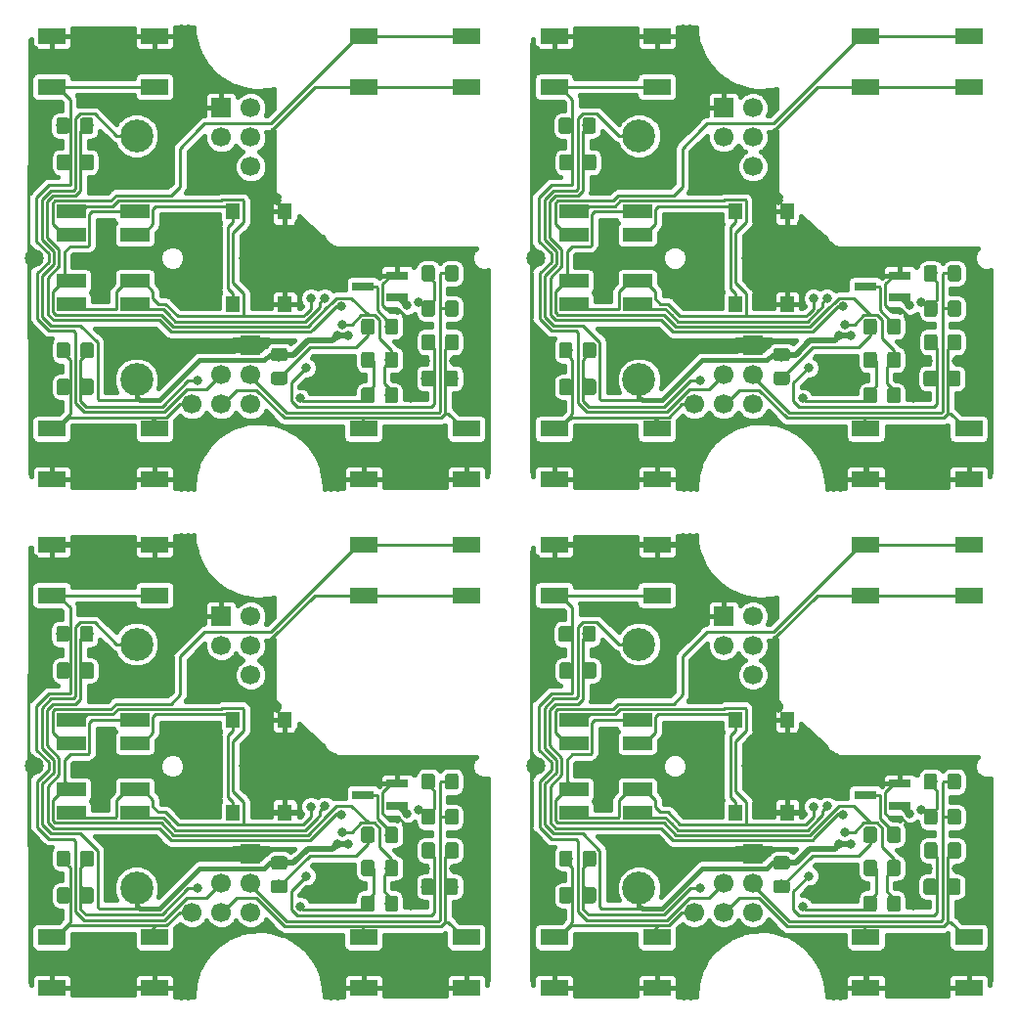
<source format=gbr>
G04 #@! TF.GenerationSoftware,KiCad,Pcbnew,(5.0.2)-1*
G04 #@! TF.CreationDate,2020-07-10T17:38:51+02:00*
G04 #@! TF.ProjectId,IKEA_Button2,494b4541-5f42-4757-9474-6f6e322e6b69,rev?*
G04 #@! TF.SameCoordinates,Original*
G04 #@! TF.FileFunction,Copper,L1,Top*
G04 #@! TF.FilePolarity,Positive*
%FSLAX46Y46*%
G04 Gerber Fmt 4.6, Leading zero omitted, Abs format (unit mm)*
G04 Created by KiCad (PCBNEW (5.0.2)-1) date 10-07-2020 17:38:51*
%MOMM*%
%LPD*%
G01*
G04 APERTURE LIST*
G04 #@! TA.AperFunction,SMDPad,CuDef*
%ADD10R,2.400000X1.400000*%
G04 #@! TD*
G04 #@! TA.AperFunction,SMDPad,CuDef*
%ADD11R,1.200000X1.400000*%
G04 #@! TD*
G04 #@! TA.AperFunction,ComponentPad*
%ADD12C,1.700000*%
G04 #@! TD*
G04 #@! TA.AperFunction,ComponentPad*
%ADD13R,1.700000X1.700000*%
G04 #@! TD*
G04 #@! TA.AperFunction,Conductor*
%ADD14C,0.100000*%
G04 #@! TD*
G04 #@! TA.AperFunction,SMDPad,CuDef*
%ADD15C,1.150000*%
G04 #@! TD*
G04 #@! TA.AperFunction,SMDPad,CuDef*
%ADD16R,1.900000X0.800000*%
G04 #@! TD*
G04 #@! TA.AperFunction,SMDPad,CuDef*
%ADD17R,2.500000X1.200000*%
G04 #@! TD*
G04 #@! TA.AperFunction,ComponentPad*
%ADD18C,1.650000*%
G04 #@! TD*
G04 #@! TA.AperFunction,ComponentPad*
%ADD19C,2.850000*%
G04 #@! TD*
G04 #@! TA.AperFunction,ViaPad*
%ADD20C,0.800000*%
G04 #@! TD*
G04 #@! TA.AperFunction,Conductor*
%ADD21C,0.400000*%
G04 #@! TD*
G04 #@! TA.AperFunction,Conductor*
%ADD22C,0.250000*%
G04 #@! TD*
G04 #@! TA.AperFunction,Conductor*
%ADD23C,0.500000*%
G04 #@! TD*
G04 #@! TA.AperFunction,Conductor*
%ADD24C,0.390000*%
G04 #@! TD*
G04 #@! TA.AperFunction,Conductor*
%ADD25C,0.200000*%
G04 #@! TD*
G04 #@! TA.AperFunction,Conductor*
%ADD26C,0.300000*%
G04 #@! TD*
G04 APERTURE END LIST*
D10*
G04 #@! TO.P,S3,1*
G04 #@! TO.N,Net-(C3-Pad1)*
X54950000Y-86800000D03*
X46050000Y-86800000D03*
G04 #@! TO.P,S3,2*
G04 #@! TO.N,GND*
X46050000Y-91200000D03*
X54950000Y-91200000D03*
G04 #@! TD*
G04 #@! TO.P,S2,1*
G04 #@! TO.N,Net-(C2-Pad1)*
X81950000Y-86800000D03*
X73050000Y-86800000D03*
G04 #@! TO.P,S2,2*
G04 #@! TO.N,GND*
X73050000Y-91200000D03*
X81950000Y-91200000D03*
G04 #@! TD*
G04 #@! TO.P,S1,1*
G04 #@! TO.N,Net-(S1-Pad1)*
X81950000Y-52800000D03*
X73050000Y-52800000D03*
G04 #@! TO.P,S1,2*
G04 #@! TO.N,GND*
X73050000Y-57200000D03*
X81950000Y-57200000D03*
G04 #@! TD*
G04 #@! TO.P,S4,1*
G04 #@! TO.N,Net-(C4-Pad1)*
X46050000Y-57200000D03*
X54950000Y-57200000D03*
G04 #@! TO.P,S4,2*
G04 #@! TO.N,GND*
X54950000Y-52800000D03*
X46050000Y-52800000D03*
G04 #@! TD*
G04 #@! TO.P,S2,1*
G04 #@! TO.N,Net-(C2-Pad1)*
X125450000Y-86800000D03*
X116550000Y-86800000D03*
G04 #@! TO.P,S2,2*
G04 #@! TO.N,GND*
X116550000Y-91200000D03*
X125450000Y-91200000D03*
G04 #@! TD*
G04 #@! TO.P,S1,1*
G04 #@! TO.N,Net-(S1-Pad1)*
X125450000Y-52800000D03*
X116550000Y-52800000D03*
G04 #@! TO.P,S1,2*
G04 #@! TO.N,GND*
X116550000Y-57200000D03*
X125450000Y-57200000D03*
G04 #@! TD*
G04 #@! TO.P,S4,1*
G04 #@! TO.N,Net-(C4-Pad1)*
X89550000Y-57200000D03*
X98450000Y-57200000D03*
G04 #@! TO.P,S4,2*
G04 #@! TO.N,GND*
X98450000Y-52800000D03*
X89550000Y-52800000D03*
G04 #@! TD*
G04 #@! TO.P,S3,1*
G04 #@! TO.N,Net-(C3-Pad1)*
X98450000Y-86800000D03*
X89550000Y-86800000D03*
G04 #@! TO.P,S3,2*
G04 #@! TO.N,GND*
X89550000Y-91200000D03*
X98450000Y-91200000D03*
G04 #@! TD*
G04 #@! TO.P,S4,1*
G04 #@! TO.N,Net-(C4-Pad1)*
X89550000Y-13200000D03*
X98450000Y-13200000D03*
G04 #@! TO.P,S4,2*
G04 #@! TO.N,GND*
X98450000Y-8800000D03*
X89550000Y-8800000D03*
G04 #@! TD*
G04 #@! TO.P,S3,1*
G04 #@! TO.N,Net-(C3-Pad1)*
X98450000Y-42800000D03*
X89550000Y-42800000D03*
G04 #@! TO.P,S3,2*
G04 #@! TO.N,GND*
X89550000Y-47200000D03*
X98450000Y-47200000D03*
G04 #@! TD*
G04 #@! TO.P,S2,1*
G04 #@! TO.N,Net-(C2-Pad1)*
X125450000Y-42800000D03*
X116550000Y-42800000D03*
G04 #@! TO.P,S2,2*
G04 #@! TO.N,GND*
X116550000Y-47200000D03*
X125450000Y-47200000D03*
G04 #@! TD*
G04 #@! TO.P,S1,1*
G04 #@! TO.N,Net-(S1-Pad1)*
X125450000Y-8800000D03*
X116550000Y-8800000D03*
G04 #@! TO.P,S1,2*
G04 #@! TO.N,GND*
X116550000Y-13200000D03*
X125450000Y-13200000D03*
G04 #@! TD*
G04 #@! TO.P,S4,1*
G04 #@! TO.N,Net-(C4-Pad1)*
X46050000Y-13200000D03*
X54950000Y-13200000D03*
G04 #@! TO.P,S4,2*
G04 #@! TO.N,GND*
X54950000Y-8800000D03*
X46050000Y-8800000D03*
G04 #@! TD*
G04 #@! TO.P,S3,1*
G04 #@! TO.N,Net-(C3-Pad1)*
X54950000Y-42800000D03*
X46050000Y-42800000D03*
G04 #@! TO.P,S3,2*
G04 #@! TO.N,GND*
X46050000Y-47200000D03*
X54950000Y-47200000D03*
G04 #@! TD*
G04 #@! TO.P,S2,1*
G04 #@! TO.N,Net-(C2-Pad1)*
X81950000Y-42800000D03*
X73050000Y-42800000D03*
G04 #@! TO.P,S2,2*
G04 #@! TO.N,GND*
X73050000Y-47200000D03*
X81950000Y-47200000D03*
G04 #@! TD*
G04 #@! TO.P,S1,1*
G04 #@! TO.N,Net-(S1-Pad1)*
X81950000Y-8800000D03*
X73050000Y-8800000D03*
G04 #@! TO.P,S1,2*
G04 #@! TO.N,GND*
X73050000Y-13200000D03*
X81950000Y-13200000D03*
G04 #@! TD*
D11*
G04 #@! TO.P,S5,2*
G04 #@! TO.N,GND*
X66250000Y-68000000D03*
X66250000Y-76000000D03*
G04 #@! TO.P,S5,1*
G04 #@! TO.N,Net-(S5-Pad1)*
X61750000Y-76000000D03*
X61750000Y-68000000D03*
G04 #@! TD*
D12*
G04 #@! TO.P,EXT1,1*
G04 #@! TO.N,Net-(C1-Pad1)*
X63272000Y-82136000D03*
G04 #@! TD*
G04 #@! TO.P,EXT2,1*
G04 #@! TO.N,Net-(C4-Pad1)*
X60732000Y-82136000D03*
G04 #@! TD*
G04 #@! TO.P,EXT3,1*
G04 #@! TO.N,Net-(C2-Pad1)*
X60732000Y-84676000D03*
G04 #@! TD*
G04 #@! TO.P,EXT4,1*
G04 #@! TO.N,Net-(C3-Pad1)*
X58192000Y-84676000D03*
G04 #@! TD*
D13*
G04 #@! TO.P,EXT_GND1,1*
G04 #@! TO.N,GND*
X63272000Y-79596000D03*
G04 #@! TD*
D12*
G04 #@! TO.P,SWDIO1,1*
G04 #@! TO.N,Net-(SWDIO1-Pad1)*
X63272000Y-61562000D03*
G04 #@! TD*
G04 #@! TO.P,SWCLK1,1*
G04 #@! TO.N,Net-(SWCLK1-Pad1)*
X63272000Y-59022000D03*
G04 #@! TD*
G04 #@! TO.P,RESETn1,1*
G04 #@! TO.N,Net-(RESETn1-Pad1)*
X63272000Y-64102000D03*
G04 #@! TD*
D14*
G04 #@! TO.N,SW5*
G04 #@! TO.C,R2*
G36*
X78966264Y-81742115D02*
X78990532Y-81745715D01*
X79014331Y-81751676D01*
X79037430Y-81759941D01*
X79059609Y-81770431D01*
X79080652Y-81783043D01*
X79100358Y-81797658D01*
X79118536Y-81814134D01*
X79135012Y-81832312D01*
X79149627Y-81852018D01*
X79162239Y-81873061D01*
X79172729Y-81895240D01*
X79180994Y-81918339D01*
X79186955Y-81942138D01*
X79190555Y-81966406D01*
X79191759Y-81990910D01*
X79191759Y-82890912D01*
X79190555Y-82915416D01*
X79186955Y-82939684D01*
X79180994Y-82963483D01*
X79172729Y-82986582D01*
X79162239Y-83008761D01*
X79149627Y-83029804D01*
X79135012Y-83049510D01*
X79118536Y-83067688D01*
X79100358Y-83084164D01*
X79080652Y-83098779D01*
X79059609Y-83111391D01*
X79037430Y-83121881D01*
X79014331Y-83130146D01*
X78990532Y-83136107D01*
X78966264Y-83139707D01*
X78941760Y-83140911D01*
X78291758Y-83140911D01*
X78267254Y-83139707D01*
X78242986Y-83136107D01*
X78219187Y-83130146D01*
X78196088Y-83121881D01*
X78173909Y-83111391D01*
X78152866Y-83098779D01*
X78133160Y-83084164D01*
X78114982Y-83067688D01*
X78098506Y-83049510D01*
X78083891Y-83029804D01*
X78071279Y-83008761D01*
X78060789Y-82986582D01*
X78052524Y-82963483D01*
X78046563Y-82939684D01*
X78042963Y-82915416D01*
X78041759Y-82890912D01*
X78041759Y-81990910D01*
X78042963Y-81966406D01*
X78046563Y-81942138D01*
X78052524Y-81918339D01*
X78060789Y-81895240D01*
X78071279Y-81873061D01*
X78083891Y-81852018D01*
X78098506Y-81832312D01*
X78114982Y-81814134D01*
X78133160Y-81797658D01*
X78152866Y-81783043D01*
X78173909Y-81770431D01*
X78196088Y-81759941D01*
X78219187Y-81751676D01*
X78242986Y-81745715D01*
X78267254Y-81742115D01*
X78291758Y-81740911D01*
X78941760Y-81740911D01*
X78966264Y-81742115D01*
X78966264Y-81742115D01*
G37*
D15*
G04 #@! TD*
G04 #@! TO.P,R2,2*
G04 #@! TO.N,SW5*
X78616759Y-82440911D03*
D14*
G04 #@! TO.N,Net-(C2-Pad1)*
G04 #@! TO.C,R2*
G36*
X81016264Y-81742115D02*
X81040532Y-81745715D01*
X81064331Y-81751676D01*
X81087430Y-81759941D01*
X81109609Y-81770431D01*
X81130652Y-81783043D01*
X81150358Y-81797658D01*
X81168536Y-81814134D01*
X81185012Y-81832312D01*
X81199627Y-81852018D01*
X81212239Y-81873061D01*
X81222729Y-81895240D01*
X81230994Y-81918339D01*
X81236955Y-81942138D01*
X81240555Y-81966406D01*
X81241759Y-81990910D01*
X81241759Y-82890912D01*
X81240555Y-82915416D01*
X81236955Y-82939684D01*
X81230994Y-82963483D01*
X81222729Y-82986582D01*
X81212239Y-83008761D01*
X81199627Y-83029804D01*
X81185012Y-83049510D01*
X81168536Y-83067688D01*
X81150358Y-83084164D01*
X81130652Y-83098779D01*
X81109609Y-83111391D01*
X81087430Y-83121881D01*
X81064331Y-83130146D01*
X81040532Y-83136107D01*
X81016264Y-83139707D01*
X80991760Y-83140911D01*
X80341758Y-83140911D01*
X80317254Y-83139707D01*
X80292986Y-83136107D01*
X80269187Y-83130146D01*
X80246088Y-83121881D01*
X80223909Y-83111391D01*
X80202866Y-83098779D01*
X80183160Y-83084164D01*
X80164982Y-83067688D01*
X80148506Y-83049510D01*
X80133891Y-83029804D01*
X80121279Y-83008761D01*
X80110789Y-82986582D01*
X80102524Y-82963483D01*
X80096563Y-82939684D01*
X80092963Y-82915416D01*
X80091759Y-82890912D01*
X80091759Y-81990910D01*
X80092963Y-81966406D01*
X80096563Y-81942138D01*
X80102524Y-81918339D01*
X80110789Y-81895240D01*
X80121279Y-81873061D01*
X80133891Y-81852018D01*
X80148506Y-81832312D01*
X80164982Y-81814134D01*
X80183160Y-81797658D01*
X80202866Y-81783043D01*
X80223909Y-81770431D01*
X80246088Y-81759941D01*
X80269187Y-81751676D01*
X80292986Y-81745715D01*
X80317254Y-81742115D01*
X80341758Y-81740911D01*
X80991760Y-81740911D01*
X81016264Y-81742115D01*
X81016264Y-81742115D01*
G37*
D15*
G04 #@! TD*
G04 #@! TO.P,R2,1*
G04 #@! TO.N,Net-(C2-Pad1)*
X80666759Y-82440911D03*
D14*
G04 #@! TO.N,Net-(C1-Pad1)*
G04 #@! TO.C,R1*
G36*
X81046264Y-72642115D02*
X81070532Y-72645715D01*
X81094331Y-72651676D01*
X81117430Y-72659941D01*
X81139609Y-72670431D01*
X81160652Y-72683043D01*
X81180358Y-72697658D01*
X81198536Y-72714134D01*
X81215012Y-72732312D01*
X81229627Y-72752018D01*
X81242239Y-72773061D01*
X81252729Y-72795240D01*
X81260994Y-72818339D01*
X81266955Y-72842138D01*
X81270555Y-72866406D01*
X81271759Y-72890910D01*
X81271759Y-73790912D01*
X81270555Y-73815416D01*
X81266955Y-73839684D01*
X81260994Y-73863483D01*
X81252729Y-73886582D01*
X81242239Y-73908761D01*
X81229627Y-73929804D01*
X81215012Y-73949510D01*
X81198536Y-73967688D01*
X81180358Y-73984164D01*
X81160652Y-73998779D01*
X81139609Y-74011391D01*
X81117430Y-74021881D01*
X81094331Y-74030146D01*
X81070532Y-74036107D01*
X81046264Y-74039707D01*
X81021760Y-74040911D01*
X80371758Y-74040911D01*
X80347254Y-74039707D01*
X80322986Y-74036107D01*
X80299187Y-74030146D01*
X80276088Y-74021881D01*
X80253909Y-74011391D01*
X80232866Y-73998779D01*
X80213160Y-73984164D01*
X80194982Y-73967688D01*
X80178506Y-73949510D01*
X80163891Y-73929804D01*
X80151279Y-73908761D01*
X80140789Y-73886582D01*
X80132524Y-73863483D01*
X80126563Y-73839684D01*
X80122963Y-73815416D01*
X80121759Y-73790912D01*
X80121759Y-72890910D01*
X80122963Y-72866406D01*
X80126563Y-72842138D01*
X80132524Y-72818339D01*
X80140789Y-72795240D01*
X80151279Y-72773061D01*
X80163891Y-72752018D01*
X80178506Y-72732312D01*
X80194982Y-72714134D01*
X80213160Y-72697658D01*
X80232866Y-72683043D01*
X80253909Y-72670431D01*
X80276088Y-72659941D01*
X80299187Y-72651676D01*
X80322986Y-72645715D01*
X80347254Y-72642115D01*
X80371758Y-72640911D01*
X81021760Y-72640911D01*
X81046264Y-72642115D01*
X81046264Y-72642115D01*
G37*
D15*
G04 #@! TD*
G04 #@! TO.P,R1,1*
G04 #@! TO.N,Net-(C1-Pad1)*
X80696759Y-73340911D03*
D14*
G04 #@! TO.N,SW1*
G04 #@! TO.C,R1*
G36*
X78996264Y-72642115D02*
X79020532Y-72645715D01*
X79044331Y-72651676D01*
X79067430Y-72659941D01*
X79089609Y-72670431D01*
X79110652Y-72683043D01*
X79130358Y-72697658D01*
X79148536Y-72714134D01*
X79165012Y-72732312D01*
X79179627Y-72752018D01*
X79192239Y-72773061D01*
X79202729Y-72795240D01*
X79210994Y-72818339D01*
X79216955Y-72842138D01*
X79220555Y-72866406D01*
X79221759Y-72890910D01*
X79221759Y-73790912D01*
X79220555Y-73815416D01*
X79216955Y-73839684D01*
X79210994Y-73863483D01*
X79202729Y-73886582D01*
X79192239Y-73908761D01*
X79179627Y-73929804D01*
X79165012Y-73949510D01*
X79148536Y-73967688D01*
X79130358Y-73984164D01*
X79110652Y-73998779D01*
X79089609Y-74011391D01*
X79067430Y-74021881D01*
X79044331Y-74030146D01*
X79020532Y-74036107D01*
X78996264Y-74039707D01*
X78971760Y-74040911D01*
X78321758Y-74040911D01*
X78297254Y-74039707D01*
X78272986Y-74036107D01*
X78249187Y-74030146D01*
X78226088Y-74021881D01*
X78203909Y-74011391D01*
X78182866Y-73998779D01*
X78163160Y-73984164D01*
X78144982Y-73967688D01*
X78128506Y-73949510D01*
X78113891Y-73929804D01*
X78101279Y-73908761D01*
X78090789Y-73886582D01*
X78082524Y-73863483D01*
X78076563Y-73839684D01*
X78072963Y-73815416D01*
X78071759Y-73790912D01*
X78071759Y-72890910D01*
X78072963Y-72866406D01*
X78076563Y-72842138D01*
X78082524Y-72818339D01*
X78090789Y-72795240D01*
X78101279Y-72773061D01*
X78113891Y-72752018D01*
X78128506Y-72732312D01*
X78144982Y-72714134D01*
X78163160Y-72697658D01*
X78182866Y-72683043D01*
X78203909Y-72670431D01*
X78226088Y-72659941D01*
X78249187Y-72651676D01*
X78272986Y-72645715D01*
X78297254Y-72642115D01*
X78321758Y-72640911D01*
X78971760Y-72640911D01*
X78996264Y-72642115D01*
X78996264Y-72642115D01*
G37*
D15*
G04 #@! TD*
G04 #@! TO.P,R1,2*
G04 #@! TO.N,SW1*
X78646759Y-73340911D03*
D14*
G04 #@! TO.N,Net-(Q1-Pad3)*
G04 #@! TO.C,R6*
G36*
X75824505Y-77251204D02*
X75848773Y-77254804D01*
X75872572Y-77260765D01*
X75895671Y-77269030D01*
X75917850Y-77279520D01*
X75938893Y-77292132D01*
X75958599Y-77306747D01*
X75976777Y-77323223D01*
X75993253Y-77341401D01*
X76007868Y-77361107D01*
X76020480Y-77382150D01*
X76030970Y-77404329D01*
X76039235Y-77427428D01*
X76045196Y-77451227D01*
X76048796Y-77475495D01*
X76050000Y-77499999D01*
X76050000Y-78400001D01*
X76048796Y-78424505D01*
X76045196Y-78448773D01*
X76039235Y-78472572D01*
X76030970Y-78495671D01*
X76020480Y-78517850D01*
X76007868Y-78538893D01*
X75993253Y-78558599D01*
X75976777Y-78576777D01*
X75958599Y-78593253D01*
X75938893Y-78607868D01*
X75917850Y-78620480D01*
X75895671Y-78630970D01*
X75872572Y-78639235D01*
X75848773Y-78645196D01*
X75824505Y-78648796D01*
X75800001Y-78650000D01*
X75149999Y-78650000D01*
X75125495Y-78648796D01*
X75101227Y-78645196D01*
X75077428Y-78639235D01*
X75054329Y-78630970D01*
X75032150Y-78620480D01*
X75011107Y-78607868D01*
X74991401Y-78593253D01*
X74973223Y-78576777D01*
X74956747Y-78558599D01*
X74942132Y-78538893D01*
X74929520Y-78517850D01*
X74919030Y-78495671D01*
X74910765Y-78472572D01*
X74904804Y-78448773D01*
X74901204Y-78424505D01*
X74900000Y-78400001D01*
X74900000Y-77499999D01*
X74901204Y-77475495D01*
X74904804Y-77451227D01*
X74910765Y-77427428D01*
X74919030Y-77404329D01*
X74929520Y-77382150D01*
X74942132Y-77361107D01*
X74956747Y-77341401D01*
X74973223Y-77323223D01*
X74991401Y-77306747D01*
X75011107Y-77292132D01*
X75032150Y-77279520D01*
X75054329Y-77269030D01*
X75077428Y-77260765D01*
X75101227Y-77254804D01*
X75125495Y-77251204D01*
X75149999Y-77250000D01*
X75800001Y-77250000D01*
X75824505Y-77251204D01*
X75824505Y-77251204D01*
G37*
D15*
G04 #@! TD*
G04 #@! TO.P,R6,2*
G04 #@! TO.N,Net-(Q1-Pad3)*
X75475000Y-77950000D03*
D14*
G04 #@! TO.N,Net-(D1-Pad1)*
G04 #@! TO.C,R6*
G36*
X73774505Y-77251204D02*
X73798773Y-77254804D01*
X73822572Y-77260765D01*
X73845671Y-77269030D01*
X73867850Y-77279520D01*
X73888893Y-77292132D01*
X73908599Y-77306747D01*
X73926777Y-77323223D01*
X73943253Y-77341401D01*
X73957868Y-77361107D01*
X73970480Y-77382150D01*
X73980970Y-77404329D01*
X73989235Y-77427428D01*
X73995196Y-77451227D01*
X73998796Y-77475495D01*
X74000000Y-77499999D01*
X74000000Y-78400001D01*
X73998796Y-78424505D01*
X73995196Y-78448773D01*
X73989235Y-78472572D01*
X73980970Y-78495671D01*
X73970480Y-78517850D01*
X73957868Y-78538893D01*
X73943253Y-78558599D01*
X73926777Y-78576777D01*
X73908599Y-78593253D01*
X73888893Y-78607868D01*
X73867850Y-78620480D01*
X73845671Y-78630970D01*
X73822572Y-78639235D01*
X73798773Y-78645196D01*
X73774505Y-78648796D01*
X73750001Y-78650000D01*
X73099999Y-78650000D01*
X73075495Y-78648796D01*
X73051227Y-78645196D01*
X73027428Y-78639235D01*
X73004329Y-78630970D01*
X72982150Y-78620480D01*
X72961107Y-78607868D01*
X72941401Y-78593253D01*
X72923223Y-78576777D01*
X72906747Y-78558599D01*
X72892132Y-78538893D01*
X72879520Y-78517850D01*
X72869030Y-78495671D01*
X72860765Y-78472572D01*
X72854804Y-78448773D01*
X72851204Y-78424505D01*
X72850000Y-78400001D01*
X72850000Y-77499999D01*
X72851204Y-77475495D01*
X72854804Y-77451227D01*
X72860765Y-77427428D01*
X72869030Y-77404329D01*
X72879520Y-77382150D01*
X72892132Y-77361107D01*
X72906747Y-77341401D01*
X72923223Y-77323223D01*
X72941401Y-77306747D01*
X72961107Y-77292132D01*
X72982150Y-77279520D01*
X73004329Y-77269030D01*
X73027428Y-77260765D01*
X73051227Y-77254804D01*
X73075495Y-77251204D01*
X73099999Y-77250000D01*
X73750001Y-77250000D01*
X73774505Y-77251204D01*
X73774505Y-77251204D01*
G37*
D15*
G04 #@! TD*
G04 #@! TO.P,R6,1*
G04 #@! TO.N,Net-(D1-Pad1)*
X73425000Y-77950000D03*
D14*
G04 #@! TO.N,Net-(C3-Pad1)*
G04 #@! TO.C,R3*
G36*
X47414505Y-82476204D02*
X47438773Y-82479804D01*
X47462572Y-82485765D01*
X47485671Y-82494030D01*
X47507850Y-82504520D01*
X47528893Y-82517132D01*
X47548599Y-82531747D01*
X47566777Y-82548223D01*
X47583253Y-82566401D01*
X47597868Y-82586107D01*
X47610480Y-82607150D01*
X47620970Y-82629329D01*
X47629235Y-82652428D01*
X47635196Y-82676227D01*
X47638796Y-82700495D01*
X47640000Y-82724999D01*
X47640000Y-83625001D01*
X47638796Y-83649505D01*
X47635196Y-83673773D01*
X47629235Y-83697572D01*
X47620970Y-83720671D01*
X47610480Y-83742850D01*
X47597868Y-83763893D01*
X47583253Y-83783599D01*
X47566777Y-83801777D01*
X47548599Y-83818253D01*
X47528893Y-83832868D01*
X47507850Y-83845480D01*
X47485671Y-83855970D01*
X47462572Y-83864235D01*
X47438773Y-83870196D01*
X47414505Y-83873796D01*
X47390001Y-83875000D01*
X46739999Y-83875000D01*
X46715495Y-83873796D01*
X46691227Y-83870196D01*
X46667428Y-83864235D01*
X46644329Y-83855970D01*
X46622150Y-83845480D01*
X46601107Y-83832868D01*
X46581401Y-83818253D01*
X46563223Y-83801777D01*
X46546747Y-83783599D01*
X46532132Y-83763893D01*
X46519520Y-83742850D01*
X46509030Y-83720671D01*
X46500765Y-83697572D01*
X46494804Y-83673773D01*
X46491204Y-83649505D01*
X46490000Y-83625001D01*
X46490000Y-82724999D01*
X46491204Y-82700495D01*
X46494804Y-82676227D01*
X46500765Y-82652428D01*
X46509030Y-82629329D01*
X46519520Y-82607150D01*
X46532132Y-82586107D01*
X46546747Y-82566401D01*
X46563223Y-82548223D01*
X46581401Y-82531747D01*
X46601107Y-82517132D01*
X46622150Y-82504520D01*
X46644329Y-82494030D01*
X46667428Y-82485765D01*
X46691227Y-82479804D01*
X46715495Y-82476204D01*
X46739999Y-82475000D01*
X47390001Y-82475000D01*
X47414505Y-82476204D01*
X47414505Y-82476204D01*
G37*
D15*
G04 #@! TD*
G04 #@! TO.P,R3,1*
G04 #@! TO.N,Net-(C3-Pad1)*
X47065000Y-83175000D03*
D14*
G04 #@! TO.N,SW4*
G04 #@! TO.C,R3*
G36*
X49464505Y-82476204D02*
X49488773Y-82479804D01*
X49512572Y-82485765D01*
X49535671Y-82494030D01*
X49557850Y-82504520D01*
X49578893Y-82517132D01*
X49598599Y-82531747D01*
X49616777Y-82548223D01*
X49633253Y-82566401D01*
X49647868Y-82586107D01*
X49660480Y-82607150D01*
X49670970Y-82629329D01*
X49679235Y-82652428D01*
X49685196Y-82676227D01*
X49688796Y-82700495D01*
X49690000Y-82724999D01*
X49690000Y-83625001D01*
X49688796Y-83649505D01*
X49685196Y-83673773D01*
X49679235Y-83697572D01*
X49670970Y-83720671D01*
X49660480Y-83742850D01*
X49647868Y-83763893D01*
X49633253Y-83783599D01*
X49616777Y-83801777D01*
X49598599Y-83818253D01*
X49578893Y-83832868D01*
X49557850Y-83845480D01*
X49535671Y-83855970D01*
X49512572Y-83864235D01*
X49488773Y-83870196D01*
X49464505Y-83873796D01*
X49440001Y-83875000D01*
X48789999Y-83875000D01*
X48765495Y-83873796D01*
X48741227Y-83870196D01*
X48717428Y-83864235D01*
X48694329Y-83855970D01*
X48672150Y-83845480D01*
X48651107Y-83832868D01*
X48631401Y-83818253D01*
X48613223Y-83801777D01*
X48596747Y-83783599D01*
X48582132Y-83763893D01*
X48569520Y-83742850D01*
X48559030Y-83720671D01*
X48550765Y-83697572D01*
X48544804Y-83673773D01*
X48541204Y-83649505D01*
X48540000Y-83625001D01*
X48540000Y-82724999D01*
X48541204Y-82700495D01*
X48544804Y-82676227D01*
X48550765Y-82652428D01*
X48559030Y-82629329D01*
X48569520Y-82607150D01*
X48582132Y-82586107D01*
X48596747Y-82566401D01*
X48613223Y-82548223D01*
X48631401Y-82531747D01*
X48651107Y-82517132D01*
X48672150Y-82504520D01*
X48694329Y-82494030D01*
X48717428Y-82485765D01*
X48741227Y-82479804D01*
X48765495Y-82476204D01*
X48789999Y-82475000D01*
X49440001Y-82475000D01*
X49464505Y-82476204D01*
X49464505Y-82476204D01*
G37*
D15*
G04 #@! TD*
G04 #@! TO.P,R3,2*
G04 #@! TO.N,SW4*
X49115000Y-83175000D03*
D14*
G04 #@! TO.N,SW3*
G04 #@! TO.C,R4*
G36*
X49424505Y-59856204D02*
X49448773Y-59859804D01*
X49472572Y-59865765D01*
X49495671Y-59874030D01*
X49517850Y-59884520D01*
X49538893Y-59897132D01*
X49558599Y-59911747D01*
X49576777Y-59928223D01*
X49593253Y-59946401D01*
X49607868Y-59966107D01*
X49620480Y-59987150D01*
X49630970Y-60009329D01*
X49639235Y-60032428D01*
X49645196Y-60056227D01*
X49648796Y-60080495D01*
X49650000Y-60104999D01*
X49650000Y-61005001D01*
X49648796Y-61029505D01*
X49645196Y-61053773D01*
X49639235Y-61077572D01*
X49630970Y-61100671D01*
X49620480Y-61122850D01*
X49607868Y-61143893D01*
X49593253Y-61163599D01*
X49576777Y-61181777D01*
X49558599Y-61198253D01*
X49538893Y-61212868D01*
X49517850Y-61225480D01*
X49495671Y-61235970D01*
X49472572Y-61244235D01*
X49448773Y-61250196D01*
X49424505Y-61253796D01*
X49400001Y-61255000D01*
X48749999Y-61255000D01*
X48725495Y-61253796D01*
X48701227Y-61250196D01*
X48677428Y-61244235D01*
X48654329Y-61235970D01*
X48632150Y-61225480D01*
X48611107Y-61212868D01*
X48591401Y-61198253D01*
X48573223Y-61181777D01*
X48556747Y-61163599D01*
X48542132Y-61143893D01*
X48529520Y-61122850D01*
X48519030Y-61100671D01*
X48510765Y-61077572D01*
X48504804Y-61053773D01*
X48501204Y-61029505D01*
X48500000Y-61005001D01*
X48500000Y-60104999D01*
X48501204Y-60080495D01*
X48504804Y-60056227D01*
X48510765Y-60032428D01*
X48519030Y-60009329D01*
X48529520Y-59987150D01*
X48542132Y-59966107D01*
X48556747Y-59946401D01*
X48573223Y-59928223D01*
X48591401Y-59911747D01*
X48611107Y-59897132D01*
X48632150Y-59884520D01*
X48654329Y-59874030D01*
X48677428Y-59865765D01*
X48701227Y-59859804D01*
X48725495Y-59856204D01*
X48749999Y-59855000D01*
X49400001Y-59855000D01*
X49424505Y-59856204D01*
X49424505Y-59856204D01*
G37*
D15*
G04 #@! TD*
G04 #@! TO.P,R4,2*
G04 #@! TO.N,SW3*
X49075000Y-60555000D03*
D14*
G04 #@! TO.N,Net-(C4-Pad1)*
G04 #@! TO.C,R4*
G36*
X47374505Y-59856204D02*
X47398773Y-59859804D01*
X47422572Y-59865765D01*
X47445671Y-59874030D01*
X47467850Y-59884520D01*
X47488893Y-59897132D01*
X47508599Y-59911747D01*
X47526777Y-59928223D01*
X47543253Y-59946401D01*
X47557868Y-59966107D01*
X47570480Y-59987150D01*
X47580970Y-60009329D01*
X47589235Y-60032428D01*
X47595196Y-60056227D01*
X47598796Y-60080495D01*
X47600000Y-60104999D01*
X47600000Y-61005001D01*
X47598796Y-61029505D01*
X47595196Y-61053773D01*
X47589235Y-61077572D01*
X47580970Y-61100671D01*
X47570480Y-61122850D01*
X47557868Y-61143893D01*
X47543253Y-61163599D01*
X47526777Y-61181777D01*
X47508599Y-61198253D01*
X47488893Y-61212868D01*
X47467850Y-61225480D01*
X47445671Y-61235970D01*
X47422572Y-61244235D01*
X47398773Y-61250196D01*
X47374505Y-61253796D01*
X47350001Y-61255000D01*
X46699999Y-61255000D01*
X46675495Y-61253796D01*
X46651227Y-61250196D01*
X46627428Y-61244235D01*
X46604329Y-61235970D01*
X46582150Y-61225480D01*
X46561107Y-61212868D01*
X46541401Y-61198253D01*
X46523223Y-61181777D01*
X46506747Y-61163599D01*
X46492132Y-61143893D01*
X46479520Y-61122850D01*
X46469030Y-61100671D01*
X46460765Y-61077572D01*
X46454804Y-61053773D01*
X46451204Y-61029505D01*
X46450000Y-61005001D01*
X46450000Y-60104999D01*
X46451204Y-60080495D01*
X46454804Y-60056227D01*
X46460765Y-60032428D01*
X46469030Y-60009329D01*
X46479520Y-59987150D01*
X46492132Y-59966107D01*
X46506747Y-59946401D01*
X46523223Y-59928223D01*
X46541401Y-59911747D01*
X46561107Y-59897132D01*
X46582150Y-59884520D01*
X46604329Y-59874030D01*
X46627428Y-59865765D01*
X46651227Y-59859804D01*
X46675495Y-59856204D01*
X46699999Y-59855000D01*
X47350001Y-59855000D01*
X47374505Y-59856204D01*
X47374505Y-59856204D01*
G37*
D15*
G04 #@! TD*
G04 #@! TO.P,R4,1*
G04 #@! TO.N,Net-(C4-Pad1)*
X47025000Y-60555000D03*
D16*
G04 #@! TO.P,Q1,3*
G04 #@! TO.N,Net-(Q1-Pad3)*
X72980000Y-74480000D03*
G04 #@! TO.P,Q1,2*
G04 #@! TO.N,GND*
X75980000Y-73530000D03*
G04 #@! TO.P,Q1,1*
G04 #@! TO.N,LED*
X75980000Y-75430000D03*
G04 #@! TD*
D14*
G04 #@! TO.N,VCC*
G04 #@! TO.C,D1*
G36*
X66224505Y-79801204D02*
X66248773Y-79804804D01*
X66272572Y-79810765D01*
X66295671Y-79819030D01*
X66317850Y-79829520D01*
X66338893Y-79842132D01*
X66358599Y-79856747D01*
X66376777Y-79873223D01*
X66393253Y-79891401D01*
X66407868Y-79911107D01*
X66420480Y-79932150D01*
X66430970Y-79954329D01*
X66439235Y-79977428D01*
X66445196Y-80001227D01*
X66448796Y-80025495D01*
X66450000Y-80049999D01*
X66450000Y-80700001D01*
X66448796Y-80724505D01*
X66445196Y-80748773D01*
X66439235Y-80772572D01*
X66430970Y-80795671D01*
X66420480Y-80817850D01*
X66407868Y-80838893D01*
X66393253Y-80858599D01*
X66376777Y-80876777D01*
X66358599Y-80893253D01*
X66338893Y-80907868D01*
X66317850Y-80920480D01*
X66295671Y-80930970D01*
X66272572Y-80939235D01*
X66248773Y-80945196D01*
X66224505Y-80948796D01*
X66200001Y-80950000D01*
X65299999Y-80950000D01*
X65275495Y-80948796D01*
X65251227Y-80945196D01*
X65227428Y-80939235D01*
X65204329Y-80930970D01*
X65182150Y-80920480D01*
X65161107Y-80907868D01*
X65141401Y-80893253D01*
X65123223Y-80876777D01*
X65106747Y-80858599D01*
X65092132Y-80838893D01*
X65079520Y-80817850D01*
X65069030Y-80795671D01*
X65060765Y-80772572D01*
X65054804Y-80748773D01*
X65051204Y-80724505D01*
X65050000Y-80700001D01*
X65050000Y-80049999D01*
X65051204Y-80025495D01*
X65054804Y-80001227D01*
X65060765Y-79977428D01*
X65069030Y-79954329D01*
X65079520Y-79932150D01*
X65092132Y-79911107D01*
X65106747Y-79891401D01*
X65123223Y-79873223D01*
X65141401Y-79856747D01*
X65161107Y-79842132D01*
X65182150Y-79829520D01*
X65204329Y-79819030D01*
X65227428Y-79810765D01*
X65251227Y-79804804D01*
X65275495Y-79801204D01*
X65299999Y-79800000D01*
X66200001Y-79800000D01*
X66224505Y-79801204D01*
X66224505Y-79801204D01*
G37*
D15*
G04 #@! TD*
G04 #@! TO.P,D1,2*
G04 #@! TO.N,VCC*
X65750000Y-80375000D03*
D14*
G04 #@! TO.N,Net-(D1-Pad1)*
G04 #@! TO.C,D1*
G36*
X66224505Y-81851204D02*
X66248773Y-81854804D01*
X66272572Y-81860765D01*
X66295671Y-81869030D01*
X66317850Y-81879520D01*
X66338893Y-81892132D01*
X66358599Y-81906747D01*
X66376777Y-81923223D01*
X66393253Y-81941401D01*
X66407868Y-81961107D01*
X66420480Y-81982150D01*
X66430970Y-82004329D01*
X66439235Y-82027428D01*
X66445196Y-82051227D01*
X66448796Y-82075495D01*
X66450000Y-82099999D01*
X66450000Y-82750001D01*
X66448796Y-82774505D01*
X66445196Y-82798773D01*
X66439235Y-82822572D01*
X66430970Y-82845671D01*
X66420480Y-82867850D01*
X66407868Y-82888893D01*
X66393253Y-82908599D01*
X66376777Y-82926777D01*
X66358599Y-82943253D01*
X66338893Y-82957868D01*
X66317850Y-82970480D01*
X66295671Y-82980970D01*
X66272572Y-82989235D01*
X66248773Y-82995196D01*
X66224505Y-82998796D01*
X66200001Y-83000000D01*
X65299999Y-83000000D01*
X65275495Y-82998796D01*
X65251227Y-82995196D01*
X65227428Y-82989235D01*
X65204329Y-82980970D01*
X65182150Y-82970480D01*
X65161107Y-82957868D01*
X65141401Y-82943253D01*
X65123223Y-82926777D01*
X65106747Y-82908599D01*
X65092132Y-82888893D01*
X65079520Y-82867850D01*
X65069030Y-82845671D01*
X65060765Y-82822572D01*
X65054804Y-82798773D01*
X65051204Y-82774505D01*
X65050000Y-82750001D01*
X65050000Y-82099999D01*
X65051204Y-82075495D01*
X65054804Y-82051227D01*
X65060765Y-82027428D01*
X65069030Y-82004329D01*
X65079520Y-81982150D01*
X65092132Y-81961107D01*
X65106747Y-81941401D01*
X65123223Y-81923223D01*
X65141401Y-81906747D01*
X65161107Y-81892132D01*
X65182150Y-81879520D01*
X65204329Y-81869030D01*
X65227428Y-81860765D01*
X65251227Y-81854804D01*
X65275495Y-81851204D01*
X65299999Y-81850000D01*
X66200001Y-81850000D01*
X66224505Y-81851204D01*
X66224505Y-81851204D01*
G37*
D15*
G04 #@! TD*
G04 #@! TO.P,D1,1*
G04 #@! TO.N,Net-(D1-Pad1)*
X65750000Y-82425000D03*
D14*
G04 #@! TO.N,SW1*
G04 #@! TO.C,C1*
G36*
X79006264Y-75692115D02*
X79030532Y-75695715D01*
X79054331Y-75701676D01*
X79077430Y-75709941D01*
X79099609Y-75720431D01*
X79120652Y-75733043D01*
X79140358Y-75747658D01*
X79158536Y-75764134D01*
X79175012Y-75782312D01*
X79189627Y-75802018D01*
X79202239Y-75823061D01*
X79212729Y-75845240D01*
X79220994Y-75868339D01*
X79226955Y-75892138D01*
X79230555Y-75916406D01*
X79231759Y-75940910D01*
X79231759Y-76840912D01*
X79230555Y-76865416D01*
X79226955Y-76889684D01*
X79220994Y-76913483D01*
X79212729Y-76936582D01*
X79202239Y-76958761D01*
X79189627Y-76979804D01*
X79175012Y-76999510D01*
X79158536Y-77017688D01*
X79140358Y-77034164D01*
X79120652Y-77048779D01*
X79099609Y-77061391D01*
X79077430Y-77071881D01*
X79054331Y-77080146D01*
X79030532Y-77086107D01*
X79006264Y-77089707D01*
X78981760Y-77090911D01*
X78331758Y-77090911D01*
X78307254Y-77089707D01*
X78282986Y-77086107D01*
X78259187Y-77080146D01*
X78236088Y-77071881D01*
X78213909Y-77061391D01*
X78192866Y-77048779D01*
X78173160Y-77034164D01*
X78154982Y-77017688D01*
X78138506Y-76999510D01*
X78123891Y-76979804D01*
X78111279Y-76958761D01*
X78100789Y-76936582D01*
X78092524Y-76913483D01*
X78086563Y-76889684D01*
X78082963Y-76865416D01*
X78081759Y-76840912D01*
X78081759Y-75940910D01*
X78082963Y-75916406D01*
X78086563Y-75892138D01*
X78092524Y-75868339D01*
X78100789Y-75845240D01*
X78111279Y-75823061D01*
X78123891Y-75802018D01*
X78138506Y-75782312D01*
X78154982Y-75764134D01*
X78173160Y-75747658D01*
X78192866Y-75733043D01*
X78213909Y-75720431D01*
X78236088Y-75709941D01*
X78259187Y-75701676D01*
X78282986Y-75695715D01*
X78307254Y-75692115D01*
X78331758Y-75690911D01*
X78981760Y-75690911D01*
X79006264Y-75692115D01*
X79006264Y-75692115D01*
G37*
D15*
G04 #@! TD*
G04 #@! TO.P,C1,2*
G04 #@! TO.N,SW1*
X78656759Y-76390911D03*
D14*
G04 #@! TO.N,Net-(C1-Pad1)*
G04 #@! TO.C,C1*
G36*
X81056264Y-75692115D02*
X81080532Y-75695715D01*
X81104331Y-75701676D01*
X81127430Y-75709941D01*
X81149609Y-75720431D01*
X81170652Y-75733043D01*
X81190358Y-75747658D01*
X81208536Y-75764134D01*
X81225012Y-75782312D01*
X81239627Y-75802018D01*
X81252239Y-75823061D01*
X81262729Y-75845240D01*
X81270994Y-75868339D01*
X81276955Y-75892138D01*
X81280555Y-75916406D01*
X81281759Y-75940910D01*
X81281759Y-76840912D01*
X81280555Y-76865416D01*
X81276955Y-76889684D01*
X81270994Y-76913483D01*
X81262729Y-76936582D01*
X81252239Y-76958761D01*
X81239627Y-76979804D01*
X81225012Y-76999510D01*
X81208536Y-77017688D01*
X81190358Y-77034164D01*
X81170652Y-77048779D01*
X81149609Y-77061391D01*
X81127430Y-77071881D01*
X81104331Y-77080146D01*
X81080532Y-77086107D01*
X81056264Y-77089707D01*
X81031760Y-77090911D01*
X80381758Y-77090911D01*
X80357254Y-77089707D01*
X80332986Y-77086107D01*
X80309187Y-77080146D01*
X80286088Y-77071881D01*
X80263909Y-77061391D01*
X80242866Y-77048779D01*
X80223160Y-77034164D01*
X80204982Y-77017688D01*
X80188506Y-76999510D01*
X80173891Y-76979804D01*
X80161279Y-76958761D01*
X80150789Y-76936582D01*
X80142524Y-76913483D01*
X80136563Y-76889684D01*
X80132963Y-76865416D01*
X80131759Y-76840912D01*
X80131759Y-75940910D01*
X80132963Y-75916406D01*
X80136563Y-75892138D01*
X80142524Y-75868339D01*
X80150789Y-75845240D01*
X80161279Y-75823061D01*
X80173891Y-75802018D01*
X80188506Y-75782312D01*
X80204982Y-75764134D01*
X80223160Y-75747658D01*
X80242866Y-75733043D01*
X80263909Y-75720431D01*
X80286088Y-75709941D01*
X80309187Y-75701676D01*
X80332986Y-75695715D01*
X80357254Y-75692115D01*
X80381758Y-75690911D01*
X81031760Y-75690911D01*
X81056264Y-75692115D01*
X81056264Y-75692115D01*
G37*
D15*
G04 #@! TD*
G04 #@! TO.P,C1,1*
G04 #@! TO.N,Net-(C1-Pad1)*
X80706759Y-76390911D03*
D14*
G04 #@! TO.N,Net-(C2-Pad1)*
G04 #@! TO.C,C2*
G36*
X81063505Y-78601204D02*
X81087773Y-78604804D01*
X81111572Y-78610765D01*
X81134671Y-78619030D01*
X81156850Y-78629520D01*
X81177893Y-78642132D01*
X81197599Y-78656747D01*
X81215777Y-78673223D01*
X81232253Y-78691401D01*
X81246868Y-78711107D01*
X81259480Y-78732150D01*
X81269970Y-78754329D01*
X81278235Y-78777428D01*
X81284196Y-78801227D01*
X81287796Y-78825495D01*
X81289000Y-78849999D01*
X81289000Y-79750001D01*
X81287796Y-79774505D01*
X81284196Y-79798773D01*
X81278235Y-79822572D01*
X81269970Y-79845671D01*
X81259480Y-79867850D01*
X81246868Y-79888893D01*
X81232253Y-79908599D01*
X81215777Y-79926777D01*
X81197599Y-79943253D01*
X81177893Y-79957868D01*
X81156850Y-79970480D01*
X81134671Y-79980970D01*
X81111572Y-79989235D01*
X81087773Y-79995196D01*
X81063505Y-79998796D01*
X81039001Y-80000000D01*
X80388999Y-80000000D01*
X80364495Y-79998796D01*
X80340227Y-79995196D01*
X80316428Y-79989235D01*
X80293329Y-79980970D01*
X80271150Y-79970480D01*
X80250107Y-79957868D01*
X80230401Y-79943253D01*
X80212223Y-79926777D01*
X80195747Y-79908599D01*
X80181132Y-79888893D01*
X80168520Y-79867850D01*
X80158030Y-79845671D01*
X80149765Y-79822572D01*
X80143804Y-79798773D01*
X80140204Y-79774505D01*
X80139000Y-79750001D01*
X80139000Y-78849999D01*
X80140204Y-78825495D01*
X80143804Y-78801227D01*
X80149765Y-78777428D01*
X80158030Y-78754329D01*
X80168520Y-78732150D01*
X80181132Y-78711107D01*
X80195747Y-78691401D01*
X80212223Y-78673223D01*
X80230401Y-78656747D01*
X80250107Y-78642132D01*
X80271150Y-78629520D01*
X80293329Y-78619030D01*
X80316428Y-78610765D01*
X80340227Y-78604804D01*
X80364495Y-78601204D01*
X80388999Y-78600000D01*
X81039001Y-78600000D01*
X81063505Y-78601204D01*
X81063505Y-78601204D01*
G37*
D15*
G04 #@! TD*
G04 #@! TO.P,C2,1*
G04 #@! TO.N,Net-(C2-Pad1)*
X80714000Y-79300000D03*
D14*
G04 #@! TO.N,SW5*
G04 #@! TO.C,C2*
G36*
X79013505Y-78601204D02*
X79037773Y-78604804D01*
X79061572Y-78610765D01*
X79084671Y-78619030D01*
X79106850Y-78629520D01*
X79127893Y-78642132D01*
X79147599Y-78656747D01*
X79165777Y-78673223D01*
X79182253Y-78691401D01*
X79196868Y-78711107D01*
X79209480Y-78732150D01*
X79219970Y-78754329D01*
X79228235Y-78777428D01*
X79234196Y-78801227D01*
X79237796Y-78825495D01*
X79239000Y-78849999D01*
X79239000Y-79750001D01*
X79237796Y-79774505D01*
X79234196Y-79798773D01*
X79228235Y-79822572D01*
X79219970Y-79845671D01*
X79209480Y-79867850D01*
X79196868Y-79888893D01*
X79182253Y-79908599D01*
X79165777Y-79926777D01*
X79147599Y-79943253D01*
X79127893Y-79957868D01*
X79106850Y-79970480D01*
X79084671Y-79980970D01*
X79061572Y-79989235D01*
X79037773Y-79995196D01*
X79013505Y-79998796D01*
X78989001Y-80000000D01*
X78338999Y-80000000D01*
X78314495Y-79998796D01*
X78290227Y-79995196D01*
X78266428Y-79989235D01*
X78243329Y-79980970D01*
X78221150Y-79970480D01*
X78200107Y-79957868D01*
X78180401Y-79943253D01*
X78162223Y-79926777D01*
X78145747Y-79908599D01*
X78131132Y-79888893D01*
X78118520Y-79867850D01*
X78108030Y-79845671D01*
X78099765Y-79822572D01*
X78093804Y-79798773D01*
X78090204Y-79774505D01*
X78089000Y-79750001D01*
X78089000Y-78849999D01*
X78090204Y-78825495D01*
X78093804Y-78801227D01*
X78099765Y-78777428D01*
X78108030Y-78754329D01*
X78118520Y-78732150D01*
X78131132Y-78711107D01*
X78145747Y-78691401D01*
X78162223Y-78673223D01*
X78180401Y-78656747D01*
X78200107Y-78642132D01*
X78221150Y-78629520D01*
X78243329Y-78619030D01*
X78266428Y-78610765D01*
X78290227Y-78604804D01*
X78314495Y-78601204D01*
X78338999Y-78600000D01*
X78989001Y-78600000D01*
X79013505Y-78601204D01*
X79013505Y-78601204D01*
G37*
D15*
G04 #@! TD*
G04 #@! TO.P,C2,2*
G04 #@! TO.N,SW5*
X78664000Y-79300000D03*
D14*
G04 #@! TO.N,SW3*
G04 #@! TO.C,C4*
G36*
X49474505Y-63031204D02*
X49498773Y-63034804D01*
X49522572Y-63040765D01*
X49545671Y-63049030D01*
X49567850Y-63059520D01*
X49588893Y-63072132D01*
X49608599Y-63086747D01*
X49626777Y-63103223D01*
X49643253Y-63121401D01*
X49657868Y-63141107D01*
X49670480Y-63162150D01*
X49680970Y-63184329D01*
X49689235Y-63207428D01*
X49695196Y-63231227D01*
X49698796Y-63255495D01*
X49700000Y-63279999D01*
X49700000Y-64180001D01*
X49698796Y-64204505D01*
X49695196Y-64228773D01*
X49689235Y-64252572D01*
X49680970Y-64275671D01*
X49670480Y-64297850D01*
X49657868Y-64318893D01*
X49643253Y-64338599D01*
X49626777Y-64356777D01*
X49608599Y-64373253D01*
X49588893Y-64387868D01*
X49567850Y-64400480D01*
X49545671Y-64410970D01*
X49522572Y-64419235D01*
X49498773Y-64425196D01*
X49474505Y-64428796D01*
X49450001Y-64430000D01*
X48799999Y-64430000D01*
X48775495Y-64428796D01*
X48751227Y-64425196D01*
X48727428Y-64419235D01*
X48704329Y-64410970D01*
X48682150Y-64400480D01*
X48661107Y-64387868D01*
X48641401Y-64373253D01*
X48623223Y-64356777D01*
X48606747Y-64338599D01*
X48592132Y-64318893D01*
X48579520Y-64297850D01*
X48569030Y-64275671D01*
X48560765Y-64252572D01*
X48554804Y-64228773D01*
X48551204Y-64204505D01*
X48550000Y-64180001D01*
X48550000Y-63279999D01*
X48551204Y-63255495D01*
X48554804Y-63231227D01*
X48560765Y-63207428D01*
X48569030Y-63184329D01*
X48579520Y-63162150D01*
X48592132Y-63141107D01*
X48606747Y-63121401D01*
X48623223Y-63103223D01*
X48641401Y-63086747D01*
X48661107Y-63072132D01*
X48682150Y-63059520D01*
X48704329Y-63049030D01*
X48727428Y-63040765D01*
X48751227Y-63034804D01*
X48775495Y-63031204D01*
X48799999Y-63030000D01*
X49450001Y-63030000D01*
X49474505Y-63031204D01*
X49474505Y-63031204D01*
G37*
D15*
G04 #@! TD*
G04 #@! TO.P,C4,2*
G04 #@! TO.N,SW3*
X49125000Y-63730000D03*
D14*
G04 #@! TO.N,Net-(C4-Pad1)*
G04 #@! TO.C,C4*
G36*
X47424505Y-63031204D02*
X47448773Y-63034804D01*
X47472572Y-63040765D01*
X47495671Y-63049030D01*
X47517850Y-63059520D01*
X47538893Y-63072132D01*
X47558599Y-63086747D01*
X47576777Y-63103223D01*
X47593253Y-63121401D01*
X47607868Y-63141107D01*
X47620480Y-63162150D01*
X47630970Y-63184329D01*
X47639235Y-63207428D01*
X47645196Y-63231227D01*
X47648796Y-63255495D01*
X47650000Y-63279999D01*
X47650000Y-64180001D01*
X47648796Y-64204505D01*
X47645196Y-64228773D01*
X47639235Y-64252572D01*
X47630970Y-64275671D01*
X47620480Y-64297850D01*
X47607868Y-64318893D01*
X47593253Y-64338599D01*
X47576777Y-64356777D01*
X47558599Y-64373253D01*
X47538893Y-64387868D01*
X47517850Y-64400480D01*
X47495671Y-64410970D01*
X47472572Y-64419235D01*
X47448773Y-64425196D01*
X47424505Y-64428796D01*
X47400001Y-64430000D01*
X46749999Y-64430000D01*
X46725495Y-64428796D01*
X46701227Y-64425196D01*
X46677428Y-64419235D01*
X46654329Y-64410970D01*
X46632150Y-64400480D01*
X46611107Y-64387868D01*
X46591401Y-64373253D01*
X46573223Y-64356777D01*
X46556747Y-64338599D01*
X46542132Y-64318893D01*
X46529520Y-64297850D01*
X46519030Y-64275671D01*
X46510765Y-64252572D01*
X46504804Y-64228773D01*
X46501204Y-64204505D01*
X46500000Y-64180001D01*
X46500000Y-63279999D01*
X46501204Y-63255495D01*
X46504804Y-63231227D01*
X46510765Y-63207428D01*
X46519030Y-63184329D01*
X46529520Y-63162150D01*
X46542132Y-63141107D01*
X46556747Y-63121401D01*
X46573223Y-63103223D01*
X46591401Y-63086747D01*
X46611107Y-63072132D01*
X46632150Y-63059520D01*
X46654329Y-63049030D01*
X46677428Y-63040765D01*
X46701227Y-63034804D01*
X46725495Y-63031204D01*
X46749999Y-63030000D01*
X47400001Y-63030000D01*
X47424505Y-63031204D01*
X47424505Y-63031204D01*
G37*
D15*
G04 #@! TD*
G04 #@! TO.P,C4,1*
G04 #@! TO.N,Net-(C4-Pad1)*
X47075000Y-63730000D03*
D14*
G04 #@! TO.N,Net-(C3-Pad1)*
G04 #@! TO.C,C3*
G36*
X47414505Y-79301204D02*
X47438773Y-79304804D01*
X47462572Y-79310765D01*
X47485671Y-79319030D01*
X47507850Y-79329520D01*
X47528893Y-79342132D01*
X47548599Y-79356747D01*
X47566777Y-79373223D01*
X47583253Y-79391401D01*
X47597868Y-79411107D01*
X47610480Y-79432150D01*
X47620970Y-79454329D01*
X47629235Y-79477428D01*
X47635196Y-79501227D01*
X47638796Y-79525495D01*
X47640000Y-79549999D01*
X47640000Y-80450001D01*
X47638796Y-80474505D01*
X47635196Y-80498773D01*
X47629235Y-80522572D01*
X47620970Y-80545671D01*
X47610480Y-80567850D01*
X47597868Y-80588893D01*
X47583253Y-80608599D01*
X47566777Y-80626777D01*
X47548599Y-80643253D01*
X47528893Y-80657868D01*
X47507850Y-80670480D01*
X47485671Y-80680970D01*
X47462572Y-80689235D01*
X47438773Y-80695196D01*
X47414505Y-80698796D01*
X47390001Y-80700000D01*
X46739999Y-80700000D01*
X46715495Y-80698796D01*
X46691227Y-80695196D01*
X46667428Y-80689235D01*
X46644329Y-80680970D01*
X46622150Y-80670480D01*
X46601107Y-80657868D01*
X46581401Y-80643253D01*
X46563223Y-80626777D01*
X46546747Y-80608599D01*
X46532132Y-80588893D01*
X46519520Y-80567850D01*
X46509030Y-80545671D01*
X46500765Y-80522572D01*
X46494804Y-80498773D01*
X46491204Y-80474505D01*
X46490000Y-80450001D01*
X46490000Y-79549999D01*
X46491204Y-79525495D01*
X46494804Y-79501227D01*
X46500765Y-79477428D01*
X46509030Y-79454329D01*
X46519520Y-79432150D01*
X46532132Y-79411107D01*
X46546747Y-79391401D01*
X46563223Y-79373223D01*
X46581401Y-79356747D01*
X46601107Y-79342132D01*
X46622150Y-79329520D01*
X46644329Y-79319030D01*
X46667428Y-79310765D01*
X46691227Y-79304804D01*
X46715495Y-79301204D01*
X46739999Y-79300000D01*
X47390001Y-79300000D01*
X47414505Y-79301204D01*
X47414505Y-79301204D01*
G37*
D15*
G04 #@! TD*
G04 #@! TO.P,C3,1*
G04 #@! TO.N,Net-(C3-Pad1)*
X47065000Y-80000000D03*
D14*
G04 #@! TO.N,SW4*
G04 #@! TO.C,C3*
G36*
X49464505Y-79301204D02*
X49488773Y-79304804D01*
X49512572Y-79310765D01*
X49535671Y-79319030D01*
X49557850Y-79329520D01*
X49578893Y-79342132D01*
X49598599Y-79356747D01*
X49616777Y-79373223D01*
X49633253Y-79391401D01*
X49647868Y-79411107D01*
X49660480Y-79432150D01*
X49670970Y-79454329D01*
X49679235Y-79477428D01*
X49685196Y-79501227D01*
X49688796Y-79525495D01*
X49690000Y-79549999D01*
X49690000Y-80450001D01*
X49688796Y-80474505D01*
X49685196Y-80498773D01*
X49679235Y-80522572D01*
X49670970Y-80545671D01*
X49660480Y-80567850D01*
X49647868Y-80588893D01*
X49633253Y-80608599D01*
X49616777Y-80626777D01*
X49598599Y-80643253D01*
X49578893Y-80657868D01*
X49557850Y-80670480D01*
X49535671Y-80680970D01*
X49512572Y-80689235D01*
X49488773Y-80695196D01*
X49464505Y-80698796D01*
X49440001Y-80700000D01*
X48789999Y-80700000D01*
X48765495Y-80698796D01*
X48741227Y-80695196D01*
X48717428Y-80689235D01*
X48694329Y-80680970D01*
X48672150Y-80670480D01*
X48651107Y-80657868D01*
X48631401Y-80643253D01*
X48613223Y-80626777D01*
X48596747Y-80608599D01*
X48582132Y-80588893D01*
X48569520Y-80567850D01*
X48559030Y-80545671D01*
X48550765Y-80522572D01*
X48544804Y-80498773D01*
X48541204Y-80474505D01*
X48540000Y-80450001D01*
X48540000Y-79549999D01*
X48541204Y-79525495D01*
X48544804Y-79501227D01*
X48550765Y-79477428D01*
X48559030Y-79454329D01*
X48569520Y-79432150D01*
X48582132Y-79411107D01*
X48596747Y-79391401D01*
X48613223Y-79373223D01*
X48631401Y-79356747D01*
X48651107Y-79342132D01*
X48672150Y-79329520D01*
X48694329Y-79319030D01*
X48717428Y-79310765D01*
X48741227Y-79304804D01*
X48765495Y-79301204D01*
X48789999Y-79300000D01*
X49440001Y-79300000D01*
X49464505Y-79301204D01*
X49464505Y-79301204D01*
G37*
D15*
G04 #@! TD*
G04 #@! TO.P,C3,2*
G04 #@! TO.N,SW4*
X49115000Y-80000000D03*
D14*
G04 #@! TO.N,SW2*
G04 #@! TO.C,C5*
G36*
X73774505Y-80126204D02*
X73798773Y-80129804D01*
X73822572Y-80135765D01*
X73845671Y-80144030D01*
X73867850Y-80154520D01*
X73888893Y-80167132D01*
X73908599Y-80181747D01*
X73926777Y-80198223D01*
X73943253Y-80216401D01*
X73957868Y-80236107D01*
X73970480Y-80257150D01*
X73980970Y-80279329D01*
X73989235Y-80302428D01*
X73995196Y-80326227D01*
X73998796Y-80350495D01*
X74000000Y-80374999D01*
X74000000Y-81275001D01*
X73998796Y-81299505D01*
X73995196Y-81323773D01*
X73989235Y-81347572D01*
X73980970Y-81370671D01*
X73970480Y-81392850D01*
X73957868Y-81413893D01*
X73943253Y-81433599D01*
X73926777Y-81451777D01*
X73908599Y-81468253D01*
X73888893Y-81482868D01*
X73867850Y-81495480D01*
X73845671Y-81505970D01*
X73822572Y-81514235D01*
X73798773Y-81520196D01*
X73774505Y-81523796D01*
X73750001Y-81525000D01*
X73099999Y-81525000D01*
X73075495Y-81523796D01*
X73051227Y-81520196D01*
X73027428Y-81514235D01*
X73004329Y-81505970D01*
X72982150Y-81495480D01*
X72961107Y-81482868D01*
X72941401Y-81468253D01*
X72923223Y-81451777D01*
X72906747Y-81433599D01*
X72892132Y-81413893D01*
X72879520Y-81392850D01*
X72869030Y-81370671D01*
X72860765Y-81347572D01*
X72854804Y-81323773D01*
X72851204Y-81299505D01*
X72850000Y-81275001D01*
X72850000Y-80374999D01*
X72851204Y-80350495D01*
X72854804Y-80326227D01*
X72860765Y-80302428D01*
X72869030Y-80279329D01*
X72879520Y-80257150D01*
X72892132Y-80236107D01*
X72906747Y-80216401D01*
X72923223Y-80198223D01*
X72941401Y-80181747D01*
X72961107Y-80167132D01*
X72982150Y-80154520D01*
X73004329Y-80144030D01*
X73027428Y-80135765D01*
X73051227Y-80129804D01*
X73075495Y-80126204D01*
X73099999Y-80125000D01*
X73750001Y-80125000D01*
X73774505Y-80126204D01*
X73774505Y-80126204D01*
G37*
D15*
G04 #@! TD*
G04 #@! TO.P,C5,2*
G04 #@! TO.N,SW2*
X73425000Y-80825000D03*
D14*
G04 #@! TO.N,Net-(C5-Pad1)*
G04 #@! TO.C,C5*
G36*
X75824505Y-80126204D02*
X75848773Y-80129804D01*
X75872572Y-80135765D01*
X75895671Y-80144030D01*
X75917850Y-80154520D01*
X75938893Y-80167132D01*
X75958599Y-80181747D01*
X75976777Y-80198223D01*
X75993253Y-80216401D01*
X76007868Y-80236107D01*
X76020480Y-80257150D01*
X76030970Y-80279329D01*
X76039235Y-80302428D01*
X76045196Y-80326227D01*
X76048796Y-80350495D01*
X76050000Y-80374999D01*
X76050000Y-81275001D01*
X76048796Y-81299505D01*
X76045196Y-81323773D01*
X76039235Y-81347572D01*
X76030970Y-81370671D01*
X76020480Y-81392850D01*
X76007868Y-81413893D01*
X75993253Y-81433599D01*
X75976777Y-81451777D01*
X75958599Y-81468253D01*
X75938893Y-81482868D01*
X75917850Y-81495480D01*
X75895671Y-81505970D01*
X75872572Y-81514235D01*
X75848773Y-81520196D01*
X75824505Y-81523796D01*
X75800001Y-81525000D01*
X75149999Y-81525000D01*
X75125495Y-81523796D01*
X75101227Y-81520196D01*
X75077428Y-81514235D01*
X75054329Y-81505970D01*
X75032150Y-81495480D01*
X75011107Y-81482868D01*
X74991401Y-81468253D01*
X74973223Y-81451777D01*
X74956747Y-81433599D01*
X74942132Y-81413893D01*
X74929520Y-81392850D01*
X74919030Y-81370671D01*
X74910765Y-81347572D01*
X74904804Y-81323773D01*
X74901204Y-81299505D01*
X74900000Y-81275001D01*
X74900000Y-80374999D01*
X74901204Y-80350495D01*
X74904804Y-80326227D01*
X74910765Y-80302428D01*
X74919030Y-80279329D01*
X74929520Y-80257150D01*
X74942132Y-80236107D01*
X74956747Y-80216401D01*
X74973223Y-80198223D01*
X74991401Y-80181747D01*
X75011107Y-80167132D01*
X75032150Y-80154520D01*
X75054329Y-80144030D01*
X75077428Y-80135765D01*
X75101227Y-80129804D01*
X75125495Y-80126204D01*
X75149999Y-80125000D01*
X75800001Y-80125000D01*
X75824505Y-80126204D01*
X75824505Y-80126204D01*
G37*
D15*
G04 #@! TD*
G04 #@! TO.P,C5,1*
G04 #@! TO.N,Net-(C5-Pad1)*
X75475000Y-80825000D03*
D12*
G04 #@! TO.P,EXT5,1*
G04 #@! TO.N,Net-(C5-Pad1)*
X63272000Y-84676000D03*
G04 #@! TD*
D17*
G04 #@! TO.P,S6,1*
G04 #@! TO.N,Pairing*
X53250000Y-76000000D03*
G04 #@! TO.P,S6,2*
G04 #@! TO.N,Net-(C1-Pad1)*
X53250000Y-74000000D03*
G04 #@! TO.P,S6,3*
G04 #@! TO.N,Net-(S5-Pad1)*
X53250000Y-70000000D03*
G04 #@! TO.P,S6,4*
G04 #@! TO.N,Net-(C5-Pad1)*
X53250000Y-68000000D03*
G04 #@! TO.P,S6,5*
G04 #@! TO.N,Net-(C1-Pad1)*
X47750000Y-76000000D03*
G04 #@! TO.P,S6,6*
G04 #@! TO.N,Net-(C5-Pad1)*
X47750000Y-74000000D03*
G04 #@! TO.P,S6,7*
G04 #@! TO.N,Net-(S1-Pad1)*
X47750000Y-70000000D03*
G04 #@! TO.P,S6,8*
G04 #@! TO.N,Net-(C1-Pad1)*
X47750000Y-68000000D03*
G04 #@! TD*
D12*
G04 #@! TO.P,VCC1,1*
G04 #@! TO.N,VCC*
X60732000Y-61562000D03*
G04 #@! TD*
D14*
G04 #@! TO.N,SW2*
G04 #@! TO.C,R5*
G36*
X73769505Y-83201204D02*
X73793773Y-83204804D01*
X73817572Y-83210765D01*
X73840671Y-83219030D01*
X73862850Y-83229520D01*
X73883893Y-83242132D01*
X73903599Y-83256747D01*
X73921777Y-83273223D01*
X73938253Y-83291401D01*
X73952868Y-83311107D01*
X73965480Y-83332150D01*
X73975970Y-83354329D01*
X73984235Y-83377428D01*
X73990196Y-83401227D01*
X73993796Y-83425495D01*
X73995000Y-83449999D01*
X73995000Y-84350001D01*
X73993796Y-84374505D01*
X73990196Y-84398773D01*
X73984235Y-84422572D01*
X73975970Y-84445671D01*
X73965480Y-84467850D01*
X73952868Y-84488893D01*
X73938253Y-84508599D01*
X73921777Y-84526777D01*
X73903599Y-84543253D01*
X73883893Y-84557868D01*
X73862850Y-84570480D01*
X73840671Y-84580970D01*
X73817572Y-84589235D01*
X73793773Y-84595196D01*
X73769505Y-84598796D01*
X73745001Y-84600000D01*
X73094999Y-84600000D01*
X73070495Y-84598796D01*
X73046227Y-84595196D01*
X73022428Y-84589235D01*
X72999329Y-84580970D01*
X72977150Y-84570480D01*
X72956107Y-84557868D01*
X72936401Y-84543253D01*
X72918223Y-84526777D01*
X72901747Y-84508599D01*
X72887132Y-84488893D01*
X72874520Y-84467850D01*
X72864030Y-84445671D01*
X72855765Y-84422572D01*
X72849804Y-84398773D01*
X72846204Y-84374505D01*
X72845000Y-84350001D01*
X72845000Y-83449999D01*
X72846204Y-83425495D01*
X72849804Y-83401227D01*
X72855765Y-83377428D01*
X72864030Y-83354329D01*
X72874520Y-83332150D01*
X72887132Y-83311107D01*
X72901747Y-83291401D01*
X72918223Y-83273223D01*
X72936401Y-83256747D01*
X72956107Y-83242132D01*
X72977150Y-83229520D01*
X72999329Y-83219030D01*
X73022428Y-83210765D01*
X73046227Y-83204804D01*
X73070495Y-83201204D01*
X73094999Y-83200000D01*
X73745001Y-83200000D01*
X73769505Y-83201204D01*
X73769505Y-83201204D01*
G37*
D15*
G04 #@! TD*
G04 #@! TO.P,R5,2*
G04 #@! TO.N,SW2*
X73420000Y-83900000D03*
D14*
G04 #@! TO.N,Net-(C5-Pad1)*
G04 #@! TO.C,R5*
G36*
X75819505Y-83201204D02*
X75843773Y-83204804D01*
X75867572Y-83210765D01*
X75890671Y-83219030D01*
X75912850Y-83229520D01*
X75933893Y-83242132D01*
X75953599Y-83256747D01*
X75971777Y-83273223D01*
X75988253Y-83291401D01*
X76002868Y-83311107D01*
X76015480Y-83332150D01*
X76025970Y-83354329D01*
X76034235Y-83377428D01*
X76040196Y-83401227D01*
X76043796Y-83425495D01*
X76045000Y-83449999D01*
X76045000Y-84350001D01*
X76043796Y-84374505D01*
X76040196Y-84398773D01*
X76034235Y-84422572D01*
X76025970Y-84445671D01*
X76015480Y-84467850D01*
X76002868Y-84488893D01*
X75988253Y-84508599D01*
X75971777Y-84526777D01*
X75953599Y-84543253D01*
X75933893Y-84557868D01*
X75912850Y-84570480D01*
X75890671Y-84580970D01*
X75867572Y-84589235D01*
X75843773Y-84595196D01*
X75819505Y-84598796D01*
X75795001Y-84600000D01*
X75144999Y-84600000D01*
X75120495Y-84598796D01*
X75096227Y-84595196D01*
X75072428Y-84589235D01*
X75049329Y-84580970D01*
X75027150Y-84570480D01*
X75006107Y-84557868D01*
X74986401Y-84543253D01*
X74968223Y-84526777D01*
X74951747Y-84508599D01*
X74937132Y-84488893D01*
X74924520Y-84467850D01*
X74914030Y-84445671D01*
X74905765Y-84422572D01*
X74899804Y-84398773D01*
X74896204Y-84374505D01*
X74895000Y-84350001D01*
X74895000Y-83449999D01*
X74896204Y-83425495D01*
X74899804Y-83401227D01*
X74905765Y-83377428D01*
X74914030Y-83354329D01*
X74924520Y-83332150D01*
X74937132Y-83311107D01*
X74951747Y-83291401D01*
X74968223Y-83273223D01*
X74986401Y-83256747D01*
X75006107Y-83242132D01*
X75027150Y-83229520D01*
X75049329Y-83219030D01*
X75072428Y-83210765D01*
X75096227Y-83204804D01*
X75120495Y-83201204D01*
X75144999Y-83200000D01*
X75795001Y-83200000D01*
X75819505Y-83201204D01*
X75819505Y-83201204D01*
G37*
D15*
G04 #@! TD*
G04 #@! TO.P,R5,1*
G04 #@! TO.N,Net-(C5-Pad1)*
X75470000Y-83900000D03*
D13*
G04 #@! TO.P,GND1,1*
G04 #@! TO.N,GND*
X60732000Y-59022000D03*
G04 #@! TD*
D12*
G04 #@! TO.P,TP13,*
G04 #@! TO.N,GND*
X71500000Y-72000000D03*
G04 #@! TD*
D18*
G04 #@! TO.P,TP11,*
G04 #@! TO.N,GND*
X44500000Y-72000000D03*
G04 #@! TD*
D19*
G04 #@! TO.P,BT1,1*
G04 #@! TO.N,VCC*
X53400000Y-61435000D03*
X53400000Y-82565000D03*
G04 #@! TD*
D11*
G04 #@! TO.P,S5,1*
G04 #@! TO.N,Net-(S5-Pad1)*
X105250000Y-68000000D03*
X105250000Y-76000000D03*
G04 #@! TO.P,S5,2*
G04 #@! TO.N,GND*
X109750000Y-76000000D03*
X109750000Y-68000000D03*
G04 #@! TD*
D12*
G04 #@! TO.P,EXT1,1*
G04 #@! TO.N,Net-(C1-Pad1)*
X106772000Y-82136000D03*
G04 #@! TD*
G04 #@! TO.P,EXT2,1*
G04 #@! TO.N,Net-(C4-Pad1)*
X104232000Y-82136000D03*
G04 #@! TD*
G04 #@! TO.P,EXT3,1*
G04 #@! TO.N,Net-(C2-Pad1)*
X104232000Y-84676000D03*
G04 #@! TD*
G04 #@! TO.P,EXT4,1*
G04 #@! TO.N,Net-(C3-Pad1)*
X101692000Y-84676000D03*
G04 #@! TD*
D13*
G04 #@! TO.P,EXT_GND1,1*
G04 #@! TO.N,GND*
X106772000Y-79596000D03*
G04 #@! TD*
D12*
G04 #@! TO.P,SWDIO1,1*
G04 #@! TO.N,Net-(SWDIO1-Pad1)*
X106772000Y-61562000D03*
G04 #@! TD*
G04 #@! TO.P,SWCLK1,1*
G04 #@! TO.N,Net-(SWCLK1-Pad1)*
X106772000Y-59022000D03*
G04 #@! TD*
G04 #@! TO.P,RESETn1,1*
G04 #@! TO.N,Net-(RESETn1-Pad1)*
X106772000Y-64102000D03*
G04 #@! TD*
D14*
G04 #@! TO.N,Net-(C2-Pad1)*
G04 #@! TO.C,R2*
G36*
X124516264Y-81742115D02*
X124540532Y-81745715D01*
X124564331Y-81751676D01*
X124587430Y-81759941D01*
X124609609Y-81770431D01*
X124630652Y-81783043D01*
X124650358Y-81797658D01*
X124668536Y-81814134D01*
X124685012Y-81832312D01*
X124699627Y-81852018D01*
X124712239Y-81873061D01*
X124722729Y-81895240D01*
X124730994Y-81918339D01*
X124736955Y-81942138D01*
X124740555Y-81966406D01*
X124741759Y-81990910D01*
X124741759Y-82890912D01*
X124740555Y-82915416D01*
X124736955Y-82939684D01*
X124730994Y-82963483D01*
X124722729Y-82986582D01*
X124712239Y-83008761D01*
X124699627Y-83029804D01*
X124685012Y-83049510D01*
X124668536Y-83067688D01*
X124650358Y-83084164D01*
X124630652Y-83098779D01*
X124609609Y-83111391D01*
X124587430Y-83121881D01*
X124564331Y-83130146D01*
X124540532Y-83136107D01*
X124516264Y-83139707D01*
X124491760Y-83140911D01*
X123841758Y-83140911D01*
X123817254Y-83139707D01*
X123792986Y-83136107D01*
X123769187Y-83130146D01*
X123746088Y-83121881D01*
X123723909Y-83111391D01*
X123702866Y-83098779D01*
X123683160Y-83084164D01*
X123664982Y-83067688D01*
X123648506Y-83049510D01*
X123633891Y-83029804D01*
X123621279Y-83008761D01*
X123610789Y-82986582D01*
X123602524Y-82963483D01*
X123596563Y-82939684D01*
X123592963Y-82915416D01*
X123591759Y-82890912D01*
X123591759Y-81990910D01*
X123592963Y-81966406D01*
X123596563Y-81942138D01*
X123602524Y-81918339D01*
X123610789Y-81895240D01*
X123621279Y-81873061D01*
X123633891Y-81852018D01*
X123648506Y-81832312D01*
X123664982Y-81814134D01*
X123683160Y-81797658D01*
X123702866Y-81783043D01*
X123723909Y-81770431D01*
X123746088Y-81759941D01*
X123769187Y-81751676D01*
X123792986Y-81745715D01*
X123817254Y-81742115D01*
X123841758Y-81740911D01*
X124491760Y-81740911D01*
X124516264Y-81742115D01*
X124516264Y-81742115D01*
G37*
D15*
G04 #@! TD*
G04 #@! TO.P,R2,1*
G04 #@! TO.N,Net-(C2-Pad1)*
X124166759Y-82440911D03*
D14*
G04 #@! TO.N,SW5*
G04 #@! TO.C,R2*
G36*
X122466264Y-81742115D02*
X122490532Y-81745715D01*
X122514331Y-81751676D01*
X122537430Y-81759941D01*
X122559609Y-81770431D01*
X122580652Y-81783043D01*
X122600358Y-81797658D01*
X122618536Y-81814134D01*
X122635012Y-81832312D01*
X122649627Y-81852018D01*
X122662239Y-81873061D01*
X122672729Y-81895240D01*
X122680994Y-81918339D01*
X122686955Y-81942138D01*
X122690555Y-81966406D01*
X122691759Y-81990910D01*
X122691759Y-82890912D01*
X122690555Y-82915416D01*
X122686955Y-82939684D01*
X122680994Y-82963483D01*
X122672729Y-82986582D01*
X122662239Y-83008761D01*
X122649627Y-83029804D01*
X122635012Y-83049510D01*
X122618536Y-83067688D01*
X122600358Y-83084164D01*
X122580652Y-83098779D01*
X122559609Y-83111391D01*
X122537430Y-83121881D01*
X122514331Y-83130146D01*
X122490532Y-83136107D01*
X122466264Y-83139707D01*
X122441760Y-83140911D01*
X121791758Y-83140911D01*
X121767254Y-83139707D01*
X121742986Y-83136107D01*
X121719187Y-83130146D01*
X121696088Y-83121881D01*
X121673909Y-83111391D01*
X121652866Y-83098779D01*
X121633160Y-83084164D01*
X121614982Y-83067688D01*
X121598506Y-83049510D01*
X121583891Y-83029804D01*
X121571279Y-83008761D01*
X121560789Y-82986582D01*
X121552524Y-82963483D01*
X121546563Y-82939684D01*
X121542963Y-82915416D01*
X121541759Y-82890912D01*
X121541759Y-81990910D01*
X121542963Y-81966406D01*
X121546563Y-81942138D01*
X121552524Y-81918339D01*
X121560789Y-81895240D01*
X121571279Y-81873061D01*
X121583891Y-81852018D01*
X121598506Y-81832312D01*
X121614982Y-81814134D01*
X121633160Y-81797658D01*
X121652866Y-81783043D01*
X121673909Y-81770431D01*
X121696088Y-81759941D01*
X121719187Y-81751676D01*
X121742986Y-81745715D01*
X121767254Y-81742115D01*
X121791758Y-81740911D01*
X122441760Y-81740911D01*
X122466264Y-81742115D01*
X122466264Y-81742115D01*
G37*
D15*
G04 #@! TD*
G04 #@! TO.P,R2,2*
G04 #@! TO.N,SW5*
X122116759Y-82440911D03*
D14*
G04 #@! TO.N,SW1*
G04 #@! TO.C,R1*
G36*
X122496264Y-72642115D02*
X122520532Y-72645715D01*
X122544331Y-72651676D01*
X122567430Y-72659941D01*
X122589609Y-72670431D01*
X122610652Y-72683043D01*
X122630358Y-72697658D01*
X122648536Y-72714134D01*
X122665012Y-72732312D01*
X122679627Y-72752018D01*
X122692239Y-72773061D01*
X122702729Y-72795240D01*
X122710994Y-72818339D01*
X122716955Y-72842138D01*
X122720555Y-72866406D01*
X122721759Y-72890910D01*
X122721759Y-73790912D01*
X122720555Y-73815416D01*
X122716955Y-73839684D01*
X122710994Y-73863483D01*
X122702729Y-73886582D01*
X122692239Y-73908761D01*
X122679627Y-73929804D01*
X122665012Y-73949510D01*
X122648536Y-73967688D01*
X122630358Y-73984164D01*
X122610652Y-73998779D01*
X122589609Y-74011391D01*
X122567430Y-74021881D01*
X122544331Y-74030146D01*
X122520532Y-74036107D01*
X122496264Y-74039707D01*
X122471760Y-74040911D01*
X121821758Y-74040911D01*
X121797254Y-74039707D01*
X121772986Y-74036107D01*
X121749187Y-74030146D01*
X121726088Y-74021881D01*
X121703909Y-74011391D01*
X121682866Y-73998779D01*
X121663160Y-73984164D01*
X121644982Y-73967688D01*
X121628506Y-73949510D01*
X121613891Y-73929804D01*
X121601279Y-73908761D01*
X121590789Y-73886582D01*
X121582524Y-73863483D01*
X121576563Y-73839684D01*
X121572963Y-73815416D01*
X121571759Y-73790912D01*
X121571759Y-72890910D01*
X121572963Y-72866406D01*
X121576563Y-72842138D01*
X121582524Y-72818339D01*
X121590789Y-72795240D01*
X121601279Y-72773061D01*
X121613891Y-72752018D01*
X121628506Y-72732312D01*
X121644982Y-72714134D01*
X121663160Y-72697658D01*
X121682866Y-72683043D01*
X121703909Y-72670431D01*
X121726088Y-72659941D01*
X121749187Y-72651676D01*
X121772986Y-72645715D01*
X121797254Y-72642115D01*
X121821758Y-72640911D01*
X122471760Y-72640911D01*
X122496264Y-72642115D01*
X122496264Y-72642115D01*
G37*
D15*
G04 #@! TD*
G04 #@! TO.P,R1,2*
G04 #@! TO.N,SW1*
X122146759Y-73340911D03*
D14*
G04 #@! TO.N,Net-(C1-Pad1)*
G04 #@! TO.C,R1*
G36*
X124546264Y-72642115D02*
X124570532Y-72645715D01*
X124594331Y-72651676D01*
X124617430Y-72659941D01*
X124639609Y-72670431D01*
X124660652Y-72683043D01*
X124680358Y-72697658D01*
X124698536Y-72714134D01*
X124715012Y-72732312D01*
X124729627Y-72752018D01*
X124742239Y-72773061D01*
X124752729Y-72795240D01*
X124760994Y-72818339D01*
X124766955Y-72842138D01*
X124770555Y-72866406D01*
X124771759Y-72890910D01*
X124771759Y-73790912D01*
X124770555Y-73815416D01*
X124766955Y-73839684D01*
X124760994Y-73863483D01*
X124752729Y-73886582D01*
X124742239Y-73908761D01*
X124729627Y-73929804D01*
X124715012Y-73949510D01*
X124698536Y-73967688D01*
X124680358Y-73984164D01*
X124660652Y-73998779D01*
X124639609Y-74011391D01*
X124617430Y-74021881D01*
X124594331Y-74030146D01*
X124570532Y-74036107D01*
X124546264Y-74039707D01*
X124521760Y-74040911D01*
X123871758Y-74040911D01*
X123847254Y-74039707D01*
X123822986Y-74036107D01*
X123799187Y-74030146D01*
X123776088Y-74021881D01*
X123753909Y-74011391D01*
X123732866Y-73998779D01*
X123713160Y-73984164D01*
X123694982Y-73967688D01*
X123678506Y-73949510D01*
X123663891Y-73929804D01*
X123651279Y-73908761D01*
X123640789Y-73886582D01*
X123632524Y-73863483D01*
X123626563Y-73839684D01*
X123622963Y-73815416D01*
X123621759Y-73790912D01*
X123621759Y-72890910D01*
X123622963Y-72866406D01*
X123626563Y-72842138D01*
X123632524Y-72818339D01*
X123640789Y-72795240D01*
X123651279Y-72773061D01*
X123663891Y-72752018D01*
X123678506Y-72732312D01*
X123694982Y-72714134D01*
X123713160Y-72697658D01*
X123732866Y-72683043D01*
X123753909Y-72670431D01*
X123776088Y-72659941D01*
X123799187Y-72651676D01*
X123822986Y-72645715D01*
X123847254Y-72642115D01*
X123871758Y-72640911D01*
X124521760Y-72640911D01*
X124546264Y-72642115D01*
X124546264Y-72642115D01*
G37*
D15*
G04 #@! TD*
G04 #@! TO.P,R1,1*
G04 #@! TO.N,Net-(C1-Pad1)*
X124196759Y-73340911D03*
D14*
G04 #@! TO.N,Net-(D1-Pad1)*
G04 #@! TO.C,R6*
G36*
X117274505Y-77251204D02*
X117298773Y-77254804D01*
X117322572Y-77260765D01*
X117345671Y-77269030D01*
X117367850Y-77279520D01*
X117388893Y-77292132D01*
X117408599Y-77306747D01*
X117426777Y-77323223D01*
X117443253Y-77341401D01*
X117457868Y-77361107D01*
X117470480Y-77382150D01*
X117480970Y-77404329D01*
X117489235Y-77427428D01*
X117495196Y-77451227D01*
X117498796Y-77475495D01*
X117500000Y-77499999D01*
X117500000Y-78400001D01*
X117498796Y-78424505D01*
X117495196Y-78448773D01*
X117489235Y-78472572D01*
X117480970Y-78495671D01*
X117470480Y-78517850D01*
X117457868Y-78538893D01*
X117443253Y-78558599D01*
X117426777Y-78576777D01*
X117408599Y-78593253D01*
X117388893Y-78607868D01*
X117367850Y-78620480D01*
X117345671Y-78630970D01*
X117322572Y-78639235D01*
X117298773Y-78645196D01*
X117274505Y-78648796D01*
X117250001Y-78650000D01*
X116599999Y-78650000D01*
X116575495Y-78648796D01*
X116551227Y-78645196D01*
X116527428Y-78639235D01*
X116504329Y-78630970D01*
X116482150Y-78620480D01*
X116461107Y-78607868D01*
X116441401Y-78593253D01*
X116423223Y-78576777D01*
X116406747Y-78558599D01*
X116392132Y-78538893D01*
X116379520Y-78517850D01*
X116369030Y-78495671D01*
X116360765Y-78472572D01*
X116354804Y-78448773D01*
X116351204Y-78424505D01*
X116350000Y-78400001D01*
X116350000Y-77499999D01*
X116351204Y-77475495D01*
X116354804Y-77451227D01*
X116360765Y-77427428D01*
X116369030Y-77404329D01*
X116379520Y-77382150D01*
X116392132Y-77361107D01*
X116406747Y-77341401D01*
X116423223Y-77323223D01*
X116441401Y-77306747D01*
X116461107Y-77292132D01*
X116482150Y-77279520D01*
X116504329Y-77269030D01*
X116527428Y-77260765D01*
X116551227Y-77254804D01*
X116575495Y-77251204D01*
X116599999Y-77250000D01*
X117250001Y-77250000D01*
X117274505Y-77251204D01*
X117274505Y-77251204D01*
G37*
D15*
G04 #@! TD*
G04 #@! TO.P,R6,1*
G04 #@! TO.N,Net-(D1-Pad1)*
X116925000Y-77950000D03*
D14*
G04 #@! TO.N,Net-(Q1-Pad3)*
G04 #@! TO.C,R6*
G36*
X119324505Y-77251204D02*
X119348773Y-77254804D01*
X119372572Y-77260765D01*
X119395671Y-77269030D01*
X119417850Y-77279520D01*
X119438893Y-77292132D01*
X119458599Y-77306747D01*
X119476777Y-77323223D01*
X119493253Y-77341401D01*
X119507868Y-77361107D01*
X119520480Y-77382150D01*
X119530970Y-77404329D01*
X119539235Y-77427428D01*
X119545196Y-77451227D01*
X119548796Y-77475495D01*
X119550000Y-77499999D01*
X119550000Y-78400001D01*
X119548796Y-78424505D01*
X119545196Y-78448773D01*
X119539235Y-78472572D01*
X119530970Y-78495671D01*
X119520480Y-78517850D01*
X119507868Y-78538893D01*
X119493253Y-78558599D01*
X119476777Y-78576777D01*
X119458599Y-78593253D01*
X119438893Y-78607868D01*
X119417850Y-78620480D01*
X119395671Y-78630970D01*
X119372572Y-78639235D01*
X119348773Y-78645196D01*
X119324505Y-78648796D01*
X119300001Y-78650000D01*
X118649999Y-78650000D01*
X118625495Y-78648796D01*
X118601227Y-78645196D01*
X118577428Y-78639235D01*
X118554329Y-78630970D01*
X118532150Y-78620480D01*
X118511107Y-78607868D01*
X118491401Y-78593253D01*
X118473223Y-78576777D01*
X118456747Y-78558599D01*
X118442132Y-78538893D01*
X118429520Y-78517850D01*
X118419030Y-78495671D01*
X118410765Y-78472572D01*
X118404804Y-78448773D01*
X118401204Y-78424505D01*
X118400000Y-78400001D01*
X118400000Y-77499999D01*
X118401204Y-77475495D01*
X118404804Y-77451227D01*
X118410765Y-77427428D01*
X118419030Y-77404329D01*
X118429520Y-77382150D01*
X118442132Y-77361107D01*
X118456747Y-77341401D01*
X118473223Y-77323223D01*
X118491401Y-77306747D01*
X118511107Y-77292132D01*
X118532150Y-77279520D01*
X118554329Y-77269030D01*
X118577428Y-77260765D01*
X118601227Y-77254804D01*
X118625495Y-77251204D01*
X118649999Y-77250000D01*
X119300001Y-77250000D01*
X119324505Y-77251204D01*
X119324505Y-77251204D01*
G37*
D15*
G04 #@! TD*
G04 #@! TO.P,R6,2*
G04 #@! TO.N,Net-(Q1-Pad3)*
X118975000Y-77950000D03*
D14*
G04 #@! TO.N,SW4*
G04 #@! TO.C,R3*
G36*
X92964505Y-82476204D02*
X92988773Y-82479804D01*
X93012572Y-82485765D01*
X93035671Y-82494030D01*
X93057850Y-82504520D01*
X93078893Y-82517132D01*
X93098599Y-82531747D01*
X93116777Y-82548223D01*
X93133253Y-82566401D01*
X93147868Y-82586107D01*
X93160480Y-82607150D01*
X93170970Y-82629329D01*
X93179235Y-82652428D01*
X93185196Y-82676227D01*
X93188796Y-82700495D01*
X93190000Y-82724999D01*
X93190000Y-83625001D01*
X93188796Y-83649505D01*
X93185196Y-83673773D01*
X93179235Y-83697572D01*
X93170970Y-83720671D01*
X93160480Y-83742850D01*
X93147868Y-83763893D01*
X93133253Y-83783599D01*
X93116777Y-83801777D01*
X93098599Y-83818253D01*
X93078893Y-83832868D01*
X93057850Y-83845480D01*
X93035671Y-83855970D01*
X93012572Y-83864235D01*
X92988773Y-83870196D01*
X92964505Y-83873796D01*
X92940001Y-83875000D01*
X92289999Y-83875000D01*
X92265495Y-83873796D01*
X92241227Y-83870196D01*
X92217428Y-83864235D01*
X92194329Y-83855970D01*
X92172150Y-83845480D01*
X92151107Y-83832868D01*
X92131401Y-83818253D01*
X92113223Y-83801777D01*
X92096747Y-83783599D01*
X92082132Y-83763893D01*
X92069520Y-83742850D01*
X92059030Y-83720671D01*
X92050765Y-83697572D01*
X92044804Y-83673773D01*
X92041204Y-83649505D01*
X92040000Y-83625001D01*
X92040000Y-82724999D01*
X92041204Y-82700495D01*
X92044804Y-82676227D01*
X92050765Y-82652428D01*
X92059030Y-82629329D01*
X92069520Y-82607150D01*
X92082132Y-82586107D01*
X92096747Y-82566401D01*
X92113223Y-82548223D01*
X92131401Y-82531747D01*
X92151107Y-82517132D01*
X92172150Y-82504520D01*
X92194329Y-82494030D01*
X92217428Y-82485765D01*
X92241227Y-82479804D01*
X92265495Y-82476204D01*
X92289999Y-82475000D01*
X92940001Y-82475000D01*
X92964505Y-82476204D01*
X92964505Y-82476204D01*
G37*
D15*
G04 #@! TD*
G04 #@! TO.P,R3,2*
G04 #@! TO.N,SW4*
X92615000Y-83175000D03*
D14*
G04 #@! TO.N,Net-(C3-Pad1)*
G04 #@! TO.C,R3*
G36*
X90914505Y-82476204D02*
X90938773Y-82479804D01*
X90962572Y-82485765D01*
X90985671Y-82494030D01*
X91007850Y-82504520D01*
X91028893Y-82517132D01*
X91048599Y-82531747D01*
X91066777Y-82548223D01*
X91083253Y-82566401D01*
X91097868Y-82586107D01*
X91110480Y-82607150D01*
X91120970Y-82629329D01*
X91129235Y-82652428D01*
X91135196Y-82676227D01*
X91138796Y-82700495D01*
X91140000Y-82724999D01*
X91140000Y-83625001D01*
X91138796Y-83649505D01*
X91135196Y-83673773D01*
X91129235Y-83697572D01*
X91120970Y-83720671D01*
X91110480Y-83742850D01*
X91097868Y-83763893D01*
X91083253Y-83783599D01*
X91066777Y-83801777D01*
X91048599Y-83818253D01*
X91028893Y-83832868D01*
X91007850Y-83845480D01*
X90985671Y-83855970D01*
X90962572Y-83864235D01*
X90938773Y-83870196D01*
X90914505Y-83873796D01*
X90890001Y-83875000D01*
X90239999Y-83875000D01*
X90215495Y-83873796D01*
X90191227Y-83870196D01*
X90167428Y-83864235D01*
X90144329Y-83855970D01*
X90122150Y-83845480D01*
X90101107Y-83832868D01*
X90081401Y-83818253D01*
X90063223Y-83801777D01*
X90046747Y-83783599D01*
X90032132Y-83763893D01*
X90019520Y-83742850D01*
X90009030Y-83720671D01*
X90000765Y-83697572D01*
X89994804Y-83673773D01*
X89991204Y-83649505D01*
X89990000Y-83625001D01*
X89990000Y-82724999D01*
X89991204Y-82700495D01*
X89994804Y-82676227D01*
X90000765Y-82652428D01*
X90009030Y-82629329D01*
X90019520Y-82607150D01*
X90032132Y-82586107D01*
X90046747Y-82566401D01*
X90063223Y-82548223D01*
X90081401Y-82531747D01*
X90101107Y-82517132D01*
X90122150Y-82504520D01*
X90144329Y-82494030D01*
X90167428Y-82485765D01*
X90191227Y-82479804D01*
X90215495Y-82476204D01*
X90239999Y-82475000D01*
X90890001Y-82475000D01*
X90914505Y-82476204D01*
X90914505Y-82476204D01*
G37*
D15*
G04 #@! TD*
G04 #@! TO.P,R3,1*
G04 #@! TO.N,Net-(C3-Pad1)*
X90565000Y-83175000D03*
D14*
G04 #@! TO.N,Net-(C4-Pad1)*
G04 #@! TO.C,R4*
G36*
X90874505Y-59856204D02*
X90898773Y-59859804D01*
X90922572Y-59865765D01*
X90945671Y-59874030D01*
X90967850Y-59884520D01*
X90988893Y-59897132D01*
X91008599Y-59911747D01*
X91026777Y-59928223D01*
X91043253Y-59946401D01*
X91057868Y-59966107D01*
X91070480Y-59987150D01*
X91080970Y-60009329D01*
X91089235Y-60032428D01*
X91095196Y-60056227D01*
X91098796Y-60080495D01*
X91100000Y-60104999D01*
X91100000Y-61005001D01*
X91098796Y-61029505D01*
X91095196Y-61053773D01*
X91089235Y-61077572D01*
X91080970Y-61100671D01*
X91070480Y-61122850D01*
X91057868Y-61143893D01*
X91043253Y-61163599D01*
X91026777Y-61181777D01*
X91008599Y-61198253D01*
X90988893Y-61212868D01*
X90967850Y-61225480D01*
X90945671Y-61235970D01*
X90922572Y-61244235D01*
X90898773Y-61250196D01*
X90874505Y-61253796D01*
X90850001Y-61255000D01*
X90199999Y-61255000D01*
X90175495Y-61253796D01*
X90151227Y-61250196D01*
X90127428Y-61244235D01*
X90104329Y-61235970D01*
X90082150Y-61225480D01*
X90061107Y-61212868D01*
X90041401Y-61198253D01*
X90023223Y-61181777D01*
X90006747Y-61163599D01*
X89992132Y-61143893D01*
X89979520Y-61122850D01*
X89969030Y-61100671D01*
X89960765Y-61077572D01*
X89954804Y-61053773D01*
X89951204Y-61029505D01*
X89950000Y-61005001D01*
X89950000Y-60104999D01*
X89951204Y-60080495D01*
X89954804Y-60056227D01*
X89960765Y-60032428D01*
X89969030Y-60009329D01*
X89979520Y-59987150D01*
X89992132Y-59966107D01*
X90006747Y-59946401D01*
X90023223Y-59928223D01*
X90041401Y-59911747D01*
X90061107Y-59897132D01*
X90082150Y-59884520D01*
X90104329Y-59874030D01*
X90127428Y-59865765D01*
X90151227Y-59859804D01*
X90175495Y-59856204D01*
X90199999Y-59855000D01*
X90850001Y-59855000D01*
X90874505Y-59856204D01*
X90874505Y-59856204D01*
G37*
D15*
G04 #@! TD*
G04 #@! TO.P,R4,1*
G04 #@! TO.N,Net-(C4-Pad1)*
X90525000Y-60555000D03*
D14*
G04 #@! TO.N,SW3*
G04 #@! TO.C,R4*
G36*
X92924505Y-59856204D02*
X92948773Y-59859804D01*
X92972572Y-59865765D01*
X92995671Y-59874030D01*
X93017850Y-59884520D01*
X93038893Y-59897132D01*
X93058599Y-59911747D01*
X93076777Y-59928223D01*
X93093253Y-59946401D01*
X93107868Y-59966107D01*
X93120480Y-59987150D01*
X93130970Y-60009329D01*
X93139235Y-60032428D01*
X93145196Y-60056227D01*
X93148796Y-60080495D01*
X93150000Y-60104999D01*
X93150000Y-61005001D01*
X93148796Y-61029505D01*
X93145196Y-61053773D01*
X93139235Y-61077572D01*
X93130970Y-61100671D01*
X93120480Y-61122850D01*
X93107868Y-61143893D01*
X93093253Y-61163599D01*
X93076777Y-61181777D01*
X93058599Y-61198253D01*
X93038893Y-61212868D01*
X93017850Y-61225480D01*
X92995671Y-61235970D01*
X92972572Y-61244235D01*
X92948773Y-61250196D01*
X92924505Y-61253796D01*
X92900001Y-61255000D01*
X92249999Y-61255000D01*
X92225495Y-61253796D01*
X92201227Y-61250196D01*
X92177428Y-61244235D01*
X92154329Y-61235970D01*
X92132150Y-61225480D01*
X92111107Y-61212868D01*
X92091401Y-61198253D01*
X92073223Y-61181777D01*
X92056747Y-61163599D01*
X92042132Y-61143893D01*
X92029520Y-61122850D01*
X92019030Y-61100671D01*
X92010765Y-61077572D01*
X92004804Y-61053773D01*
X92001204Y-61029505D01*
X92000000Y-61005001D01*
X92000000Y-60104999D01*
X92001204Y-60080495D01*
X92004804Y-60056227D01*
X92010765Y-60032428D01*
X92019030Y-60009329D01*
X92029520Y-59987150D01*
X92042132Y-59966107D01*
X92056747Y-59946401D01*
X92073223Y-59928223D01*
X92091401Y-59911747D01*
X92111107Y-59897132D01*
X92132150Y-59884520D01*
X92154329Y-59874030D01*
X92177428Y-59865765D01*
X92201227Y-59859804D01*
X92225495Y-59856204D01*
X92249999Y-59855000D01*
X92900001Y-59855000D01*
X92924505Y-59856204D01*
X92924505Y-59856204D01*
G37*
D15*
G04 #@! TD*
G04 #@! TO.P,R4,2*
G04 #@! TO.N,SW3*
X92575000Y-60555000D03*
D16*
G04 #@! TO.P,Q1,1*
G04 #@! TO.N,LED*
X119480000Y-75430000D03*
G04 #@! TO.P,Q1,2*
G04 #@! TO.N,GND*
X119480000Y-73530000D03*
G04 #@! TO.P,Q1,3*
G04 #@! TO.N,Net-(Q1-Pad3)*
X116480000Y-74480000D03*
G04 #@! TD*
D14*
G04 #@! TO.N,Net-(D1-Pad1)*
G04 #@! TO.C,D1*
G36*
X109724505Y-81851204D02*
X109748773Y-81854804D01*
X109772572Y-81860765D01*
X109795671Y-81869030D01*
X109817850Y-81879520D01*
X109838893Y-81892132D01*
X109858599Y-81906747D01*
X109876777Y-81923223D01*
X109893253Y-81941401D01*
X109907868Y-81961107D01*
X109920480Y-81982150D01*
X109930970Y-82004329D01*
X109939235Y-82027428D01*
X109945196Y-82051227D01*
X109948796Y-82075495D01*
X109950000Y-82099999D01*
X109950000Y-82750001D01*
X109948796Y-82774505D01*
X109945196Y-82798773D01*
X109939235Y-82822572D01*
X109930970Y-82845671D01*
X109920480Y-82867850D01*
X109907868Y-82888893D01*
X109893253Y-82908599D01*
X109876777Y-82926777D01*
X109858599Y-82943253D01*
X109838893Y-82957868D01*
X109817850Y-82970480D01*
X109795671Y-82980970D01*
X109772572Y-82989235D01*
X109748773Y-82995196D01*
X109724505Y-82998796D01*
X109700001Y-83000000D01*
X108799999Y-83000000D01*
X108775495Y-82998796D01*
X108751227Y-82995196D01*
X108727428Y-82989235D01*
X108704329Y-82980970D01*
X108682150Y-82970480D01*
X108661107Y-82957868D01*
X108641401Y-82943253D01*
X108623223Y-82926777D01*
X108606747Y-82908599D01*
X108592132Y-82888893D01*
X108579520Y-82867850D01*
X108569030Y-82845671D01*
X108560765Y-82822572D01*
X108554804Y-82798773D01*
X108551204Y-82774505D01*
X108550000Y-82750001D01*
X108550000Y-82099999D01*
X108551204Y-82075495D01*
X108554804Y-82051227D01*
X108560765Y-82027428D01*
X108569030Y-82004329D01*
X108579520Y-81982150D01*
X108592132Y-81961107D01*
X108606747Y-81941401D01*
X108623223Y-81923223D01*
X108641401Y-81906747D01*
X108661107Y-81892132D01*
X108682150Y-81879520D01*
X108704329Y-81869030D01*
X108727428Y-81860765D01*
X108751227Y-81854804D01*
X108775495Y-81851204D01*
X108799999Y-81850000D01*
X109700001Y-81850000D01*
X109724505Y-81851204D01*
X109724505Y-81851204D01*
G37*
D15*
G04 #@! TD*
G04 #@! TO.P,D1,1*
G04 #@! TO.N,Net-(D1-Pad1)*
X109250000Y-82425000D03*
D14*
G04 #@! TO.N,VCC*
G04 #@! TO.C,D1*
G36*
X109724505Y-79801204D02*
X109748773Y-79804804D01*
X109772572Y-79810765D01*
X109795671Y-79819030D01*
X109817850Y-79829520D01*
X109838893Y-79842132D01*
X109858599Y-79856747D01*
X109876777Y-79873223D01*
X109893253Y-79891401D01*
X109907868Y-79911107D01*
X109920480Y-79932150D01*
X109930970Y-79954329D01*
X109939235Y-79977428D01*
X109945196Y-80001227D01*
X109948796Y-80025495D01*
X109950000Y-80049999D01*
X109950000Y-80700001D01*
X109948796Y-80724505D01*
X109945196Y-80748773D01*
X109939235Y-80772572D01*
X109930970Y-80795671D01*
X109920480Y-80817850D01*
X109907868Y-80838893D01*
X109893253Y-80858599D01*
X109876777Y-80876777D01*
X109858599Y-80893253D01*
X109838893Y-80907868D01*
X109817850Y-80920480D01*
X109795671Y-80930970D01*
X109772572Y-80939235D01*
X109748773Y-80945196D01*
X109724505Y-80948796D01*
X109700001Y-80950000D01*
X108799999Y-80950000D01*
X108775495Y-80948796D01*
X108751227Y-80945196D01*
X108727428Y-80939235D01*
X108704329Y-80930970D01*
X108682150Y-80920480D01*
X108661107Y-80907868D01*
X108641401Y-80893253D01*
X108623223Y-80876777D01*
X108606747Y-80858599D01*
X108592132Y-80838893D01*
X108579520Y-80817850D01*
X108569030Y-80795671D01*
X108560765Y-80772572D01*
X108554804Y-80748773D01*
X108551204Y-80724505D01*
X108550000Y-80700001D01*
X108550000Y-80049999D01*
X108551204Y-80025495D01*
X108554804Y-80001227D01*
X108560765Y-79977428D01*
X108569030Y-79954329D01*
X108579520Y-79932150D01*
X108592132Y-79911107D01*
X108606747Y-79891401D01*
X108623223Y-79873223D01*
X108641401Y-79856747D01*
X108661107Y-79842132D01*
X108682150Y-79829520D01*
X108704329Y-79819030D01*
X108727428Y-79810765D01*
X108751227Y-79804804D01*
X108775495Y-79801204D01*
X108799999Y-79800000D01*
X109700001Y-79800000D01*
X109724505Y-79801204D01*
X109724505Y-79801204D01*
G37*
D15*
G04 #@! TD*
G04 #@! TO.P,D1,2*
G04 #@! TO.N,VCC*
X109250000Y-80375000D03*
D14*
G04 #@! TO.N,Net-(C1-Pad1)*
G04 #@! TO.C,C1*
G36*
X124556264Y-75692115D02*
X124580532Y-75695715D01*
X124604331Y-75701676D01*
X124627430Y-75709941D01*
X124649609Y-75720431D01*
X124670652Y-75733043D01*
X124690358Y-75747658D01*
X124708536Y-75764134D01*
X124725012Y-75782312D01*
X124739627Y-75802018D01*
X124752239Y-75823061D01*
X124762729Y-75845240D01*
X124770994Y-75868339D01*
X124776955Y-75892138D01*
X124780555Y-75916406D01*
X124781759Y-75940910D01*
X124781759Y-76840912D01*
X124780555Y-76865416D01*
X124776955Y-76889684D01*
X124770994Y-76913483D01*
X124762729Y-76936582D01*
X124752239Y-76958761D01*
X124739627Y-76979804D01*
X124725012Y-76999510D01*
X124708536Y-77017688D01*
X124690358Y-77034164D01*
X124670652Y-77048779D01*
X124649609Y-77061391D01*
X124627430Y-77071881D01*
X124604331Y-77080146D01*
X124580532Y-77086107D01*
X124556264Y-77089707D01*
X124531760Y-77090911D01*
X123881758Y-77090911D01*
X123857254Y-77089707D01*
X123832986Y-77086107D01*
X123809187Y-77080146D01*
X123786088Y-77071881D01*
X123763909Y-77061391D01*
X123742866Y-77048779D01*
X123723160Y-77034164D01*
X123704982Y-77017688D01*
X123688506Y-76999510D01*
X123673891Y-76979804D01*
X123661279Y-76958761D01*
X123650789Y-76936582D01*
X123642524Y-76913483D01*
X123636563Y-76889684D01*
X123632963Y-76865416D01*
X123631759Y-76840912D01*
X123631759Y-75940910D01*
X123632963Y-75916406D01*
X123636563Y-75892138D01*
X123642524Y-75868339D01*
X123650789Y-75845240D01*
X123661279Y-75823061D01*
X123673891Y-75802018D01*
X123688506Y-75782312D01*
X123704982Y-75764134D01*
X123723160Y-75747658D01*
X123742866Y-75733043D01*
X123763909Y-75720431D01*
X123786088Y-75709941D01*
X123809187Y-75701676D01*
X123832986Y-75695715D01*
X123857254Y-75692115D01*
X123881758Y-75690911D01*
X124531760Y-75690911D01*
X124556264Y-75692115D01*
X124556264Y-75692115D01*
G37*
D15*
G04 #@! TD*
G04 #@! TO.P,C1,1*
G04 #@! TO.N,Net-(C1-Pad1)*
X124206759Y-76390911D03*
D14*
G04 #@! TO.N,SW1*
G04 #@! TO.C,C1*
G36*
X122506264Y-75692115D02*
X122530532Y-75695715D01*
X122554331Y-75701676D01*
X122577430Y-75709941D01*
X122599609Y-75720431D01*
X122620652Y-75733043D01*
X122640358Y-75747658D01*
X122658536Y-75764134D01*
X122675012Y-75782312D01*
X122689627Y-75802018D01*
X122702239Y-75823061D01*
X122712729Y-75845240D01*
X122720994Y-75868339D01*
X122726955Y-75892138D01*
X122730555Y-75916406D01*
X122731759Y-75940910D01*
X122731759Y-76840912D01*
X122730555Y-76865416D01*
X122726955Y-76889684D01*
X122720994Y-76913483D01*
X122712729Y-76936582D01*
X122702239Y-76958761D01*
X122689627Y-76979804D01*
X122675012Y-76999510D01*
X122658536Y-77017688D01*
X122640358Y-77034164D01*
X122620652Y-77048779D01*
X122599609Y-77061391D01*
X122577430Y-77071881D01*
X122554331Y-77080146D01*
X122530532Y-77086107D01*
X122506264Y-77089707D01*
X122481760Y-77090911D01*
X121831758Y-77090911D01*
X121807254Y-77089707D01*
X121782986Y-77086107D01*
X121759187Y-77080146D01*
X121736088Y-77071881D01*
X121713909Y-77061391D01*
X121692866Y-77048779D01*
X121673160Y-77034164D01*
X121654982Y-77017688D01*
X121638506Y-76999510D01*
X121623891Y-76979804D01*
X121611279Y-76958761D01*
X121600789Y-76936582D01*
X121592524Y-76913483D01*
X121586563Y-76889684D01*
X121582963Y-76865416D01*
X121581759Y-76840912D01*
X121581759Y-75940910D01*
X121582963Y-75916406D01*
X121586563Y-75892138D01*
X121592524Y-75868339D01*
X121600789Y-75845240D01*
X121611279Y-75823061D01*
X121623891Y-75802018D01*
X121638506Y-75782312D01*
X121654982Y-75764134D01*
X121673160Y-75747658D01*
X121692866Y-75733043D01*
X121713909Y-75720431D01*
X121736088Y-75709941D01*
X121759187Y-75701676D01*
X121782986Y-75695715D01*
X121807254Y-75692115D01*
X121831758Y-75690911D01*
X122481760Y-75690911D01*
X122506264Y-75692115D01*
X122506264Y-75692115D01*
G37*
D15*
G04 #@! TD*
G04 #@! TO.P,C1,2*
G04 #@! TO.N,SW1*
X122156759Y-76390911D03*
D14*
G04 #@! TO.N,SW5*
G04 #@! TO.C,C2*
G36*
X122513505Y-78601204D02*
X122537773Y-78604804D01*
X122561572Y-78610765D01*
X122584671Y-78619030D01*
X122606850Y-78629520D01*
X122627893Y-78642132D01*
X122647599Y-78656747D01*
X122665777Y-78673223D01*
X122682253Y-78691401D01*
X122696868Y-78711107D01*
X122709480Y-78732150D01*
X122719970Y-78754329D01*
X122728235Y-78777428D01*
X122734196Y-78801227D01*
X122737796Y-78825495D01*
X122739000Y-78849999D01*
X122739000Y-79750001D01*
X122737796Y-79774505D01*
X122734196Y-79798773D01*
X122728235Y-79822572D01*
X122719970Y-79845671D01*
X122709480Y-79867850D01*
X122696868Y-79888893D01*
X122682253Y-79908599D01*
X122665777Y-79926777D01*
X122647599Y-79943253D01*
X122627893Y-79957868D01*
X122606850Y-79970480D01*
X122584671Y-79980970D01*
X122561572Y-79989235D01*
X122537773Y-79995196D01*
X122513505Y-79998796D01*
X122489001Y-80000000D01*
X121838999Y-80000000D01*
X121814495Y-79998796D01*
X121790227Y-79995196D01*
X121766428Y-79989235D01*
X121743329Y-79980970D01*
X121721150Y-79970480D01*
X121700107Y-79957868D01*
X121680401Y-79943253D01*
X121662223Y-79926777D01*
X121645747Y-79908599D01*
X121631132Y-79888893D01*
X121618520Y-79867850D01*
X121608030Y-79845671D01*
X121599765Y-79822572D01*
X121593804Y-79798773D01*
X121590204Y-79774505D01*
X121589000Y-79750001D01*
X121589000Y-78849999D01*
X121590204Y-78825495D01*
X121593804Y-78801227D01*
X121599765Y-78777428D01*
X121608030Y-78754329D01*
X121618520Y-78732150D01*
X121631132Y-78711107D01*
X121645747Y-78691401D01*
X121662223Y-78673223D01*
X121680401Y-78656747D01*
X121700107Y-78642132D01*
X121721150Y-78629520D01*
X121743329Y-78619030D01*
X121766428Y-78610765D01*
X121790227Y-78604804D01*
X121814495Y-78601204D01*
X121838999Y-78600000D01*
X122489001Y-78600000D01*
X122513505Y-78601204D01*
X122513505Y-78601204D01*
G37*
D15*
G04 #@! TD*
G04 #@! TO.P,C2,2*
G04 #@! TO.N,SW5*
X122164000Y-79300000D03*
D14*
G04 #@! TO.N,Net-(C2-Pad1)*
G04 #@! TO.C,C2*
G36*
X124563505Y-78601204D02*
X124587773Y-78604804D01*
X124611572Y-78610765D01*
X124634671Y-78619030D01*
X124656850Y-78629520D01*
X124677893Y-78642132D01*
X124697599Y-78656747D01*
X124715777Y-78673223D01*
X124732253Y-78691401D01*
X124746868Y-78711107D01*
X124759480Y-78732150D01*
X124769970Y-78754329D01*
X124778235Y-78777428D01*
X124784196Y-78801227D01*
X124787796Y-78825495D01*
X124789000Y-78849999D01*
X124789000Y-79750001D01*
X124787796Y-79774505D01*
X124784196Y-79798773D01*
X124778235Y-79822572D01*
X124769970Y-79845671D01*
X124759480Y-79867850D01*
X124746868Y-79888893D01*
X124732253Y-79908599D01*
X124715777Y-79926777D01*
X124697599Y-79943253D01*
X124677893Y-79957868D01*
X124656850Y-79970480D01*
X124634671Y-79980970D01*
X124611572Y-79989235D01*
X124587773Y-79995196D01*
X124563505Y-79998796D01*
X124539001Y-80000000D01*
X123888999Y-80000000D01*
X123864495Y-79998796D01*
X123840227Y-79995196D01*
X123816428Y-79989235D01*
X123793329Y-79980970D01*
X123771150Y-79970480D01*
X123750107Y-79957868D01*
X123730401Y-79943253D01*
X123712223Y-79926777D01*
X123695747Y-79908599D01*
X123681132Y-79888893D01*
X123668520Y-79867850D01*
X123658030Y-79845671D01*
X123649765Y-79822572D01*
X123643804Y-79798773D01*
X123640204Y-79774505D01*
X123639000Y-79750001D01*
X123639000Y-78849999D01*
X123640204Y-78825495D01*
X123643804Y-78801227D01*
X123649765Y-78777428D01*
X123658030Y-78754329D01*
X123668520Y-78732150D01*
X123681132Y-78711107D01*
X123695747Y-78691401D01*
X123712223Y-78673223D01*
X123730401Y-78656747D01*
X123750107Y-78642132D01*
X123771150Y-78629520D01*
X123793329Y-78619030D01*
X123816428Y-78610765D01*
X123840227Y-78604804D01*
X123864495Y-78601204D01*
X123888999Y-78600000D01*
X124539001Y-78600000D01*
X124563505Y-78601204D01*
X124563505Y-78601204D01*
G37*
D15*
G04 #@! TD*
G04 #@! TO.P,C2,1*
G04 #@! TO.N,Net-(C2-Pad1)*
X124214000Y-79300000D03*
D14*
G04 #@! TO.N,Net-(C4-Pad1)*
G04 #@! TO.C,C4*
G36*
X90924505Y-63031204D02*
X90948773Y-63034804D01*
X90972572Y-63040765D01*
X90995671Y-63049030D01*
X91017850Y-63059520D01*
X91038893Y-63072132D01*
X91058599Y-63086747D01*
X91076777Y-63103223D01*
X91093253Y-63121401D01*
X91107868Y-63141107D01*
X91120480Y-63162150D01*
X91130970Y-63184329D01*
X91139235Y-63207428D01*
X91145196Y-63231227D01*
X91148796Y-63255495D01*
X91150000Y-63279999D01*
X91150000Y-64180001D01*
X91148796Y-64204505D01*
X91145196Y-64228773D01*
X91139235Y-64252572D01*
X91130970Y-64275671D01*
X91120480Y-64297850D01*
X91107868Y-64318893D01*
X91093253Y-64338599D01*
X91076777Y-64356777D01*
X91058599Y-64373253D01*
X91038893Y-64387868D01*
X91017850Y-64400480D01*
X90995671Y-64410970D01*
X90972572Y-64419235D01*
X90948773Y-64425196D01*
X90924505Y-64428796D01*
X90900001Y-64430000D01*
X90249999Y-64430000D01*
X90225495Y-64428796D01*
X90201227Y-64425196D01*
X90177428Y-64419235D01*
X90154329Y-64410970D01*
X90132150Y-64400480D01*
X90111107Y-64387868D01*
X90091401Y-64373253D01*
X90073223Y-64356777D01*
X90056747Y-64338599D01*
X90042132Y-64318893D01*
X90029520Y-64297850D01*
X90019030Y-64275671D01*
X90010765Y-64252572D01*
X90004804Y-64228773D01*
X90001204Y-64204505D01*
X90000000Y-64180001D01*
X90000000Y-63279999D01*
X90001204Y-63255495D01*
X90004804Y-63231227D01*
X90010765Y-63207428D01*
X90019030Y-63184329D01*
X90029520Y-63162150D01*
X90042132Y-63141107D01*
X90056747Y-63121401D01*
X90073223Y-63103223D01*
X90091401Y-63086747D01*
X90111107Y-63072132D01*
X90132150Y-63059520D01*
X90154329Y-63049030D01*
X90177428Y-63040765D01*
X90201227Y-63034804D01*
X90225495Y-63031204D01*
X90249999Y-63030000D01*
X90900001Y-63030000D01*
X90924505Y-63031204D01*
X90924505Y-63031204D01*
G37*
D15*
G04 #@! TD*
G04 #@! TO.P,C4,1*
G04 #@! TO.N,Net-(C4-Pad1)*
X90575000Y-63730000D03*
D14*
G04 #@! TO.N,SW3*
G04 #@! TO.C,C4*
G36*
X92974505Y-63031204D02*
X92998773Y-63034804D01*
X93022572Y-63040765D01*
X93045671Y-63049030D01*
X93067850Y-63059520D01*
X93088893Y-63072132D01*
X93108599Y-63086747D01*
X93126777Y-63103223D01*
X93143253Y-63121401D01*
X93157868Y-63141107D01*
X93170480Y-63162150D01*
X93180970Y-63184329D01*
X93189235Y-63207428D01*
X93195196Y-63231227D01*
X93198796Y-63255495D01*
X93200000Y-63279999D01*
X93200000Y-64180001D01*
X93198796Y-64204505D01*
X93195196Y-64228773D01*
X93189235Y-64252572D01*
X93180970Y-64275671D01*
X93170480Y-64297850D01*
X93157868Y-64318893D01*
X93143253Y-64338599D01*
X93126777Y-64356777D01*
X93108599Y-64373253D01*
X93088893Y-64387868D01*
X93067850Y-64400480D01*
X93045671Y-64410970D01*
X93022572Y-64419235D01*
X92998773Y-64425196D01*
X92974505Y-64428796D01*
X92950001Y-64430000D01*
X92299999Y-64430000D01*
X92275495Y-64428796D01*
X92251227Y-64425196D01*
X92227428Y-64419235D01*
X92204329Y-64410970D01*
X92182150Y-64400480D01*
X92161107Y-64387868D01*
X92141401Y-64373253D01*
X92123223Y-64356777D01*
X92106747Y-64338599D01*
X92092132Y-64318893D01*
X92079520Y-64297850D01*
X92069030Y-64275671D01*
X92060765Y-64252572D01*
X92054804Y-64228773D01*
X92051204Y-64204505D01*
X92050000Y-64180001D01*
X92050000Y-63279999D01*
X92051204Y-63255495D01*
X92054804Y-63231227D01*
X92060765Y-63207428D01*
X92069030Y-63184329D01*
X92079520Y-63162150D01*
X92092132Y-63141107D01*
X92106747Y-63121401D01*
X92123223Y-63103223D01*
X92141401Y-63086747D01*
X92161107Y-63072132D01*
X92182150Y-63059520D01*
X92204329Y-63049030D01*
X92227428Y-63040765D01*
X92251227Y-63034804D01*
X92275495Y-63031204D01*
X92299999Y-63030000D01*
X92950001Y-63030000D01*
X92974505Y-63031204D01*
X92974505Y-63031204D01*
G37*
D15*
G04 #@! TD*
G04 #@! TO.P,C4,2*
G04 #@! TO.N,SW3*
X92625000Y-63730000D03*
D14*
G04 #@! TO.N,SW4*
G04 #@! TO.C,C3*
G36*
X92964505Y-79301204D02*
X92988773Y-79304804D01*
X93012572Y-79310765D01*
X93035671Y-79319030D01*
X93057850Y-79329520D01*
X93078893Y-79342132D01*
X93098599Y-79356747D01*
X93116777Y-79373223D01*
X93133253Y-79391401D01*
X93147868Y-79411107D01*
X93160480Y-79432150D01*
X93170970Y-79454329D01*
X93179235Y-79477428D01*
X93185196Y-79501227D01*
X93188796Y-79525495D01*
X93190000Y-79549999D01*
X93190000Y-80450001D01*
X93188796Y-80474505D01*
X93185196Y-80498773D01*
X93179235Y-80522572D01*
X93170970Y-80545671D01*
X93160480Y-80567850D01*
X93147868Y-80588893D01*
X93133253Y-80608599D01*
X93116777Y-80626777D01*
X93098599Y-80643253D01*
X93078893Y-80657868D01*
X93057850Y-80670480D01*
X93035671Y-80680970D01*
X93012572Y-80689235D01*
X92988773Y-80695196D01*
X92964505Y-80698796D01*
X92940001Y-80700000D01*
X92289999Y-80700000D01*
X92265495Y-80698796D01*
X92241227Y-80695196D01*
X92217428Y-80689235D01*
X92194329Y-80680970D01*
X92172150Y-80670480D01*
X92151107Y-80657868D01*
X92131401Y-80643253D01*
X92113223Y-80626777D01*
X92096747Y-80608599D01*
X92082132Y-80588893D01*
X92069520Y-80567850D01*
X92059030Y-80545671D01*
X92050765Y-80522572D01*
X92044804Y-80498773D01*
X92041204Y-80474505D01*
X92040000Y-80450001D01*
X92040000Y-79549999D01*
X92041204Y-79525495D01*
X92044804Y-79501227D01*
X92050765Y-79477428D01*
X92059030Y-79454329D01*
X92069520Y-79432150D01*
X92082132Y-79411107D01*
X92096747Y-79391401D01*
X92113223Y-79373223D01*
X92131401Y-79356747D01*
X92151107Y-79342132D01*
X92172150Y-79329520D01*
X92194329Y-79319030D01*
X92217428Y-79310765D01*
X92241227Y-79304804D01*
X92265495Y-79301204D01*
X92289999Y-79300000D01*
X92940001Y-79300000D01*
X92964505Y-79301204D01*
X92964505Y-79301204D01*
G37*
D15*
G04 #@! TD*
G04 #@! TO.P,C3,2*
G04 #@! TO.N,SW4*
X92615000Y-80000000D03*
D14*
G04 #@! TO.N,Net-(C3-Pad1)*
G04 #@! TO.C,C3*
G36*
X90914505Y-79301204D02*
X90938773Y-79304804D01*
X90962572Y-79310765D01*
X90985671Y-79319030D01*
X91007850Y-79329520D01*
X91028893Y-79342132D01*
X91048599Y-79356747D01*
X91066777Y-79373223D01*
X91083253Y-79391401D01*
X91097868Y-79411107D01*
X91110480Y-79432150D01*
X91120970Y-79454329D01*
X91129235Y-79477428D01*
X91135196Y-79501227D01*
X91138796Y-79525495D01*
X91140000Y-79549999D01*
X91140000Y-80450001D01*
X91138796Y-80474505D01*
X91135196Y-80498773D01*
X91129235Y-80522572D01*
X91120970Y-80545671D01*
X91110480Y-80567850D01*
X91097868Y-80588893D01*
X91083253Y-80608599D01*
X91066777Y-80626777D01*
X91048599Y-80643253D01*
X91028893Y-80657868D01*
X91007850Y-80670480D01*
X90985671Y-80680970D01*
X90962572Y-80689235D01*
X90938773Y-80695196D01*
X90914505Y-80698796D01*
X90890001Y-80700000D01*
X90239999Y-80700000D01*
X90215495Y-80698796D01*
X90191227Y-80695196D01*
X90167428Y-80689235D01*
X90144329Y-80680970D01*
X90122150Y-80670480D01*
X90101107Y-80657868D01*
X90081401Y-80643253D01*
X90063223Y-80626777D01*
X90046747Y-80608599D01*
X90032132Y-80588893D01*
X90019520Y-80567850D01*
X90009030Y-80545671D01*
X90000765Y-80522572D01*
X89994804Y-80498773D01*
X89991204Y-80474505D01*
X89990000Y-80450001D01*
X89990000Y-79549999D01*
X89991204Y-79525495D01*
X89994804Y-79501227D01*
X90000765Y-79477428D01*
X90009030Y-79454329D01*
X90019520Y-79432150D01*
X90032132Y-79411107D01*
X90046747Y-79391401D01*
X90063223Y-79373223D01*
X90081401Y-79356747D01*
X90101107Y-79342132D01*
X90122150Y-79329520D01*
X90144329Y-79319030D01*
X90167428Y-79310765D01*
X90191227Y-79304804D01*
X90215495Y-79301204D01*
X90239999Y-79300000D01*
X90890001Y-79300000D01*
X90914505Y-79301204D01*
X90914505Y-79301204D01*
G37*
D15*
G04 #@! TD*
G04 #@! TO.P,C3,1*
G04 #@! TO.N,Net-(C3-Pad1)*
X90565000Y-80000000D03*
D14*
G04 #@! TO.N,Net-(C5-Pad1)*
G04 #@! TO.C,C5*
G36*
X119324505Y-80126204D02*
X119348773Y-80129804D01*
X119372572Y-80135765D01*
X119395671Y-80144030D01*
X119417850Y-80154520D01*
X119438893Y-80167132D01*
X119458599Y-80181747D01*
X119476777Y-80198223D01*
X119493253Y-80216401D01*
X119507868Y-80236107D01*
X119520480Y-80257150D01*
X119530970Y-80279329D01*
X119539235Y-80302428D01*
X119545196Y-80326227D01*
X119548796Y-80350495D01*
X119550000Y-80374999D01*
X119550000Y-81275001D01*
X119548796Y-81299505D01*
X119545196Y-81323773D01*
X119539235Y-81347572D01*
X119530970Y-81370671D01*
X119520480Y-81392850D01*
X119507868Y-81413893D01*
X119493253Y-81433599D01*
X119476777Y-81451777D01*
X119458599Y-81468253D01*
X119438893Y-81482868D01*
X119417850Y-81495480D01*
X119395671Y-81505970D01*
X119372572Y-81514235D01*
X119348773Y-81520196D01*
X119324505Y-81523796D01*
X119300001Y-81525000D01*
X118649999Y-81525000D01*
X118625495Y-81523796D01*
X118601227Y-81520196D01*
X118577428Y-81514235D01*
X118554329Y-81505970D01*
X118532150Y-81495480D01*
X118511107Y-81482868D01*
X118491401Y-81468253D01*
X118473223Y-81451777D01*
X118456747Y-81433599D01*
X118442132Y-81413893D01*
X118429520Y-81392850D01*
X118419030Y-81370671D01*
X118410765Y-81347572D01*
X118404804Y-81323773D01*
X118401204Y-81299505D01*
X118400000Y-81275001D01*
X118400000Y-80374999D01*
X118401204Y-80350495D01*
X118404804Y-80326227D01*
X118410765Y-80302428D01*
X118419030Y-80279329D01*
X118429520Y-80257150D01*
X118442132Y-80236107D01*
X118456747Y-80216401D01*
X118473223Y-80198223D01*
X118491401Y-80181747D01*
X118511107Y-80167132D01*
X118532150Y-80154520D01*
X118554329Y-80144030D01*
X118577428Y-80135765D01*
X118601227Y-80129804D01*
X118625495Y-80126204D01*
X118649999Y-80125000D01*
X119300001Y-80125000D01*
X119324505Y-80126204D01*
X119324505Y-80126204D01*
G37*
D15*
G04 #@! TD*
G04 #@! TO.P,C5,1*
G04 #@! TO.N,Net-(C5-Pad1)*
X118975000Y-80825000D03*
D14*
G04 #@! TO.N,SW2*
G04 #@! TO.C,C5*
G36*
X117274505Y-80126204D02*
X117298773Y-80129804D01*
X117322572Y-80135765D01*
X117345671Y-80144030D01*
X117367850Y-80154520D01*
X117388893Y-80167132D01*
X117408599Y-80181747D01*
X117426777Y-80198223D01*
X117443253Y-80216401D01*
X117457868Y-80236107D01*
X117470480Y-80257150D01*
X117480970Y-80279329D01*
X117489235Y-80302428D01*
X117495196Y-80326227D01*
X117498796Y-80350495D01*
X117500000Y-80374999D01*
X117500000Y-81275001D01*
X117498796Y-81299505D01*
X117495196Y-81323773D01*
X117489235Y-81347572D01*
X117480970Y-81370671D01*
X117470480Y-81392850D01*
X117457868Y-81413893D01*
X117443253Y-81433599D01*
X117426777Y-81451777D01*
X117408599Y-81468253D01*
X117388893Y-81482868D01*
X117367850Y-81495480D01*
X117345671Y-81505970D01*
X117322572Y-81514235D01*
X117298773Y-81520196D01*
X117274505Y-81523796D01*
X117250001Y-81525000D01*
X116599999Y-81525000D01*
X116575495Y-81523796D01*
X116551227Y-81520196D01*
X116527428Y-81514235D01*
X116504329Y-81505970D01*
X116482150Y-81495480D01*
X116461107Y-81482868D01*
X116441401Y-81468253D01*
X116423223Y-81451777D01*
X116406747Y-81433599D01*
X116392132Y-81413893D01*
X116379520Y-81392850D01*
X116369030Y-81370671D01*
X116360765Y-81347572D01*
X116354804Y-81323773D01*
X116351204Y-81299505D01*
X116350000Y-81275001D01*
X116350000Y-80374999D01*
X116351204Y-80350495D01*
X116354804Y-80326227D01*
X116360765Y-80302428D01*
X116369030Y-80279329D01*
X116379520Y-80257150D01*
X116392132Y-80236107D01*
X116406747Y-80216401D01*
X116423223Y-80198223D01*
X116441401Y-80181747D01*
X116461107Y-80167132D01*
X116482150Y-80154520D01*
X116504329Y-80144030D01*
X116527428Y-80135765D01*
X116551227Y-80129804D01*
X116575495Y-80126204D01*
X116599999Y-80125000D01*
X117250001Y-80125000D01*
X117274505Y-80126204D01*
X117274505Y-80126204D01*
G37*
D15*
G04 #@! TD*
G04 #@! TO.P,C5,2*
G04 #@! TO.N,SW2*
X116925000Y-80825000D03*
D12*
G04 #@! TO.P,EXT5,1*
G04 #@! TO.N,Net-(C5-Pad1)*
X106772000Y-84676000D03*
G04 #@! TD*
D17*
G04 #@! TO.P,S6,8*
G04 #@! TO.N,Net-(C1-Pad1)*
X91250000Y-68000000D03*
G04 #@! TO.P,S6,7*
G04 #@! TO.N,Net-(S1-Pad1)*
X91250000Y-70000000D03*
G04 #@! TO.P,S6,6*
G04 #@! TO.N,Net-(C5-Pad1)*
X91250000Y-74000000D03*
G04 #@! TO.P,S6,5*
G04 #@! TO.N,Net-(C1-Pad1)*
X91250000Y-76000000D03*
G04 #@! TO.P,S6,4*
G04 #@! TO.N,Net-(C5-Pad1)*
X96750000Y-68000000D03*
G04 #@! TO.P,S6,3*
G04 #@! TO.N,Net-(S5-Pad1)*
X96750000Y-70000000D03*
G04 #@! TO.P,S6,2*
G04 #@! TO.N,Net-(C1-Pad1)*
X96750000Y-74000000D03*
G04 #@! TO.P,S6,1*
G04 #@! TO.N,Pairing*
X96750000Y-76000000D03*
G04 #@! TD*
D12*
G04 #@! TO.P,VCC1,1*
G04 #@! TO.N,VCC*
X104232000Y-61562000D03*
G04 #@! TD*
D14*
G04 #@! TO.N,Net-(C5-Pad1)*
G04 #@! TO.C,R5*
G36*
X119319505Y-83201204D02*
X119343773Y-83204804D01*
X119367572Y-83210765D01*
X119390671Y-83219030D01*
X119412850Y-83229520D01*
X119433893Y-83242132D01*
X119453599Y-83256747D01*
X119471777Y-83273223D01*
X119488253Y-83291401D01*
X119502868Y-83311107D01*
X119515480Y-83332150D01*
X119525970Y-83354329D01*
X119534235Y-83377428D01*
X119540196Y-83401227D01*
X119543796Y-83425495D01*
X119545000Y-83449999D01*
X119545000Y-84350001D01*
X119543796Y-84374505D01*
X119540196Y-84398773D01*
X119534235Y-84422572D01*
X119525970Y-84445671D01*
X119515480Y-84467850D01*
X119502868Y-84488893D01*
X119488253Y-84508599D01*
X119471777Y-84526777D01*
X119453599Y-84543253D01*
X119433893Y-84557868D01*
X119412850Y-84570480D01*
X119390671Y-84580970D01*
X119367572Y-84589235D01*
X119343773Y-84595196D01*
X119319505Y-84598796D01*
X119295001Y-84600000D01*
X118644999Y-84600000D01*
X118620495Y-84598796D01*
X118596227Y-84595196D01*
X118572428Y-84589235D01*
X118549329Y-84580970D01*
X118527150Y-84570480D01*
X118506107Y-84557868D01*
X118486401Y-84543253D01*
X118468223Y-84526777D01*
X118451747Y-84508599D01*
X118437132Y-84488893D01*
X118424520Y-84467850D01*
X118414030Y-84445671D01*
X118405765Y-84422572D01*
X118399804Y-84398773D01*
X118396204Y-84374505D01*
X118395000Y-84350001D01*
X118395000Y-83449999D01*
X118396204Y-83425495D01*
X118399804Y-83401227D01*
X118405765Y-83377428D01*
X118414030Y-83354329D01*
X118424520Y-83332150D01*
X118437132Y-83311107D01*
X118451747Y-83291401D01*
X118468223Y-83273223D01*
X118486401Y-83256747D01*
X118506107Y-83242132D01*
X118527150Y-83229520D01*
X118549329Y-83219030D01*
X118572428Y-83210765D01*
X118596227Y-83204804D01*
X118620495Y-83201204D01*
X118644999Y-83200000D01*
X119295001Y-83200000D01*
X119319505Y-83201204D01*
X119319505Y-83201204D01*
G37*
D15*
G04 #@! TD*
G04 #@! TO.P,R5,1*
G04 #@! TO.N,Net-(C5-Pad1)*
X118970000Y-83900000D03*
D14*
G04 #@! TO.N,SW2*
G04 #@! TO.C,R5*
G36*
X117269505Y-83201204D02*
X117293773Y-83204804D01*
X117317572Y-83210765D01*
X117340671Y-83219030D01*
X117362850Y-83229520D01*
X117383893Y-83242132D01*
X117403599Y-83256747D01*
X117421777Y-83273223D01*
X117438253Y-83291401D01*
X117452868Y-83311107D01*
X117465480Y-83332150D01*
X117475970Y-83354329D01*
X117484235Y-83377428D01*
X117490196Y-83401227D01*
X117493796Y-83425495D01*
X117495000Y-83449999D01*
X117495000Y-84350001D01*
X117493796Y-84374505D01*
X117490196Y-84398773D01*
X117484235Y-84422572D01*
X117475970Y-84445671D01*
X117465480Y-84467850D01*
X117452868Y-84488893D01*
X117438253Y-84508599D01*
X117421777Y-84526777D01*
X117403599Y-84543253D01*
X117383893Y-84557868D01*
X117362850Y-84570480D01*
X117340671Y-84580970D01*
X117317572Y-84589235D01*
X117293773Y-84595196D01*
X117269505Y-84598796D01*
X117245001Y-84600000D01*
X116594999Y-84600000D01*
X116570495Y-84598796D01*
X116546227Y-84595196D01*
X116522428Y-84589235D01*
X116499329Y-84580970D01*
X116477150Y-84570480D01*
X116456107Y-84557868D01*
X116436401Y-84543253D01*
X116418223Y-84526777D01*
X116401747Y-84508599D01*
X116387132Y-84488893D01*
X116374520Y-84467850D01*
X116364030Y-84445671D01*
X116355765Y-84422572D01*
X116349804Y-84398773D01*
X116346204Y-84374505D01*
X116345000Y-84350001D01*
X116345000Y-83449999D01*
X116346204Y-83425495D01*
X116349804Y-83401227D01*
X116355765Y-83377428D01*
X116364030Y-83354329D01*
X116374520Y-83332150D01*
X116387132Y-83311107D01*
X116401747Y-83291401D01*
X116418223Y-83273223D01*
X116436401Y-83256747D01*
X116456107Y-83242132D01*
X116477150Y-83229520D01*
X116499329Y-83219030D01*
X116522428Y-83210765D01*
X116546227Y-83204804D01*
X116570495Y-83201204D01*
X116594999Y-83200000D01*
X117245001Y-83200000D01*
X117269505Y-83201204D01*
X117269505Y-83201204D01*
G37*
D15*
G04 #@! TD*
G04 #@! TO.P,R5,2*
G04 #@! TO.N,SW2*
X116920000Y-83900000D03*
D13*
G04 #@! TO.P,GND1,1*
G04 #@! TO.N,GND*
X104232000Y-59022000D03*
G04 #@! TD*
D12*
G04 #@! TO.P,TP13,*
G04 #@! TO.N,GND*
X115000000Y-72000000D03*
G04 #@! TD*
D18*
G04 #@! TO.P,TP11,*
G04 #@! TO.N,GND*
X88000000Y-72000000D03*
G04 #@! TD*
D19*
G04 #@! TO.P,BT1,1*
G04 #@! TO.N,VCC*
X96900000Y-82565000D03*
X96900000Y-61435000D03*
G04 #@! TD*
D13*
G04 #@! TO.P,GND1,1*
G04 #@! TO.N,GND*
X104232000Y-15022000D03*
G04 #@! TD*
D12*
G04 #@! TO.P,TP13,*
G04 #@! TO.N,GND*
X115000000Y-28000000D03*
G04 #@! TD*
D18*
G04 #@! TO.P,TP11,*
G04 #@! TO.N,GND*
X88000000Y-28000000D03*
G04 #@! TD*
D19*
G04 #@! TO.P,BT1,1*
G04 #@! TO.N,VCC*
X96900000Y-17435000D03*
X96900000Y-38565000D03*
G04 #@! TD*
D11*
G04 #@! TO.P,S5,2*
G04 #@! TO.N,GND*
X109750000Y-24000000D03*
X109750000Y-32000000D03*
G04 #@! TO.P,S5,1*
G04 #@! TO.N,Net-(S5-Pad1)*
X105250000Y-32000000D03*
X105250000Y-24000000D03*
G04 #@! TD*
D12*
G04 #@! TO.P,EXT1,1*
G04 #@! TO.N,Net-(C1-Pad1)*
X106772000Y-38136000D03*
G04 #@! TD*
G04 #@! TO.P,EXT2,1*
G04 #@! TO.N,Net-(C4-Pad1)*
X104232000Y-38136000D03*
G04 #@! TD*
G04 #@! TO.P,EXT3,1*
G04 #@! TO.N,Net-(C2-Pad1)*
X104232000Y-40676000D03*
G04 #@! TD*
G04 #@! TO.P,EXT4,1*
G04 #@! TO.N,Net-(C3-Pad1)*
X101692000Y-40676000D03*
G04 #@! TD*
D13*
G04 #@! TO.P,EXT_GND1,1*
G04 #@! TO.N,GND*
X106772000Y-35596000D03*
G04 #@! TD*
D12*
G04 #@! TO.P,SWDIO1,1*
G04 #@! TO.N,Net-(SWDIO1-Pad1)*
X106772000Y-17562000D03*
G04 #@! TD*
G04 #@! TO.P,SWCLK1,1*
G04 #@! TO.N,Net-(SWCLK1-Pad1)*
X106772000Y-15022000D03*
G04 #@! TD*
G04 #@! TO.P,RESETn1,1*
G04 #@! TO.N,Net-(RESETn1-Pad1)*
X106772000Y-20102000D03*
G04 #@! TD*
D14*
G04 #@! TO.N,SW5*
G04 #@! TO.C,R2*
G36*
X122466264Y-37742115D02*
X122490532Y-37745715D01*
X122514331Y-37751676D01*
X122537430Y-37759941D01*
X122559609Y-37770431D01*
X122580652Y-37783043D01*
X122600358Y-37797658D01*
X122618536Y-37814134D01*
X122635012Y-37832312D01*
X122649627Y-37852018D01*
X122662239Y-37873061D01*
X122672729Y-37895240D01*
X122680994Y-37918339D01*
X122686955Y-37942138D01*
X122690555Y-37966406D01*
X122691759Y-37990910D01*
X122691759Y-38890912D01*
X122690555Y-38915416D01*
X122686955Y-38939684D01*
X122680994Y-38963483D01*
X122672729Y-38986582D01*
X122662239Y-39008761D01*
X122649627Y-39029804D01*
X122635012Y-39049510D01*
X122618536Y-39067688D01*
X122600358Y-39084164D01*
X122580652Y-39098779D01*
X122559609Y-39111391D01*
X122537430Y-39121881D01*
X122514331Y-39130146D01*
X122490532Y-39136107D01*
X122466264Y-39139707D01*
X122441760Y-39140911D01*
X121791758Y-39140911D01*
X121767254Y-39139707D01*
X121742986Y-39136107D01*
X121719187Y-39130146D01*
X121696088Y-39121881D01*
X121673909Y-39111391D01*
X121652866Y-39098779D01*
X121633160Y-39084164D01*
X121614982Y-39067688D01*
X121598506Y-39049510D01*
X121583891Y-39029804D01*
X121571279Y-39008761D01*
X121560789Y-38986582D01*
X121552524Y-38963483D01*
X121546563Y-38939684D01*
X121542963Y-38915416D01*
X121541759Y-38890912D01*
X121541759Y-37990910D01*
X121542963Y-37966406D01*
X121546563Y-37942138D01*
X121552524Y-37918339D01*
X121560789Y-37895240D01*
X121571279Y-37873061D01*
X121583891Y-37852018D01*
X121598506Y-37832312D01*
X121614982Y-37814134D01*
X121633160Y-37797658D01*
X121652866Y-37783043D01*
X121673909Y-37770431D01*
X121696088Y-37759941D01*
X121719187Y-37751676D01*
X121742986Y-37745715D01*
X121767254Y-37742115D01*
X121791758Y-37740911D01*
X122441760Y-37740911D01*
X122466264Y-37742115D01*
X122466264Y-37742115D01*
G37*
D15*
G04 #@! TD*
G04 #@! TO.P,R2,2*
G04 #@! TO.N,SW5*
X122116759Y-38440911D03*
D14*
G04 #@! TO.N,Net-(C2-Pad1)*
G04 #@! TO.C,R2*
G36*
X124516264Y-37742115D02*
X124540532Y-37745715D01*
X124564331Y-37751676D01*
X124587430Y-37759941D01*
X124609609Y-37770431D01*
X124630652Y-37783043D01*
X124650358Y-37797658D01*
X124668536Y-37814134D01*
X124685012Y-37832312D01*
X124699627Y-37852018D01*
X124712239Y-37873061D01*
X124722729Y-37895240D01*
X124730994Y-37918339D01*
X124736955Y-37942138D01*
X124740555Y-37966406D01*
X124741759Y-37990910D01*
X124741759Y-38890912D01*
X124740555Y-38915416D01*
X124736955Y-38939684D01*
X124730994Y-38963483D01*
X124722729Y-38986582D01*
X124712239Y-39008761D01*
X124699627Y-39029804D01*
X124685012Y-39049510D01*
X124668536Y-39067688D01*
X124650358Y-39084164D01*
X124630652Y-39098779D01*
X124609609Y-39111391D01*
X124587430Y-39121881D01*
X124564331Y-39130146D01*
X124540532Y-39136107D01*
X124516264Y-39139707D01*
X124491760Y-39140911D01*
X123841758Y-39140911D01*
X123817254Y-39139707D01*
X123792986Y-39136107D01*
X123769187Y-39130146D01*
X123746088Y-39121881D01*
X123723909Y-39111391D01*
X123702866Y-39098779D01*
X123683160Y-39084164D01*
X123664982Y-39067688D01*
X123648506Y-39049510D01*
X123633891Y-39029804D01*
X123621279Y-39008761D01*
X123610789Y-38986582D01*
X123602524Y-38963483D01*
X123596563Y-38939684D01*
X123592963Y-38915416D01*
X123591759Y-38890912D01*
X123591759Y-37990910D01*
X123592963Y-37966406D01*
X123596563Y-37942138D01*
X123602524Y-37918339D01*
X123610789Y-37895240D01*
X123621279Y-37873061D01*
X123633891Y-37852018D01*
X123648506Y-37832312D01*
X123664982Y-37814134D01*
X123683160Y-37797658D01*
X123702866Y-37783043D01*
X123723909Y-37770431D01*
X123746088Y-37759941D01*
X123769187Y-37751676D01*
X123792986Y-37745715D01*
X123817254Y-37742115D01*
X123841758Y-37740911D01*
X124491760Y-37740911D01*
X124516264Y-37742115D01*
X124516264Y-37742115D01*
G37*
D15*
G04 #@! TD*
G04 #@! TO.P,R2,1*
G04 #@! TO.N,Net-(C2-Pad1)*
X124166759Y-38440911D03*
D14*
G04 #@! TO.N,Net-(C1-Pad1)*
G04 #@! TO.C,R1*
G36*
X124546264Y-28642115D02*
X124570532Y-28645715D01*
X124594331Y-28651676D01*
X124617430Y-28659941D01*
X124639609Y-28670431D01*
X124660652Y-28683043D01*
X124680358Y-28697658D01*
X124698536Y-28714134D01*
X124715012Y-28732312D01*
X124729627Y-28752018D01*
X124742239Y-28773061D01*
X124752729Y-28795240D01*
X124760994Y-28818339D01*
X124766955Y-28842138D01*
X124770555Y-28866406D01*
X124771759Y-28890910D01*
X124771759Y-29790912D01*
X124770555Y-29815416D01*
X124766955Y-29839684D01*
X124760994Y-29863483D01*
X124752729Y-29886582D01*
X124742239Y-29908761D01*
X124729627Y-29929804D01*
X124715012Y-29949510D01*
X124698536Y-29967688D01*
X124680358Y-29984164D01*
X124660652Y-29998779D01*
X124639609Y-30011391D01*
X124617430Y-30021881D01*
X124594331Y-30030146D01*
X124570532Y-30036107D01*
X124546264Y-30039707D01*
X124521760Y-30040911D01*
X123871758Y-30040911D01*
X123847254Y-30039707D01*
X123822986Y-30036107D01*
X123799187Y-30030146D01*
X123776088Y-30021881D01*
X123753909Y-30011391D01*
X123732866Y-29998779D01*
X123713160Y-29984164D01*
X123694982Y-29967688D01*
X123678506Y-29949510D01*
X123663891Y-29929804D01*
X123651279Y-29908761D01*
X123640789Y-29886582D01*
X123632524Y-29863483D01*
X123626563Y-29839684D01*
X123622963Y-29815416D01*
X123621759Y-29790912D01*
X123621759Y-28890910D01*
X123622963Y-28866406D01*
X123626563Y-28842138D01*
X123632524Y-28818339D01*
X123640789Y-28795240D01*
X123651279Y-28773061D01*
X123663891Y-28752018D01*
X123678506Y-28732312D01*
X123694982Y-28714134D01*
X123713160Y-28697658D01*
X123732866Y-28683043D01*
X123753909Y-28670431D01*
X123776088Y-28659941D01*
X123799187Y-28651676D01*
X123822986Y-28645715D01*
X123847254Y-28642115D01*
X123871758Y-28640911D01*
X124521760Y-28640911D01*
X124546264Y-28642115D01*
X124546264Y-28642115D01*
G37*
D15*
G04 #@! TD*
G04 #@! TO.P,R1,1*
G04 #@! TO.N,Net-(C1-Pad1)*
X124196759Y-29340911D03*
D14*
G04 #@! TO.N,SW1*
G04 #@! TO.C,R1*
G36*
X122496264Y-28642115D02*
X122520532Y-28645715D01*
X122544331Y-28651676D01*
X122567430Y-28659941D01*
X122589609Y-28670431D01*
X122610652Y-28683043D01*
X122630358Y-28697658D01*
X122648536Y-28714134D01*
X122665012Y-28732312D01*
X122679627Y-28752018D01*
X122692239Y-28773061D01*
X122702729Y-28795240D01*
X122710994Y-28818339D01*
X122716955Y-28842138D01*
X122720555Y-28866406D01*
X122721759Y-28890910D01*
X122721759Y-29790912D01*
X122720555Y-29815416D01*
X122716955Y-29839684D01*
X122710994Y-29863483D01*
X122702729Y-29886582D01*
X122692239Y-29908761D01*
X122679627Y-29929804D01*
X122665012Y-29949510D01*
X122648536Y-29967688D01*
X122630358Y-29984164D01*
X122610652Y-29998779D01*
X122589609Y-30011391D01*
X122567430Y-30021881D01*
X122544331Y-30030146D01*
X122520532Y-30036107D01*
X122496264Y-30039707D01*
X122471760Y-30040911D01*
X121821758Y-30040911D01*
X121797254Y-30039707D01*
X121772986Y-30036107D01*
X121749187Y-30030146D01*
X121726088Y-30021881D01*
X121703909Y-30011391D01*
X121682866Y-29998779D01*
X121663160Y-29984164D01*
X121644982Y-29967688D01*
X121628506Y-29949510D01*
X121613891Y-29929804D01*
X121601279Y-29908761D01*
X121590789Y-29886582D01*
X121582524Y-29863483D01*
X121576563Y-29839684D01*
X121572963Y-29815416D01*
X121571759Y-29790912D01*
X121571759Y-28890910D01*
X121572963Y-28866406D01*
X121576563Y-28842138D01*
X121582524Y-28818339D01*
X121590789Y-28795240D01*
X121601279Y-28773061D01*
X121613891Y-28752018D01*
X121628506Y-28732312D01*
X121644982Y-28714134D01*
X121663160Y-28697658D01*
X121682866Y-28683043D01*
X121703909Y-28670431D01*
X121726088Y-28659941D01*
X121749187Y-28651676D01*
X121772986Y-28645715D01*
X121797254Y-28642115D01*
X121821758Y-28640911D01*
X122471760Y-28640911D01*
X122496264Y-28642115D01*
X122496264Y-28642115D01*
G37*
D15*
G04 #@! TD*
G04 #@! TO.P,R1,2*
G04 #@! TO.N,SW1*
X122146759Y-29340911D03*
D14*
G04 #@! TO.N,Net-(Q1-Pad3)*
G04 #@! TO.C,R6*
G36*
X119324505Y-33251204D02*
X119348773Y-33254804D01*
X119372572Y-33260765D01*
X119395671Y-33269030D01*
X119417850Y-33279520D01*
X119438893Y-33292132D01*
X119458599Y-33306747D01*
X119476777Y-33323223D01*
X119493253Y-33341401D01*
X119507868Y-33361107D01*
X119520480Y-33382150D01*
X119530970Y-33404329D01*
X119539235Y-33427428D01*
X119545196Y-33451227D01*
X119548796Y-33475495D01*
X119550000Y-33499999D01*
X119550000Y-34400001D01*
X119548796Y-34424505D01*
X119545196Y-34448773D01*
X119539235Y-34472572D01*
X119530970Y-34495671D01*
X119520480Y-34517850D01*
X119507868Y-34538893D01*
X119493253Y-34558599D01*
X119476777Y-34576777D01*
X119458599Y-34593253D01*
X119438893Y-34607868D01*
X119417850Y-34620480D01*
X119395671Y-34630970D01*
X119372572Y-34639235D01*
X119348773Y-34645196D01*
X119324505Y-34648796D01*
X119300001Y-34650000D01*
X118649999Y-34650000D01*
X118625495Y-34648796D01*
X118601227Y-34645196D01*
X118577428Y-34639235D01*
X118554329Y-34630970D01*
X118532150Y-34620480D01*
X118511107Y-34607868D01*
X118491401Y-34593253D01*
X118473223Y-34576777D01*
X118456747Y-34558599D01*
X118442132Y-34538893D01*
X118429520Y-34517850D01*
X118419030Y-34495671D01*
X118410765Y-34472572D01*
X118404804Y-34448773D01*
X118401204Y-34424505D01*
X118400000Y-34400001D01*
X118400000Y-33499999D01*
X118401204Y-33475495D01*
X118404804Y-33451227D01*
X118410765Y-33427428D01*
X118419030Y-33404329D01*
X118429520Y-33382150D01*
X118442132Y-33361107D01*
X118456747Y-33341401D01*
X118473223Y-33323223D01*
X118491401Y-33306747D01*
X118511107Y-33292132D01*
X118532150Y-33279520D01*
X118554329Y-33269030D01*
X118577428Y-33260765D01*
X118601227Y-33254804D01*
X118625495Y-33251204D01*
X118649999Y-33250000D01*
X119300001Y-33250000D01*
X119324505Y-33251204D01*
X119324505Y-33251204D01*
G37*
D15*
G04 #@! TD*
G04 #@! TO.P,R6,2*
G04 #@! TO.N,Net-(Q1-Pad3)*
X118975000Y-33950000D03*
D14*
G04 #@! TO.N,Net-(D1-Pad1)*
G04 #@! TO.C,R6*
G36*
X117274505Y-33251204D02*
X117298773Y-33254804D01*
X117322572Y-33260765D01*
X117345671Y-33269030D01*
X117367850Y-33279520D01*
X117388893Y-33292132D01*
X117408599Y-33306747D01*
X117426777Y-33323223D01*
X117443253Y-33341401D01*
X117457868Y-33361107D01*
X117470480Y-33382150D01*
X117480970Y-33404329D01*
X117489235Y-33427428D01*
X117495196Y-33451227D01*
X117498796Y-33475495D01*
X117500000Y-33499999D01*
X117500000Y-34400001D01*
X117498796Y-34424505D01*
X117495196Y-34448773D01*
X117489235Y-34472572D01*
X117480970Y-34495671D01*
X117470480Y-34517850D01*
X117457868Y-34538893D01*
X117443253Y-34558599D01*
X117426777Y-34576777D01*
X117408599Y-34593253D01*
X117388893Y-34607868D01*
X117367850Y-34620480D01*
X117345671Y-34630970D01*
X117322572Y-34639235D01*
X117298773Y-34645196D01*
X117274505Y-34648796D01*
X117250001Y-34650000D01*
X116599999Y-34650000D01*
X116575495Y-34648796D01*
X116551227Y-34645196D01*
X116527428Y-34639235D01*
X116504329Y-34630970D01*
X116482150Y-34620480D01*
X116461107Y-34607868D01*
X116441401Y-34593253D01*
X116423223Y-34576777D01*
X116406747Y-34558599D01*
X116392132Y-34538893D01*
X116379520Y-34517850D01*
X116369030Y-34495671D01*
X116360765Y-34472572D01*
X116354804Y-34448773D01*
X116351204Y-34424505D01*
X116350000Y-34400001D01*
X116350000Y-33499999D01*
X116351204Y-33475495D01*
X116354804Y-33451227D01*
X116360765Y-33427428D01*
X116369030Y-33404329D01*
X116379520Y-33382150D01*
X116392132Y-33361107D01*
X116406747Y-33341401D01*
X116423223Y-33323223D01*
X116441401Y-33306747D01*
X116461107Y-33292132D01*
X116482150Y-33279520D01*
X116504329Y-33269030D01*
X116527428Y-33260765D01*
X116551227Y-33254804D01*
X116575495Y-33251204D01*
X116599999Y-33250000D01*
X117250001Y-33250000D01*
X117274505Y-33251204D01*
X117274505Y-33251204D01*
G37*
D15*
G04 #@! TD*
G04 #@! TO.P,R6,1*
G04 #@! TO.N,Net-(D1-Pad1)*
X116925000Y-33950000D03*
D14*
G04 #@! TO.N,Net-(C3-Pad1)*
G04 #@! TO.C,R3*
G36*
X90914505Y-38476204D02*
X90938773Y-38479804D01*
X90962572Y-38485765D01*
X90985671Y-38494030D01*
X91007850Y-38504520D01*
X91028893Y-38517132D01*
X91048599Y-38531747D01*
X91066777Y-38548223D01*
X91083253Y-38566401D01*
X91097868Y-38586107D01*
X91110480Y-38607150D01*
X91120970Y-38629329D01*
X91129235Y-38652428D01*
X91135196Y-38676227D01*
X91138796Y-38700495D01*
X91140000Y-38724999D01*
X91140000Y-39625001D01*
X91138796Y-39649505D01*
X91135196Y-39673773D01*
X91129235Y-39697572D01*
X91120970Y-39720671D01*
X91110480Y-39742850D01*
X91097868Y-39763893D01*
X91083253Y-39783599D01*
X91066777Y-39801777D01*
X91048599Y-39818253D01*
X91028893Y-39832868D01*
X91007850Y-39845480D01*
X90985671Y-39855970D01*
X90962572Y-39864235D01*
X90938773Y-39870196D01*
X90914505Y-39873796D01*
X90890001Y-39875000D01*
X90239999Y-39875000D01*
X90215495Y-39873796D01*
X90191227Y-39870196D01*
X90167428Y-39864235D01*
X90144329Y-39855970D01*
X90122150Y-39845480D01*
X90101107Y-39832868D01*
X90081401Y-39818253D01*
X90063223Y-39801777D01*
X90046747Y-39783599D01*
X90032132Y-39763893D01*
X90019520Y-39742850D01*
X90009030Y-39720671D01*
X90000765Y-39697572D01*
X89994804Y-39673773D01*
X89991204Y-39649505D01*
X89990000Y-39625001D01*
X89990000Y-38724999D01*
X89991204Y-38700495D01*
X89994804Y-38676227D01*
X90000765Y-38652428D01*
X90009030Y-38629329D01*
X90019520Y-38607150D01*
X90032132Y-38586107D01*
X90046747Y-38566401D01*
X90063223Y-38548223D01*
X90081401Y-38531747D01*
X90101107Y-38517132D01*
X90122150Y-38504520D01*
X90144329Y-38494030D01*
X90167428Y-38485765D01*
X90191227Y-38479804D01*
X90215495Y-38476204D01*
X90239999Y-38475000D01*
X90890001Y-38475000D01*
X90914505Y-38476204D01*
X90914505Y-38476204D01*
G37*
D15*
G04 #@! TD*
G04 #@! TO.P,R3,1*
G04 #@! TO.N,Net-(C3-Pad1)*
X90565000Y-39175000D03*
D14*
G04 #@! TO.N,SW4*
G04 #@! TO.C,R3*
G36*
X92964505Y-38476204D02*
X92988773Y-38479804D01*
X93012572Y-38485765D01*
X93035671Y-38494030D01*
X93057850Y-38504520D01*
X93078893Y-38517132D01*
X93098599Y-38531747D01*
X93116777Y-38548223D01*
X93133253Y-38566401D01*
X93147868Y-38586107D01*
X93160480Y-38607150D01*
X93170970Y-38629329D01*
X93179235Y-38652428D01*
X93185196Y-38676227D01*
X93188796Y-38700495D01*
X93190000Y-38724999D01*
X93190000Y-39625001D01*
X93188796Y-39649505D01*
X93185196Y-39673773D01*
X93179235Y-39697572D01*
X93170970Y-39720671D01*
X93160480Y-39742850D01*
X93147868Y-39763893D01*
X93133253Y-39783599D01*
X93116777Y-39801777D01*
X93098599Y-39818253D01*
X93078893Y-39832868D01*
X93057850Y-39845480D01*
X93035671Y-39855970D01*
X93012572Y-39864235D01*
X92988773Y-39870196D01*
X92964505Y-39873796D01*
X92940001Y-39875000D01*
X92289999Y-39875000D01*
X92265495Y-39873796D01*
X92241227Y-39870196D01*
X92217428Y-39864235D01*
X92194329Y-39855970D01*
X92172150Y-39845480D01*
X92151107Y-39832868D01*
X92131401Y-39818253D01*
X92113223Y-39801777D01*
X92096747Y-39783599D01*
X92082132Y-39763893D01*
X92069520Y-39742850D01*
X92059030Y-39720671D01*
X92050765Y-39697572D01*
X92044804Y-39673773D01*
X92041204Y-39649505D01*
X92040000Y-39625001D01*
X92040000Y-38724999D01*
X92041204Y-38700495D01*
X92044804Y-38676227D01*
X92050765Y-38652428D01*
X92059030Y-38629329D01*
X92069520Y-38607150D01*
X92082132Y-38586107D01*
X92096747Y-38566401D01*
X92113223Y-38548223D01*
X92131401Y-38531747D01*
X92151107Y-38517132D01*
X92172150Y-38504520D01*
X92194329Y-38494030D01*
X92217428Y-38485765D01*
X92241227Y-38479804D01*
X92265495Y-38476204D01*
X92289999Y-38475000D01*
X92940001Y-38475000D01*
X92964505Y-38476204D01*
X92964505Y-38476204D01*
G37*
D15*
G04 #@! TD*
G04 #@! TO.P,R3,2*
G04 #@! TO.N,SW4*
X92615000Y-39175000D03*
D14*
G04 #@! TO.N,SW3*
G04 #@! TO.C,R4*
G36*
X92924505Y-15856204D02*
X92948773Y-15859804D01*
X92972572Y-15865765D01*
X92995671Y-15874030D01*
X93017850Y-15884520D01*
X93038893Y-15897132D01*
X93058599Y-15911747D01*
X93076777Y-15928223D01*
X93093253Y-15946401D01*
X93107868Y-15966107D01*
X93120480Y-15987150D01*
X93130970Y-16009329D01*
X93139235Y-16032428D01*
X93145196Y-16056227D01*
X93148796Y-16080495D01*
X93150000Y-16104999D01*
X93150000Y-17005001D01*
X93148796Y-17029505D01*
X93145196Y-17053773D01*
X93139235Y-17077572D01*
X93130970Y-17100671D01*
X93120480Y-17122850D01*
X93107868Y-17143893D01*
X93093253Y-17163599D01*
X93076777Y-17181777D01*
X93058599Y-17198253D01*
X93038893Y-17212868D01*
X93017850Y-17225480D01*
X92995671Y-17235970D01*
X92972572Y-17244235D01*
X92948773Y-17250196D01*
X92924505Y-17253796D01*
X92900001Y-17255000D01*
X92249999Y-17255000D01*
X92225495Y-17253796D01*
X92201227Y-17250196D01*
X92177428Y-17244235D01*
X92154329Y-17235970D01*
X92132150Y-17225480D01*
X92111107Y-17212868D01*
X92091401Y-17198253D01*
X92073223Y-17181777D01*
X92056747Y-17163599D01*
X92042132Y-17143893D01*
X92029520Y-17122850D01*
X92019030Y-17100671D01*
X92010765Y-17077572D01*
X92004804Y-17053773D01*
X92001204Y-17029505D01*
X92000000Y-17005001D01*
X92000000Y-16104999D01*
X92001204Y-16080495D01*
X92004804Y-16056227D01*
X92010765Y-16032428D01*
X92019030Y-16009329D01*
X92029520Y-15987150D01*
X92042132Y-15966107D01*
X92056747Y-15946401D01*
X92073223Y-15928223D01*
X92091401Y-15911747D01*
X92111107Y-15897132D01*
X92132150Y-15884520D01*
X92154329Y-15874030D01*
X92177428Y-15865765D01*
X92201227Y-15859804D01*
X92225495Y-15856204D01*
X92249999Y-15855000D01*
X92900001Y-15855000D01*
X92924505Y-15856204D01*
X92924505Y-15856204D01*
G37*
D15*
G04 #@! TD*
G04 #@! TO.P,R4,2*
G04 #@! TO.N,SW3*
X92575000Y-16555000D03*
D14*
G04 #@! TO.N,Net-(C4-Pad1)*
G04 #@! TO.C,R4*
G36*
X90874505Y-15856204D02*
X90898773Y-15859804D01*
X90922572Y-15865765D01*
X90945671Y-15874030D01*
X90967850Y-15884520D01*
X90988893Y-15897132D01*
X91008599Y-15911747D01*
X91026777Y-15928223D01*
X91043253Y-15946401D01*
X91057868Y-15966107D01*
X91070480Y-15987150D01*
X91080970Y-16009329D01*
X91089235Y-16032428D01*
X91095196Y-16056227D01*
X91098796Y-16080495D01*
X91100000Y-16104999D01*
X91100000Y-17005001D01*
X91098796Y-17029505D01*
X91095196Y-17053773D01*
X91089235Y-17077572D01*
X91080970Y-17100671D01*
X91070480Y-17122850D01*
X91057868Y-17143893D01*
X91043253Y-17163599D01*
X91026777Y-17181777D01*
X91008599Y-17198253D01*
X90988893Y-17212868D01*
X90967850Y-17225480D01*
X90945671Y-17235970D01*
X90922572Y-17244235D01*
X90898773Y-17250196D01*
X90874505Y-17253796D01*
X90850001Y-17255000D01*
X90199999Y-17255000D01*
X90175495Y-17253796D01*
X90151227Y-17250196D01*
X90127428Y-17244235D01*
X90104329Y-17235970D01*
X90082150Y-17225480D01*
X90061107Y-17212868D01*
X90041401Y-17198253D01*
X90023223Y-17181777D01*
X90006747Y-17163599D01*
X89992132Y-17143893D01*
X89979520Y-17122850D01*
X89969030Y-17100671D01*
X89960765Y-17077572D01*
X89954804Y-17053773D01*
X89951204Y-17029505D01*
X89950000Y-17005001D01*
X89950000Y-16104999D01*
X89951204Y-16080495D01*
X89954804Y-16056227D01*
X89960765Y-16032428D01*
X89969030Y-16009329D01*
X89979520Y-15987150D01*
X89992132Y-15966107D01*
X90006747Y-15946401D01*
X90023223Y-15928223D01*
X90041401Y-15911747D01*
X90061107Y-15897132D01*
X90082150Y-15884520D01*
X90104329Y-15874030D01*
X90127428Y-15865765D01*
X90151227Y-15859804D01*
X90175495Y-15856204D01*
X90199999Y-15855000D01*
X90850001Y-15855000D01*
X90874505Y-15856204D01*
X90874505Y-15856204D01*
G37*
D15*
G04 #@! TD*
G04 #@! TO.P,R4,1*
G04 #@! TO.N,Net-(C4-Pad1)*
X90525000Y-16555000D03*
D16*
G04 #@! TO.P,Q1,3*
G04 #@! TO.N,Net-(Q1-Pad3)*
X116480000Y-30480000D03*
G04 #@! TO.P,Q1,2*
G04 #@! TO.N,GND*
X119480000Y-29530000D03*
G04 #@! TO.P,Q1,1*
G04 #@! TO.N,LED*
X119480000Y-31430000D03*
G04 #@! TD*
D14*
G04 #@! TO.N,VCC*
G04 #@! TO.C,D1*
G36*
X109724505Y-35801204D02*
X109748773Y-35804804D01*
X109772572Y-35810765D01*
X109795671Y-35819030D01*
X109817850Y-35829520D01*
X109838893Y-35842132D01*
X109858599Y-35856747D01*
X109876777Y-35873223D01*
X109893253Y-35891401D01*
X109907868Y-35911107D01*
X109920480Y-35932150D01*
X109930970Y-35954329D01*
X109939235Y-35977428D01*
X109945196Y-36001227D01*
X109948796Y-36025495D01*
X109950000Y-36049999D01*
X109950000Y-36700001D01*
X109948796Y-36724505D01*
X109945196Y-36748773D01*
X109939235Y-36772572D01*
X109930970Y-36795671D01*
X109920480Y-36817850D01*
X109907868Y-36838893D01*
X109893253Y-36858599D01*
X109876777Y-36876777D01*
X109858599Y-36893253D01*
X109838893Y-36907868D01*
X109817850Y-36920480D01*
X109795671Y-36930970D01*
X109772572Y-36939235D01*
X109748773Y-36945196D01*
X109724505Y-36948796D01*
X109700001Y-36950000D01*
X108799999Y-36950000D01*
X108775495Y-36948796D01*
X108751227Y-36945196D01*
X108727428Y-36939235D01*
X108704329Y-36930970D01*
X108682150Y-36920480D01*
X108661107Y-36907868D01*
X108641401Y-36893253D01*
X108623223Y-36876777D01*
X108606747Y-36858599D01*
X108592132Y-36838893D01*
X108579520Y-36817850D01*
X108569030Y-36795671D01*
X108560765Y-36772572D01*
X108554804Y-36748773D01*
X108551204Y-36724505D01*
X108550000Y-36700001D01*
X108550000Y-36049999D01*
X108551204Y-36025495D01*
X108554804Y-36001227D01*
X108560765Y-35977428D01*
X108569030Y-35954329D01*
X108579520Y-35932150D01*
X108592132Y-35911107D01*
X108606747Y-35891401D01*
X108623223Y-35873223D01*
X108641401Y-35856747D01*
X108661107Y-35842132D01*
X108682150Y-35829520D01*
X108704329Y-35819030D01*
X108727428Y-35810765D01*
X108751227Y-35804804D01*
X108775495Y-35801204D01*
X108799999Y-35800000D01*
X109700001Y-35800000D01*
X109724505Y-35801204D01*
X109724505Y-35801204D01*
G37*
D15*
G04 #@! TD*
G04 #@! TO.P,D1,2*
G04 #@! TO.N,VCC*
X109250000Y-36375000D03*
D14*
G04 #@! TO.N,Net-(D1-Pad1)*
G04 #@! TO.C,D1*
G36*
X109724505Y-37851204D02*
X109748773Y-37854804D01*
X109772572Y-37860765D01*
X109795671Y-37869030D01*
X109817850Y-37879520D01*
X109838893Y-37892132D01*
X109858599Y-37906747D01*
X109876777Y-37923223D01*
X109893253Y-37941401D01*
X109907868Y-37961107D01*
X109920480Y-37982150D01*
X109930970Y-38004329D01*
X109939235Y-38027428D01*
X109945196Y-38051227D01*
X109948796Y-38075495D01*
X109950000Y-38099999D01*
X109950000Y-38750001D01*
X109948796Y-38774505D01*
X109945196Y-38798773D01*
X109939235Y-38822572D01*
X109930970Y-38845671D01*
X109920480Y-38867850D01*
X109907868Y-38888893D01*
X109893253Y-38908599D01*
X109876777Y-38926777D01*
X109858599Y-38943253D01*
X109838893Y-38957868D01*
X109817850Y-38970480D01*
X109795671Y-38980970D01*
X109772572Y-38989235D01*
X109748773Y-38995196D01*
X109724505Y-38998796D01*
X109700001Y-39000000D01*
X108799999Y-39000000D01*
X108775495Y-38998796D01*
X108751227Y-38995196D01*
X108727428Y-38989235D01*
X108704329Y-38980970D01*
X108682150Y-38970480D01*
X108661107Y-38957868D01*
X108641401Y-38943253D01*
X108623223Y-38926777D01*
X108606747Y-38908599D01*
X108592132Y-38888893D01*
X108579520Y-38867850D01*
X108569030Y-38845671D01*
X108560765Y-38822572D01*
X108554804Y-38798773D01*
X108551204Y-38774505D01*
X108550000Y-38750001D01*
X108550000Y-38099999D01*
X108551204Y-38075495D01*
X108554804Y-38051227D01*
X108560765Y-38027428D01*
X108569030Y-38004329D01*
X108579520Y-37982150D01*
X108592132Y-37961107D01*
X108606747Y-37941401D01*
X108623223Y-37923223D01*
X108641401Y-37906747D01*
X108661107Y-37892132D01*
X108682150Y-37879520D01*
X108704329Y-37869030D01*
X108727428Y-37860765D01*
X108751227Y-37854804D01*
X108775495Y-37851204D01*
X108799999Y-37850000D01*
X109700001Y-37850000D01*
X109724505Y-37851204D01*
X109724505Y-37851204D01*
G37*
D15*
G04 #@! TD*
G04 #@! TO.P,D1,1*
G04 #@! TO.N,Net-(D1-Pad1)*
X109250000Y-38425000D03*
D14*
G04 #@! TO.N,SW1*
G04 #@! TO.C,C1*
G36*
X122506264Y-31692115D02*
X122530532Y-31695715D01*
X122554331Y-31701676D01*
X122577430Y-31709941D01*
X122599609Y-31720431D01*
X122620652Y-31733043D01*
X122640358Y-31747658D01*
X122658536Y-31764134D01*
X122675012Y-31782312D01*
X122689627Y-31802018D01*
X122702239Y-31823061D01*
X122712729Y-31845240D01*
X122720994Y-31868339D01*
X122726955Y-31892138D01*
X122730555Y-31916406D01*
X122731759Y-31940910D01*
X122731759Y-32840912D01*
X122730555Y-32865416D01*
X122726955Y-32889684D01*
X122720994Y-32913483D01*
X122712729Y-32936582D01*
X122702239Y-32958761D01*
X122689627Y-32979804D01*
X122675012Y-32999510D01*
X122658536Y-33017688D01*
X122640358Y-33034164D01*
X122620652Y-33048779D01*
X122599609Y-33061391D01*
X122577430Y-33071881D01*
X122554331Y-33080146D01*
X122530532Y-33086107D01*
X122506264Y-33089707D01*
X122481760Y-33090911D01*
X121831758Y-33090911D01*
X121807254Y-33089707D01*
X121782986Y-33086107D01*
X121759187Y-33080146D01*
X121736088Y-33071881D01*
X121713909Y-33061391D01*
X121692866Y-33048779D01*
X121673160Y-33034164D01*
X121654982Y-33017688D01*
X121638506Y-32999510D01*
X121623891Y-32979804D01*
X121611279Y-32958761D01*
X121600789Y-32936582D01*
X121592524Y-32913483D01*
X121586563Y-32889684D01*
X121582963Y-32865416D01*
X121581759Y-32840912D01*
X121581759Y-31940910D01*
X121582963Y-31916406D01*
X121586563Y-31892138D01*
X121592524Y-31868339D01*
X121600789Y-31845240D01*
X121611279Y-31823061D01*
X121623891Y-31802018D01*
X121638506Y-31782312D01*
X121654982Y-31764134D01*
X121673160Y-31747658D01*
X121692866Y-31733043D01*
X121713909Y-31720431D01*
X121736088Y-31709941D01*
X121759187Y-31701676D01*
X121782986Y-31695715D01*
X121807254Y-31692115D01*
X121831758Y-31690911D01*
X122481760Y-31690911D01*
X122506264Y-31692115D01*
X122506264Y-31692115D01*
G37*
D15*
G04 #@! TD*
G04 #@! TO.P,C1,2*
G04 #@! TO.N,SW1*
X122156759Y-32390911D03*
D14*
G04 #@! TO.N,Net-(C1-Pad1)*
G04 #@! TO.C,C1*
G36*
X124556264Y-31692115D02*
X124580532Y-31695715D01*
X124604331Y-31701676D01*
X124627430Y-31709941D01*
X124649609Y-31720431D01*
X124670652Y-31733043D01*
X124690358Y-31747658D01*
X124708536Y-31764134D01*
X124725012Y-31782312D01*
X124739627Y-31802018D01*
X124752239Y-31823061D01*
X124762729Y-31845240D01*
X124770994Y-31868339D01*
X124776955Y-31892138D01*
X124780555Y-31916406D01*
X124781759Y-31940910D01*
X124781759Y-32840912D01*
X124780555Y-32865416D01*
X124776955Y-32889684D01*
X124770994Y-32913483D01*
X124762729Y-32936582D01*
X124752239Y-32958761D01*
X124739627Y-32979804D01*
X124725012Y-32999510D01*
X124708536Y-33017688D01*
X124690358Y-33034164D01*
X124670652Y-33048779D01*
X124649609Y-33061391D01*
X124627430Y-33071881D01*
X124604331Y-33080146D01*
X124580532Y-33086107D01*
X124556264Y-33089707D01*
X124531760Y-33090911D01*
X123881758Y-33090911D01*
X123857254Y-33089707D01*
X123832986Y-33086107D01*
X123809187Y-33080146D01*
X123786088Y-33071881D01*
X123763909Y-33061391D01*
X123742866Y-33048779D01*
X123723160Y-33034164D01*
X123704982Y-33017688D01*
X123688506Y-32999510D01*
X123673891Y-32979804D01*
X123661279Y-32958761D01*
X123650789Y-32936582D01*
X123642524Y-32913483D01*
X123636563Y-32889684D01*
X123632963Y-32865416D01*
X123631759Y-32840912D01*
X123631759Y-31940910D01*
X123632963Y-31916406D01*
X123636563Y-31892138D01*
X123642524Y-31868339D01*
X123650789Y-31845240D01*
X123661279Y-31823061D01*
X123673891Y-31802018D01*
X123688506Y-31782312D01*
X123704982Y-31764134D01*
X123723160Y-31747658D01*
X123742866Y-31733043D01*
X123763909Y-31720431D01*
X123786088Y-31709941D01*
X123809187Y-31701676D01*
X123832986Y-31695715D01*
X123857254Y-31692115D01*
X123881758Y-31690911D01*
X124531760Y-31690911D01*
X124556264Y-31692115D01*
X124556264Y-31692115D01*
G37*
D15*
G04 #@! TD*
G04 #@! TO.P,C1,1*
G04 #@! TO.N,Net-(C1-Pad1)*
X124206759Y-32390911D03*
D14*
G04 #@! TO.N,Net-(C2-Pad1)*
G04 #@! TO.C,C2*
G36*
X124563505Y-34601204D02*
X124587773Y-34604804D01*
X124611572Y-34610765D01*
X124634671Y-34619030D01*
X124656850Y-34629520D01*
X124677893Y-34642132D01*
X124697599Y-34656747D01*
X124715777Y-34673223D01*
X124732253Y-34691401D01*
X124746868Y-34711107D01*
X124759480Y-34732150D01*
X124769970Y-34754329D01*
X124778235Y-34777428D01*
X124784196Y-34801227D01*
X124787796Y-34825495D01*
X124789000Y-34849999D01*
X124789000Y-35750001D01*
X124787796Y-35774505D01*
X124784196Y-35798773D01*
X124778235Y-35822572D01*
X124769970Y-35845671D01*
X124759480Y-35867850D01*
X124746868Y-35888893D01*
X124732253Y-35908599D01*
X124715777Y-35926777D01*
X124697599Y-35943253D01*
X124677893Y-35957868D01*
X124656850Y-35970480D01*
X124634671Y-35980970D01*
X124611572Y-35989235D01*
X124587773Y-35995196D01*
X124563505Y-35998796D01*
X124539001Y-36000000D01*
X123888999Y-36000000D01*
X123864495Y-35998796D01*
X123840227Y-35995196D01*
X123816428Y-35989235D01*
X123793329Y-35980970D01*
X123771150Y-35970480D01*
X123750107Y-35957868D01*
X123730401Y-35943253D01*
X123712223Y-35926777D01*
X123695747Y-35908599D01*
X123681132Y-35888893D01*
X123668520Y-35867850D01*
X123658030Y-35845671D01*
X123649765Y-35822572D01*
X123643804Y-35798773D01*
X123640204Y-35774505D01*
X123639000Y-35750001D01*
X123639000Y-34849999D01*
X123640204Y-34825495D01*
X123643804Y-34801227D01*
X123649765Y-34777428D01*
X123658030Y-34754329D01*
X123668520Y-34732150D01*
X123681132Y-34711107D01*
X123695747Y-34691401D01*
X123712223Y-34673223D01*
X123730401Y-34656747D01*
X123750107Y-34642132D01*
X123771150Y-34629520D01*
X123793329Y-34619030D01*
X123816428Y-34610765D01*
X123840227Y-34604804D01*
X123864495Y-34601204D01*
X123888999Y-34600000D01*
X124539001Y-34600000D01*
X124563505Y-34601204D01*
X124563505Y-34601204D01*
G37*
D15*
G04 #@! TD*
G04 #@! TO.P,C2,1*
G04 #@! TO.N,Net-(C2-Pad1)*
X124214000Y-35300000D03*
D14*
G04 #@! TO.N,SW5*
G04 #@! TO.C,C2*
G36*
X122513505Y-34601204D02*
X122537773Y-34604804D01*
X122561572Y-34610765D01*
X122584671Y-34619030D01*
X122606850Y-34629520D01*
X122627893Y-34642132D01*
X122647599Y-34656747D01*
X122665777Y-34673223D01*
X122682253Y-34691401D01*
X122696868Y-34711107D01*
X122709480Y-34732150D01*
X122719970Y-34754329D01*
X122728235Y-34777428D01*
X122734196Y-34801227D01*
X122737796Y-34825495D01*
X122739000Y-34849999D01*
X122739000Y-35750001D01*
X122737796Y-35774505D01*
X122734196Y-35798773D01*
X122728235Y-35822572D01*
X122719970Y-35845671D01*
X122709480Y-35867850D01*
X122696868Y-35888893D01*
X122682253Y-35908599D01*
X122665777Y-35926777D01*
X122647599Y-35943253D01*
X122627893Y-35957868D01*
X122606850Y-35970480D01*
X122584671Y-35980970D01*
X122561572Y-35989235D01*
X122537773Y-35995196D01*
X122513505Y-35998796D01*
X122489001Y-36000000D01*
X121838999Y-36000000D01*
X121814495Y-35998796D01*
X121790227Y-35995196D01*
X121766428Y-35989235D01*
X121743329Y-35980970D01*
X121721150Y-35970480D01*
X121700107Y-35957868D01*
X121680401Y-35943253D01*
X121662223Y-35926777D01*
X121645747Y-35908599D01*
X121631132Y-35888893D01*
X121618520Y-35867850D01*
X121608030Y-35845671D01*
X121599765Y-35822572D01*
X121593804Y-35798773D01*
X121590204Y-35774505D01*
X121589000Y-35750001D01*
X121589000Y-34849999D01*
X121590204Y-34825495D01*
X121593804Y-34801227D01*
X121599765Y-34777428D01*
X121608030Y-34754329D01*
X121618520Y-34732150D01*
X121631132Y-34711107D01*
X121645747Y-34691401D01*
X121662223Y-34673223D01*
X121680401Y-34656747D01*
X121700107Y-34642132D01*
X121721150Y-34629520D01*
X121743329Y-34619030D01*
X121766428Y-34610765D01*
X121790227Y-34604804D01*
X121814495Y-34601204D01*
X121838999Y-34600000D01*
X122489001Y-34600000D01*
X122513505Y-34601204D01*
X122513505Y-34601204D01*
G37*
D15*
G04 #@! TD*
G04 #@! TO.P,C2,2*
G04 #@! TO.N,SW5*
X122164000Y-35300000D03*
D14*
G04 #@! TO.N,SW3*
G04 #@! TO.C,C4*
G36*
X92974505Y-19031204D02*
X92998773Y-19034804D01*
X93022572Y-19040765D01*
X93045671Y-19049030D01*
X93067850Y-19059520D01*
X93088893Y-19072132D01*
X93108599Y-19086747D01*
X93126777Y-19103223D01*
X93143253Y-19121401D01*
X93157868Y-19141107D01*
X93170480Y-19162150D01*
X93180970Y-19184329D01*
X93189235Y-19207428D01*
X93195196Y-19231227D01*
X93198796Y-19255495D01*
X93200000Y-19279999D01*
X93200000Y-20180001D01*
X93198796Y-20204505D01*
X93195196Y-20228773D01*
X93189235Y-20252572D01*
X93180970Y-20275671D01*
X93170480Y-20297850D01*
X93157868Y-20318893D01*
X93143253Y-20338599D01*
X93126777Y-20356777D01*
X93108599Y-20373253D01*
X93088893Y-20387868D01*
X93067850Y-20400480D01*
X93045671Y-20410970D01*
X93022572Y-20419235D01*
X92998773Y-20425196D01*
X92974505Y-20428796D01*
X92950001Y-20430000D01*
X92299999Y-20430000D01*
X92275495Y-20428796D01*
X92251227Y-20425196D01*
X92227428Y-20419235D01*
X92204329Y-20410970D01*
X92182150Y-20400480D01*
X92161107Y-20387868D01*
X92141401Y-20373253D01*
X92123223Y-20356777D01*
X92106747Y-20338599D01*
X92092132Y-20318893D01*
X92079520Y-20297850D01*
X92069030Y-20275671D01*
X92060765Y-20252572D01*
X92054804Y-20228773D01*
X92051204Y-20204505D01*
X92050000Y-20180001D01*
X92050000Y-19279999D01*
X92051204Y-19255495D01*
X92054804Y-19231227D01*
X92060765Y-19207428D01*
X92069030Y-19184329D01*
X92079520Y-19162150D01*
X92092132Y-19141107D01*
X92106747Y-19121401D01*
X92123223Y-19103223D01*
X92141401Y-19086747D01*
X92161107Y-19072132D01*
X92182150Y-19059520D01*
X92204329Y-19049030D01*
X92227428Y-19040765D01*
X92251227Y-19034804D01*
X92275495Y-19031204D01*
X92299999Y-19030000D01*
X92950001Y-19030000D01*
X92974505Y-19031204D01*
X92974505Y-19031204D01*
G37*
D15*
G04 #@! TD*
G04 #@! TO.P,C4,2*
G04 #@! TO.N,SW3*
X92625000Y-19730000D03*
D14*
G04 #@! TO.N,Net-(C4-Pad1)*
G04 #@! TO.C,C4*
G36*
X90924505Y-19031204D02*
X90948773Y-19034804D01*
X90972572Y-19040765D01*
X90995671Y-19049030D01*
X91017850Y-19059520D01*
X91038893Y-19072132D01*
X91058599Y-19086747D01*
X91076777Y-19103223D01*
X91093253Y-19121401D01*
X91107868Y-19141107D01*
X91120480Y-19162150D01*
X91130970Y-19184329D01*
X91139235Y-19207428D01*
X91145196Y-19231227D01*
X91148796Y-19255495D01*
X91150000Y-19279999D01*
X91150000Y-20180001D01*
X91148796Y-20204505D01*
X91145196Y-20228773D01*
X91139235Y-20252572D01*
X91130970Y-20275671D01*
X91120480Y-20297850D01*
X91107868Y-20318893D01*
X91093253Y-20338599D01*
X91076777Y-20356777D01*
X91058599Y-20373253D01*
X91038893Y-20387868D01*
X91017850Y-20400480D01*
X90995671Y-20410970D01*
X90972572Y-20419235D01*
X90948773Y-20425196D01*
X90924505Y-20428796D01*
X90900001Y-20430000D01*
X90249999Y-20430000D01*
X90225495Y-20428796D01*
X90201227Y-20425196D01*
X90177428Y-20419235D01*
X90154329Y-20410970D01*
X90132150Y-20400480D01*
X90111107Y-20387868D01*
X90091401Y-20373253D01*
X90073223Y-20356777D01*
X90056747Y-20338599D01*
X90042132Y-20318893D01*
X90029520Y-20297850D01*
X90019030Y-20275671D01*
X90010765Y-20252572D01*
X90004804Y-20228773D01*
X90001204Y-20204505D01*
X90000000Y-20180001D01*
X90000000Y-19279999D01*
X90001204Y-19255495D01*
X90004804Y-19231227D01*
X90010765Y-19207428D01*
X90019030Y-19184329D01*
X90029520Y-19162150D01*
X90042132Y-19141107D01*
X90056747Y-19121401D01*
X90073223Y-19103223D01*
X90091401Y-19086747D01*
X90111107Y-19072132D01*
X90132150Y-19059520D01*
X90154329Y-19049030D01*
X90177428Y-19040765D01*
X90201227Y-19034804D01*
X90225495Y-19031204D01*
X90249999Y-19030000D01*
X90900001Y-19030000D01*
X90924505Y-19031204D01*
X90924505Y-19031204D01*
G37*
D15*
G04 #@! TD*
G04 #@! TO.P,C4,1*
G04 #@! TO.N,Net-(C4-Pad1)*
X90575000Y-19730000D03*
D14*
G04 #@! TO.N,Net-(C3-Pad1)*
G04 #@! TO.C,C3*
G36*
X90914505Y-35301204D02*
X90938773Y-35304804D01*
X90962572Y-35310765D01*
X90985671Y-35319030D01*
X91007850Y-35329520D01*
X91028893Y-35342132D01*
X91048599Y-35356747D01*
X91066777Y-35373223D01*
X91083253Y-35391401D01*
X91097868Y-35411107D01*
X91110480Y-35432150D01*
X91120970Y-35454329D01*
X91129235Y-35477428D01*
X91135196Y-35501227D01*
X91138796Y-35525495D01*
X91140000Y-35549999D01*
X91140000Y-36450001D01*
X91138796Y-36474505D01*
X91135196Y-36498773D01*
X91129235Y-36522572D01*
X91120970Y-36545671D01*
X91110480Y-36567850D01*
X91097868Y-36588893D01*
X91083253Y-36608599D01*
X91066777Y-36626777D01*
X91048599Y-36643253D01*
X91028893Y-36657868D01*
X91007850Y-36670480D01*
X90985671Y-36680970D01*
X90962572Y-36689235D01*
X90938773Y-36695196D01*
X90914505Y-36698796D01*
X90890001Y-36700000D01*
X90239999Y-36700000D01*
X90215495Y-36698796D01*
X90191227Y-36695196D01*
X90167428Y-36689235D01*
X90144329Y-36680970D01*
X90122150Y-36670480D01*
X90101107Y-36657868D01*
X90081401Y-36643253D01*
X90063223Y-36626777D01*
X90046747Y-36608599D01*
X90032132Y-36588893D01*
X90019520Y-36567850D01*
X90009030Y-36545671D01*
X90000765Y-36522572D01*
X89994804Y-36498773D01*
X89991204Y-36474505D01*
X89990000Y-36450001D01*
X89990000Y-35549999D01*
X89991204Y-35525495D01*
X89994804Y-35501227D01*
X90000765Y-35477428D01*
X90009030Y-35454329D01*
X90019520Y-35432150D01*
X90032132Y-35411107D01*
X90046747Y-35391401D01*
X90063223Y-35373223D01*
X90081401Y-35356747D01*
X90101107Y-35342132D01*
X90122150Y-35329520D01*
X90144329Y-35319030D01*
X90167428Y-35310765D01*
X90191227Y-35304804D01*
X90215495Y-35301204D01*
X90239999Y-35300000D01*
X90890001Y-35300000D01*
X90914505Y-35301204D01*
X90914505Y-35301204D01*
G37*
D15*
G04 #@! TD*
G04 #@! TO.P,C3,1*
G04 #@! TO.N,Net-(C3-Pad1)*
X90565000Y-36000000D03*
D14*
G04 #@! TO.N,SW4*
G04 #@! TO.C,C3*
G36*
X92964505Y-35301204D02*
X92988773Y-35304804D01*
X93012572Y-35310765D01*
X93035671Y-35319030D01*
X93057850Y-35329520D01*
X93078893Y-35342132D01*
X93098599Y-35356747D01*
X93116777Y-35373223D01*
X93133253Y-35391401D01*
X93147868Y-35411107D01*
X93160480Y-35432150D01*
X93170970Y-35454329D01*
X93179235Y-35477428D01*
X93185196Y-35501227D01*
X93188796Y-35525495D01*
X93190000Y-35549999D01*
X93190000Y-36450001D01*
X93188796Y-36474505D01*
X93185196Y-36498773D01*
X93179235Y-36522572D01*
X93170970Y-36545671D01*
X93160480Y-36567850D01*
X93147868Y-36588893D01*
X93133253Y-36608599D01*
X93116777Y-36626777D01*
X93098599Y-36643253D01*
X93078893Y-36657868D01*
X93057850Y-36670480D01*
X93035671Y-36680970D01*
X93012572Y-36689235D01*
X92988773Y-36695196D01*
X92964505Y-36698796D01*
X92940001Y-36700000D01*
X92289999Y-36700000D01*
X92265495Y-36698796D01*
X92241227Y-36695196D01*
X92217428Y-36689235D01*
X92194329Y-36680970D01*
X92172150Y-36670480D01*
X92151107Y-36657868D01*
X92131401Y-36643253D01*
X92113223Y-36626777D01*
X92096747Y-36608599D01*
X92082132Y-36588893D01*
X92069520Y-36567850D01*
X92059030Y-36545671D01*
X92050765Y-36522572D01*
X92044804Y-36498773D01*
X92041204Y-36474505D01*
X92040000Y-36450001D01*
X92040000Y-35549999D01*
X92041204Y-35525495D01*
X92044804Y-35501227D01*
X92050765Y-35477428D01*
X92059030Y-35454329D01*
X92069520Y-35432150D01*
X92082132Y-35411107D01*
X92096747Y-35391401D01*
X92113223Y-35373223D01*
X92131401Y-35356747D01*
X92151107Y-35342132D01*
X92172150Y-35329520D01*
X92194329Y-35319030D01*
X92217428Y-35310765D01*
X92241227Y-35304804D01*
X92265495Y-35301204D01*
X92289999Y-35300000D01*
X92940001Y-35300000D01*
X92964505Y-35301204D01*
X92964505Y-35301204D01*
G37*
D15*
G04 #@! TD*
G04 #@! TO.P,C3,2*
G04 #@! TO.N,SW4*
X92615000Y-36000000D03*
D14*
G04 #@! TO.N,SW2*
G04 #@! TO.C,C5*
G36*
X117274505Y-36126204D02*
X117298773Y-36129804D01*
X117322572Y-36135765D01*
X117345671Y-36144030D01*
X117367850Y-36154520D01*
X117388893Y-36167132D01*
X117408599Y-36181747D01*
X117426777Y-36198223D01*
X117443253Y-36216401D01*
X117457868Y-36236107D01*
X117470480Y-36257150D01*
X117480970Y-36279329D01*
X117489235Y-36302428D01*
X117495196Y-36326227D01*
X117498796Y-36350495D01*
X117500000Y-36374999D01*
X117500000Y-37275001D01*
X117498796Y-37299505D01*
X117495196Y-37323773D01*
X117489235Y-37347572D01*
X117480970Y-37370671D01*
X117470480Y-37392850D01*
X117457868Y-37413893D01*
X117443253Y-37433599D01*
X117426777Y-37451777D01*
X117408599Y-37468253D01*
X117388893Y-37482868D01*
X117367850Y-37495480D01*
X117345671Y-37505970D01*
X117322572Y-37514235D01*
X117298773Y-37520196D01*
X117274505Y-37523796D01*
X117250001Y-37525000D01*
X116599999Y-37525000D01*
X116575495Y-37523796D01*
X116551227Y-37520196D01*
X116527428Y-37514235D01*
X116504329Y-37505970D01*
X116482150Y-37495480D01*
X116461107Y-37482868D01*
X116441401Y-37468253D01*
X116423223Y-37451777D01*
X116406747Y-37433599D01*
X116392132Y-37413893D01*
X116379520Y-37392850D01*
X116369030Y-37370671D01*
X116360765Y-37347572D01*
X116354804Y-37323773D01*
X116351204Y-37299505D01*
X116350000Y-37275001D01*
X116350000Y-36374999D01*
X116351204Y-36350495D01*
X116354804Y-36326227D01*
X116360765Y-36302428D01*
X116369030Y-36279329D01*
X116379520Y-36257150D01*
X116392132Y-36236107D01*
X116406747Y-36216401D01*
X116423223Y-36198223D01*
X116441401Y-36181747D01*
X116461107Y-36167132D01*
X116482150Y-36154520D01*
X116504329Y-36144030D01*
X116527428Y-36135765D01*
X116551227Y-36129804D01*
X116575495Y-36126204D01*
X116599999Y-36125000D01*
X117250001Y-36125000D01*
X117274505Y-36126204D01*
X117274505Y-36126204D01*
G37*
D15*
G04 #@! TD*
G04 #@! TO.P,C5,2*
G04 #@! TO.N,SW2*
X116925000Y-36825000D03*
D14*
G04 #@! TO.N,Net-(C5-Pad1)*
G04 #@! TO.C,C5*
G36*
X119324505Y-36126204D02*
X119348773Y-36129804D01*
X119372572Y-36135765D01*
X119395671Y-36144030D01*
X119417850Y-36154520D01*
X119438893Y-36167132D01*
X119458599Y-36181747D01*
X119476777Y-36198223D01*
X119493253Y-36216401D01*
X119507868Y-36236107D01*
X119520480Y-36257150D01*
X119530970Y-36279329D01*
X119539235Y-36302428D01*
X119545196Y-36326227D01*
X119548796Y-36350495D01*
X119550000Y-36374999D01*
X119550000Y-37275001D01*
X119548796Y-37299505D01*
X119545196Y-37323773D01*
X119539235Y-37347572D01*
X119530970Y-37370671D01*
X119520480Y-37392850D01*
X119507868Y-37413893D01*
X119493253Y-37433599D01*
X119476777Y-37451777D01*
X119458599Y-37468253D01*
X119438893Y-37482868D01*
X119417850Y-37495480D01*
X119395671Y-37505970D01*
X119372572Y-37514235D01*
X119348773Y-37520196D01*
X119324505Y-37523796D01*
X119300001Y-37525000D01*
X118649999Y-37525000D01*
X118625495Y-37523796D01*
X118601227Y-37520196D01*
X118577428Y-37514235D01*
X118554329Y-37505970D01*
X118532150Y-37495480D01*
X118511107Y-37482868D01*
X118491401Y-37468253D01*
X118473223Y-37451777D01*
X118456747Y-37433599D01*
X118442132Y-37413893D01*
X118429520Y-37392850D01*
X118419030Y-37370671D01*
X118410765Y-37347572D01*
X118404804Y-37323773D01*
X118401204Y-37299505D01*
X118400000Y-37275001D01*
X118400000Y-36374999D01*
X118401204Y-36350495D01*
X118404804Y-36326227D01*
X118410765Y-36302428D01*
X118419030Y-36279329D01*
X118429520Y-36257150D01*
X118442132Y-36236107D01*
X118456747Y-36216401D01*
X118473223Y-36198223D01*
X118491401Y-36181747D01*
X118511107Y-36167132D01*
X118532150Y-36154520D01*
X118554329Y-36144030D01*
X118577428Y-36135765D01*
X118601227Y-36129804D01*
X118625495Y-36126204D01*
X118649999Y-36125000D01*
X119300001Y-36125000D01*
X119324505Y-36126204D01*
X119324505Y-36126204D01*
G37*
D15*
G04 #@! TD*
G04 #@! TO.P,C5,1*
G04 #@! TO.N,Net-(C5-Pad1)*
X118975000Y-36825000D03*
D12*
G04 #@! TO.P,EXT5,1*
G04 #@! TO.N,Net-(C5-Pad1)*
X106772000Y-40676000D03*
G04 #@! TD*
D17*
G04 #@! TO.P,S6,1*
G04 #@! TO.N,Pairing*
X96750000Y-32000000D03*
G04 #@! TO.P,S6,2*
G04 #@! TO.N,Net-(C1-Pad1)*
X96750000Y-30000000D03*
G04 #@! TO.P,S6,3*
G04 #@! TO.N,Net-(S5-Pad1)*
X96750000Y-26000000D03*
G04 #@! TO.P,S6,4*
G04 #@! TO.N,Net-(C5-Pad1)*
X96750000Y-24000000D03*
G04 #@! TO.P,S6,5*
G04 #@! TO.N,Net-(C1-Pad1)*
X91250000Y-32000000D03*
G04 #@! TO.P,S6,6*
G04 #@! TO.N,Net-(C5-Pad1)*
X91250000Y-30000000D03*
G04 #@! TO.P,S6,7*
G04 #@! TO.N,Net-(S1-Pad1)*
X91250000Y-26000000D03*
G04 #@! TO.P,S6,8*
G04 #@! TO.N,Net-(C1-Pad1)*
X91250000Y-24000000D03*
G04 #@! TD*
D12*
G04 #@! TO.P,VCC1,1*
G04 #@! TO.N,VCC*
X104232000Y-17562000D03*
G04 #@! TD*
D14*
G04 #@! TO.N,SW2*
G04 #@! TO.C,R5*
G36*
X117269505Y-39201204D02*
X117293773Y-39204804D01*
X117317572Y-39210765D01*
X117340671Y-39219030D01*
X117362850Y-39229520D01*
X117383893Y-39242132D01*
X117403599Y-39256747D01*
X117421777Y-39273223D01*
X117438253Y-39291401D01*
X117452868Y-39311107D01*
X117465480Y-39332150D01*
X117475970Y-39354329D01*
X117484235Y-39377428D01*
X117490196Y-39401227D01*
X117493796Y-39425495D01*
X117495000Y-39449999D01*
X117495000Y-40350001D01*
X117493796Y-40374505D01*
X117490196Y-40398773D01*
X117484235Y-40422572D01*
X117475970Y-40445671D01*
X117465480Y-40467850D01*
X117452868Y-40488893D01*
X117438253Y-40508599D01*
X117421777Y-40526777D01*
X117403599Y-40543253D01*
X117383893Y-40557868D01*
X117362850Y-40570480D01*
X117340671Y-40580970D01*
X117317572Y-40589235D01*
X117293773Y-40595196D01*
X117269505Y-40598796D01*
X117245001Y-40600000D01*
X116594999Y-40600000D01*
X116570495Y-40598796D01*
X116546227Y-40595196D01*
X116522428Y-40589235D01*
X116499329Y-40580970D01*
X116477150Y-40570480D01*
X116456107Y-40557868D01*
X116436401Y-40543253D01*
X116418223Y-40526777D01*
X116401747Y-40508599D01*
X116387132Y-40488893D01*
X116374520Y-40467850D01*
X116364030Y-40445671D01*
X116355765Y-40422572D01*
X116349804Y-40398773D01*
X116346204Y-40374505D01*
X116345000Y-40350001D01*
X116345000Y-39449999D01*
X116346204Y-39425495D01*
X116349804Y-39401227D01*
X116355765Y-39377428D01*
X116364030Y-39354329D01*
X116374520Y-39332150D01*
X116387132Y-39311107D01*
X116401747Y-39291401D01*
X116418223Y-39273223D01*
X116436401Y-39256747D01*
X116456107Y-39242132D01*
X116477150Y-39229520D01*
X116499329Y-39219030D01*
X116522428Y-39210765D01*
X116546227Y-39204804D01*
X116570495Y-39201204D01*
X116594999Y-39200000D01*
X117245001Y-39200000D01*
X117269505Y-39201204D01*
X117269505Y-39201204D01*
G37*
D15*
G04 #@! TD*
G04 #@! TO.P,R5,2*
G04 #@! TO.N,SW2*
X116920000Y-39900000D03*
D14*
G04 #@! TO.N,Net-(C5-Pad1)*
G04 #@! TO.C,R5*
G36*
X119319505Y-39201204D02*
X119343773Y-39204804D01*
X119367572Y-39210765D01*
X119390671Y-39219030D01*
X119412850Y-39229520D01*
X119433893Y-39242132D01*
X119453599Y-39256747D01*
X119471777Y-39273223D01*
X119488253Y-39291401D01*
X119502868Y-39311107D01*
X119515480Y-39332150D01*
X119525970Y-39354329D01*
X119534235Y-39377428D01*
X119540196Y-39401227D01*
X119543796Y-39425495D01*
X119545000Y-39449999D01*
X119545000Y-40350001D01*
X119543796Y-40374505D01*
X119540196Y-40398773D01*
X119534235Y-40422572D01*
X119525970Y-40445671D01*
X119515480Y-40467850D01*
X119502868Y-40488893D01*
X119488253Y-40508599D01*
X119471777Y-40526777D01*
X119453599Y-40543253D01*
X119433893Y-40557868D01*
X119412850Y-40570480D01*
X119390671Y-40580970D01*
X119367572Y-40589235D01*
X119343773Y-40595196D01*
X119319505Y-40598796D01*
X119295001Y-40600000D01*
X118644999Y-40600000D01*
X118620495Y-40598796D01*
X118596227Y-40595196D01*
X118572428Y-40589235D01*
X118549329Y-40580970D01*
X118527150Y-40570480D01*
X118506107Y-40557868D01*
X118486401Y-40543253D01*
X118468223Y-40526777D01*
X118451747Y-40508599D01*
X118437132Y-40488893D01*
X118424520Y-40467850D01*
X118414030Y-40445671D01*
X118405765Y-40422572D01*
X118399804Y-40398773D01*
X118396204Y-40374505D01*
X118395000Y-40350001D01*
X118395000Y-39449999D01*
X118396204Y-39425495D01*
X118399804Y-39401227D01*
X118405765Y-39377428D01*
X118414030Y-39354329D01*
X118424520Y-39332150D01*
X118437132Y-39311107D01*
X118451747Y-39291401D01*
X118468223Y-39273223D01*
X118486401Y-39256747D01*
X118506107Y-39242132D01*
X118527150Y-39229520D01*
X118549329Y-39219030D01*
X118572428Y-39210765D01*
X118596227Y-39204804D01*
X118620495Y-39201204D01*
X118644999Y-39200000D01*
X119295001Y-39200000D01*
X119319505Y-39201204D01*
X119319505Y-39201204D01*
G37*
D15*
G04 #@! TD*
G04 #@! TO.P,R5,1*
G04 #@! TO.N,Net-(C5-Pad1)*
X118970000Y-39900000D03*
D12*
G04 #@! TO.P,EXT5,1*
G04 #@! TO.N,Net-(C5-Pad1)*
X63272000Y-40676000D03*
G04 #@! TD*
D17*
G04 #@! TO.P,S6,8*
G04 #@! TO.N,Net-(C1-Pad1)*
X47750000Y-24000000D03*
G04 #@! TO.P,S6,7*
G04 #@! TO.N,Net-(S1-Pad1)*
X47750000Y-26000000D03*
G04 #@! TO.P,S6,6*
G04 #@! TO.N,Net-(C5-Pad1)*
X47750000Y-30000000D03*
G04 #@! TO.P,S6,5*
G04 #@! TO.N,Net-(C1-Pad1)*
X47750000Y-32000000D03*
G04 #@! TO.P,S6,4*
G04 #@! TO.N,Net-(C5-Pad1)*
X53250000Y-24000000D03*
G04 #@! TO.P,S6,3*
G04 #@! TO.N,Net-(S5-Pad1)*
X53250000Y-26000000D03*
G04 #@! TO.P,S6,2*
G04 #@! TO.N,Net-(C1-Pad1)*
X53250000Y-30000000D03*
G04 #@! TO.P,S6,1*
G04 #@! TO.N,Pairing*
X53250000Y-32000000D03*
G04 #@! TD*
D12*
G04 #@! TO.P,VCC1,1*
G04 #@! TO.N,VCC*
X60732000Y-17562000D03*
G04 #@! TD*
D13*
G04 #@! TO.P,GND1,1*
G04 #@! TO.N,GND*
X60732000Y-15022000D03*
G04 #@! TD*
D12*
G04 #@! TO.P,TP13,*
G04 #@! TO.N,GND*
X71500000Y-28000000D03*
G04 #@! TD*
D18*
G04 #@! TO.P,TP11,*
G04 #@! TO.N,GND*
X44500000Y-28000000D03*
G04 #@! TD*
D19*
G04 #@! TO.P,BT1,1*
G04 #@! TO.N,VCC*
X53400000Y-38565000D03*
X53400000Y-17435000D03*
G04 #@! TD*
D11*
G04 #@! TO.P,S5,1*
G04 #@! TO.N,Net-(S5-Pad1)*
X61750000Y-24000000D03*
X61750000Y-32000000D03*
G04 #@! TO.P,S5,2*
G04 #@! TO.N,GND*
X66250000Y-32000000D03*
X66250000Y-24000000D03*
G04 #@! TD*
D12*
G04 #@! TO.P,EXT1,1*
G04 #@! TO.N,Net-(C1-Pad1)*
X63272000Y-38136000D03*
G04 #@! TD*
G04 #@! TO.P,EXT2,1*
G04 #@! TO.N,Net-(C4-Pad1)*
X60732000Y-38136000D03*
G04 #@! TD*
G04 #@! TO.P,EXT3,1*
G04 #@! TO.N,Net-(C2-Pad1)*
X60732000Y-40676000D03*
G04 #@! TD*
G04 #@! TO.P,EXT4,1*
G04 #@! TO.N,Net-(C3-Pad1)*
X58192000Y-40676000D03*
G04 #@! TD*
D13*
G04 #@! TO.P,EXT_GND1,1*
G04 #@! TO.N,GND*
X63272000Y-35596000D03*
G04 #@! TD*
D12*
G04 #@! TO.P,SWDIO1,1*
G04 #@! TO.N,Net-(SWDIO1-Pad1)*
X63272000Y-17562000D03*
G04 #@! TD*
G04 #@! TO.P,SWCLK1,1*
G04 #@! TO.N,Net-(SWCLK1-Pad1)*
X63272000Y-15022000D03*
G04 #@! TD*
G04 #@! TO.P,RESETn1,1*
G04 #@! TO.N,Net-(RESETn1-Pad1)*
X63272000Y-20102000D03*
G04 #@! TD*
D14*
G04 #@! TO.N,Net-(C2-Pad1)*
G04 #@! TO.C,R2*
G36*
X81016264Y-37742115D02*
X81040532Y-37745715D01*
X81064331Y-37751676D01*
X81087430Y-37759941D01*
X81109609Y-37770431D01*
X81130652Y-37783043D01*
X81150358Y-37797658D01*
X81168536Y-37814134D01*
X81185012Y-37832312D01*
X81199627Y-37852018D01*
X81212239Y-37873061D01*
X81222729Y-37895240D01*
X81230994Y-37918339D01*
X81236955Y-37942138D01*
X81240555Y-37966406D01*
X81241759Y-37990910D01*
X81241759Y-38890912D01*
X81240555Y-38915416D01*
X81236955Y-38939684D01*
X81230994Y-38963483D01*
X81222729Y-38986582D01*
X81212239Y-39008761D01*
X81199627Y-39029804D01*
X81185012Y-39049510D01*
X81168536Y-39067688D01*
X81150358Y-39084164D01*
X81130652Y-39098779D01*
X81109609Y-39111391D01*
X81087430Y-39121881D01*
X81064331Y-39130146D01*
X81040532Y-39136107D01*
X81016264Y-39139707D01*
X80991760Y-39140911D01*
X80341758Y-39140911D01*
X80317254Y-39139707D01*
X80292986Y-39136107D01*
X80269187Y-39130146D01*
X80246088Y-39121881D01*
X80223909Y-39111391D01*
X80202866Y-39098779D01*
X80183160Y-39084164D01*
X80164982Y-39067688D01*
X80148506Y-39049510D01*
X80133891Y-39029804D01*
X80121279Y-39008761D01*
X80110789Y-38986582D01*
X80102524Y-38963483D01*
X80096563Y-38939684D01*
X80092963Y-38915416D01*
X80091759Y-38890912D01*
X80091759Y-37990910D01*
X80092963Y-37966406D01*
X80096563Y-37942138D01*
X80102524Y-37918339D01*
X80110789Y-37895240D01*
X80121279Y-37873061D01*
X80133891Y-37852018D01*
X80148506Y-37832312D01*
X80164982Y-37814134D01*
X80183160Y-37797658D01*
X80202866Y-37783043D01*
X80223909Y-37770431D01*
X80246088Y-37759941D01*
X80269187Y-37751676D01*
X80292986Y-37745715D01*
X80317254Y-37742115D01*
X80341758Y-37740911D01*
X80991760Y-37740911D01*
X81016264Y-37742115D01*
X81016264Y-37742115D01*
G37*
D15*
G04 #@! TD*
G04 #@! TO.P,R2,1*
G04 #@! TO.N,Net-(C2-Pad1)*
X80666759Y-38440911D03*
D14*
G04 #@! TO.N,SW5*
G04 #@! TO.C,R2*
G36*
X78966264Y-37742115D02*
X78990532Y-37745715D01*
X79014331Y-37751676D01*
X79037430Y-37759941D01*
X79059609Y-37770431D01*
X79080652Y-37783043D01*
X79100358Y-37797658D01*
X79118536Y-37814134D01*
X79135012Y-37832312D01*
X79149627Y-37852018D01*
X79162239Y-37873061D01*
X79172729Y-37895240D01*
X79180994Y-37918339D01*
X79186955Y-37942138D01*
X79190555Y-37966406D01*
X79191759Y-37990910D01*
X79191759Y-38890912D01*
X79190555Y-38915416D01*
X79186955Y-38939684D01*
X79180994Y-38963483D01*
X79172729Y-38986582D01*
X79162239Y-39008761D01*
X79149627Y-39029804D01*
X79135012Y-39049510D01*
X79118536Y-39067688D01*
X79100358Y-39084164D01*
X79080652Y-39098779D01*
X79059609Y-39111391D01*
X79037430Y-39121881D01*
X79014331Y-39130146D01*
X78990532Y-39136107D01*
X78966264Y-39139707D01*
X78941760Y-39140911D01*
X78291758Y-39140911D01*
X78267254Y-39139707D01*
X78242986Y-39136107D01*
X78219187Y-39130146D01*
X78196088Y-39121881D01*
X78173909Y-39111391D01*
X78152866Y-39098779D01*
X78133160Y-39084164D01*
X78114982Y-39067688D01*
X78098506Y-39049510D01*
X78083891Y-39029804D01*
X78071279Y-39008761D01*
X78060789Y-38986582D01*
X78052524Y-38963483D01*
X78046563Y-38939684D01*
X78042963Y-38915416D01*
X78041759Y-38890912D01*
X78041759Y-37990910D01*
X78042963Y-37966406D01*
X78046563Y-37942138D01*
X78052524Y-37918339D01*
X78060789Y-37895240D01*
X78071279Y-37873061D01*
X78083891Y-37852018D01*
X78098506Y-37832312D01*
X78114982Y-37814134D01*
X78133160Y-37797658D01*
X78152866Y-37783043D01*
X78173909Y-37770431D01*
X78196088Y-37759941D01*
X78219187Y-37751676D01*
X78242986Y-37745715D01*
X78267254Y-37742115D01*
X78291758Y-37740911D01*
X78941760Y-37740911D01*
X78966264Y-37742115D01*
X78966264Y-37742115D01*
G37*
D15*
G04 #@! TD*
G04 #@! TO.P,R2,2*
G04 #@! TO.N,SW5*
X78616759Y-38440911D03*
D14*
G04 #@! TO.N,SW1*
G04 #@! TO.C,R1*
G36*
X78996264Y-28642115D02*
X79020532Y-28645715D01*
X79044331Y-28651676D01*
X79067430Y-28659941D01*
X79089609Y-28670431D01*
X79110652Y-28683043D01*
X79130358Y-28697658D01*
X79148536Y-28714134D01*
X79165012Y-28732312D01*
X79179627Y-28752018D01*
X79192239Y-28773061D01*
X79202729Y-28795240D01*
X79210994Y-28818339D01*
X79216955Y-28842138D01*
X79220555Y-28866406D01*
X79221759Y-28890910D01*
X79221759Y-29790912D01*
X79220555Y-29815416D01*
X79216955Y-29839684D01*
X79210994Y-29863483D01*
X79202729Y-29886582D01*
X79192239Y-29908761D01*
X79179627Y-29929804D01*
X79165012Y-29949510D01*
X79148536Y-29967688D01*
X79130358Y-29984164D01*
X79110652Y-29998779D01*
X79089609Y-30011391D01*
X79067430Y-30021881D01*
X79044331Y-30030146D01*
X79020532Y-30036107D01*
X78996264Y-30039707D01*
X78971760Y-30040911D01*
X78321758Y-30040911D01*
X78297254Y-30039707D01*
X78272986Y-30036107D01*
X78249187Y-30030146D01*
X78226088Y-30021881D01*
X78203909Y-30011391D01*
X78182866Y-29998779D01*
X78163160Y-29984164D01*
X78144982Y-29967688D01*
X78128506Y-29949510D01*
X78113891Y-29929804D01*
X78101279Y-29908761D01*
X78090789Y-29886582D01*
X78082524Y-29863483D01*
X78076563Y-29839684D01*
X78072963Y-29815416D01*
X78071759Y-29790912D01*
X78071759Y-28890910D01*
X78072963Y-28866406D01*
X78076563Y-28842138D01*
X78082524Y-28818339D01*
X78090789Y-28795240D01*
X78101279Y-28773061D01*
X78113891Y-28752018D01*
X78128506Y-28732312D01*
X78144982Y-28714134D01*
X78163160Y-28697658D01*
X78182866Y-28683043D01*
X78203909Y-28670431D01*
X78226088Y-28659941D01*
X78249187Y-28651676D01*
X78272986Y-28645715D01*
X78297254Y-28642115D01*
X78321758Y-28640911D01*
X78971760Y-28640911D01*
X78996264Y-28642115D01*
X78996264Y-28642115D01*
G37*
D15*
G04 #@! TD*
G04 #@! TO.P,R1,2*
G04 #@! TO.N,SW1*
X78646759Y-29340911D03*
D14*
G04 #@! TO.N,Net-(C1-Pad1)*
G04 #@! TO.C,R1*
G36*
X81046264Y-28642115D02*
X81070532Y-28645715D01*
X81094331Y-28651676D01*
X81117430Y-28659941D01*
X81139609Y-28670431D01*
X81160652Y-28683043D01*
X81180358Y-28697658D01*
X81198536Y-28714134D01*
X81215012Y-28732312D01*
X81229627Y-28752018D01*
X81242239Y-28773061D01*
X81252729Y-28795240D01*
X81260994Y-28818339D01*
X81266955Y-28842138D01*
X81270555Y-28866406D01*
X81271759Y-28890910D01*
X81271759Y-29790912D01*
X81270555Y-29815416D01*
X81266955Y-29839684D01*
X81260994Y-29863483D01*
X81252729Y-29886582D01*
X81242239Y-29908761D01*
X81229627Y-29929804D01*
X81215012Y-29949510D01*
X81198536Y-29967688D01*
X81180358Y-29984164D01*
X81160652Y-29998779D01*
X81139609Y-30011391D01*
X81117430Y-30021881D01*
X81094331Y-30030146D01*
X81070532Y-30036107D01*
X81046264Y-30039707D01*
X81021760Y-30040911D01*
X80371758Y-30040911D01*
X80347254Y-30039707D01*
X80322986Y-30036107D01*
X80299187Y-30030146D01*
X80276088Y-30021881D01*
X80253909Y-30011391D01*
X80232866Y-29998779D01*
X80213160Y-29984164D01*
X80194982Y-29967688D01*
X80178506Y-29949510D01*
X80163891Y-29929804D01*
X80151279Y-29908761D01*
X80140789Y-29886582D01*
X80132524Y-29863483D01*
X80126563Y-29839684D01*
X80122963Y-29815416D01*
X80121759Y-29790912D01*
X80121759Y-28890910D01*
X80122963Y-28866406D01*
X80126563Y-28842138D01*
X80132524Y-28818339D01*
X80140789Y-28795240D01*
X80151279Y-28773061D01*
X80163891Y-28752018D01*
X80178506Y-28732312D01*
X80194982Y-28714134D01*
X80213160Y-28697658D01*
X80232866Y-28683043D01*
X80253909Y-28670431D01*
X80276088Y-28659941D01*
X80299187Y-28651676D01*
X80322986Y-28645715D01*
X80347254Y-28642115D01*
X80371758Y-28640911D01*
X81021760Y-28640911D01*
X81046264Y-28642115D01*
X81046264Y-28642115D01*
G37*
D15*
G04 #@! TD*
G04 #@! TO.P,R1,1*
G04 #@! TO.N,Net-(C1-Pad1)*
X80696759Y-29340911D03*
D14*
G04 #@! TO.N,Net-(D1-Pad1)*
G04 #@! TO.C,R6*
G36*
X73774505Y-33251204D02*
X73798773Y-33254804D01*
X73822572Y-33260765D01*
X73845671Y-33269030D01*
X73867850Y-33279520D01*
X73888893Y-33292132D01*
X73908599Y-33306747D01*
X73926777Y-33323223D01*
X73943253Y-33341401D01*
X73957868Y-33361107D01*
X73970480Y-33382150D01*
X73980970Y-33404329D01*
X73989235Y-33427428D01*
X73995196Y-33451227D01*
X73998796Y-33475495D01*
X74000000Y-33499999D01*
X74000000Y-34400001D01*
X73998796Y-34424505D01*
X73995196Y-34448773D01*
X73989235Y-34472572D01*
X73980970Y-34495671D01*
X73970480Y-34517850D01*
X73957868Y-34538893D01*
X73943253Y-34558599D01*
X73926777Y-34576777D01*
X73908599Y-34593253D01*
X73888893Y-34607868D01*
X73867850Y-34620480D01*
X73845671Y-34630970D01*
X73822572Y-34639235D01*
X73798773Y-34645196D01*
X73774505Y-34648796D01*
X73750001Y-34650000D01*
X73099999Y-34650000D01*
X73075495Y-34648796D01*
X73051227Y-34645196D01*
X73027428Y-34639235D01*
X73004329Y-34630970D01*
X72982150Y-34620480D01*
X72961107Y-34607868D01*
X72941401Y-34593253D01*
X72923223Y-34576777D01*
X72906747Y-34558599D01*
X72892132Y-34538893D01*
X72879520Y-34517850D01*
X72869030Y-34495671D01*
X72860765Y-34472572D01*
X72854804Y-34448773D01*
X72851204Y-34424505D01*
X72850000Y-34400001D01*
X72850000Y-33499999D01*
X72851204Y-33475495D01*
X72854804Y-33451227D01*
X72860765Y-33427428D01*
X72869030Y-33404329D01*
X72879520Y-33382150D01*
X72892132Y-33361107D01*
X72906747Y-33341401D01*
X72923223Y-33323223D01*
X72941401Y-33306747D01*
X72961107Y-33292132D01*
X72982150Y-33279520D01*
X73004329Y-33269030D01*
X73027428Y-33260765D01*
X73051227Y-33254804D01*
X73075495Y-33251204D01*
X73099999Y-33250000D01*
X73750001Y-33250000D01*
X73774505Y-33251204D01*
X73774505Y-33251204D01*
G37*
D15*
G04 #@! TD*
G04 #@! TO.P,R6,1*
G04 #@! TO.N,Net-(D1-Pad1)*
X73425000Y-33950000D03*
D14*
G04 #@! TO.N,Net-(Q1-Pad3)*
G04 #@! TO.C,R6*
G36*
X75824505Y-33251204D02*
X75848773Y-33254804D01*
X75872572Y-33260765D01*
X75895671Y-33269030D01*
X75917850Y-33279520D01*
X75938893Y-33292132D01*
X75958599Y-33306747D01*
X75976777Y-33323223D01*
X75993253Y-33341401D01*
X76007868Y-33361107D01*
X76020480Y-33382150D01*
X76030970Y-33404329D01*
X76039235Y-33427428D01*
X76045196Y-33451227D01*
X76048796Y-33475495D01*
X76050000Y-33499999D01*
X76050000Y-34400001D01*
X76048796Y-34424505D01*
X76045196Y-34448773D01*
X76039235Y-34472572D01*
X76030970Y-34495671D01*
X76020480Y-34517850D01*
X76007868Y-34538893D01*
X75993253Y-34558599D01*
X75976777Y-34576777D01*
X75958599Y-34593253D01*
X75938893Y-34607868D01*
X75917850Y-34620480D01*
X75895671Y-34630970D01*
X75872572Y-34639235D01*
X75848773Y-34645196D01*
X75824505Y-34648796D01*
X75800001Y-34650000D01*
X75149999Y-34650000D01*
X75125495Y-34648796D01*
X75101227Y-34645196D01*
X75077428Y-34639235D01*
X75054329Y-34630970D01*
X75032150Y-34620480D01*
X75011107Y-34607868D01*
X74991401Y-34593253D01*
X74973223Y-34576777D01*
X74956747Y-34558599D01*
X74942132Y-34538893D01*
X74929520Y-34517850D01*
X74919030Y-34495671D01*
X74910765Y-34472572D01*
X74904804Y-34448773D01*
X74901204Y-34424505D01*
X74900000Y-34400001D01*
X74900000Y-33499999D01*
X74901204Y-33475495D01*
X74904804Y-33451227D01*
X74910765Y-33427428D01*
X74919030Y-33404329D01*
X74929520Y-33382150D01*
X74942132Y-33361107D01*
X74956747Y-33341401D01*
X74973223Y-33323223D01*
X74991401Y-33306747D01*
X75011107Y-33292132D01*
X75032150Y-33279520D01*
X75054329Y-33269030D01*
X75077428Y-33260765D01*
X75101227Y-33254804D01*
X75125495Y-33251204D01*
X75149999Y-33250000D01*
X75800001Y-33250000D01*
X75824505Y-33251204D01*
X75824505Y-33251204D01*
G37*
D15*
G04 #@! TD*
G04 #@! TO.P,R6,2*
G04 #@! TO.N,Net-(Q1-Pad3)*
X75475000Y-33950000D03*
D14*
G04 #@! TO.N,SW4*
G04 #@! TO.C,R3*
G36*
X49464505Y-38476204D02*
X49488773Y-38479804D01*
X49512572Y-38485765D01*
X49535671Y-38494030D01*
X49557850Y-38504520D01*
X49578893Y-38517132D01*
X49598599Y-38531747D01*
X49616777Y-38548223D01*
X49633253Y-38566401D01*
X49647868Y-38586107D01*
X49660480Y-38607150D01*
X49670970Y-38629329D01*
X49679235Y-38652428D01*
X49685196Y-38676227D01*
X49688796Y-38700495D01*
X49690000Y-38724999D01*
X49690000Y-39625001D01*
X49688796Y-39649505D01*
X49685196Y-39673773D01*
X49679235Y-39697572D01*
X49670970Y-39720671D01*
X49660480Y-39742850D01*
X49647868Y-39763893D01*
X49633253Y-39783599D01*
X49616777Y-39801777D01*
X49598599Y-39818253D01*
X49578893Y-39832868D01*
X49557850Y-39845480D01*
X49535671Y-39855970D01*
X49512572Y-39864235D01*
X49488773Y-39870196D01*
X49464505Y-39873796D01*
X49440001Y-39875000D01*
X48789999Y-39875000D01*
X48765495Y-39873796D01*
X48741227Y-39870196D01*
X48717428Y-39864235D01*
X48694329Y-39855970D01*
X48672150Y-39845480D01*
X48651107Y-39832868D01*
X48631401Y-39818253D01*
X48613223Y-39801777D01*
X48596747Y-39783599D01*
X48582132Y-39763893D01*
X48569520Y-39742850D01*
X48559030Y-39720671D01*
X48550765Y-39697572D01*
X48544804Y-39673773D01*
X48541204Y-39649505D01*
X48540000Y-39625001D01*
X48540000Y-38724999D01*
X48541204Y-38700495D01*
X48544804Y-38676227D01*
X48550765Y-38652428D01*
X48559030Y-38629329D01*
X48569520Y-38607150D01*
X48582132Y-38586107D01*
X48596747Y-38566401D01*
X48613223Y-38548223D01*
X48631401Y-38531747D01*
X48651107Y-38517132D01*
X48672150Y-38504520D01*
X48694329Y-38494030D01*
X48717428Y-38485765D01*
X48741227Y-38479804D01*
X48765495Y-38476204D01*
X48789999Y-38475000D01*
X49440001Y-38475000D01*
X49464505Y-38476204D01*
X49464505Y-38476204D01*
G37*
D15*
G04 #@! TD*
G04 #@! TO.P,R3,2*
G04 #@! TO.N,SW4*
X49115000Y-39175000D03*
D14*
G04 #@! TO.N,Net-(C3-Pad1)*
G04 #@! TO.C,R3*
G36*
X47414505Y-38476204D02*
X47438773Y-38479804D01*
X47462572Y-38485765D01*
X47485671Y-38494030D01*
X47507850Y-38504520D01*
X47528893Y-38517132D01*
X47548599Y-38531747D01*
X47566777Y-38548223D01*
X47583253Y-38566401D01*
X47597868Y-38586107D01*
X47610480Y-38607150D01*
X47620970Y-38629329D01*
X47629235Y-38652428D01*
X47635196Y-38676227D01*
X47638796Y-38700495D01*
X47640000Y-38724999D01*
X47640000Y-39625001D01*
X47638796Y-39649505D01*
X47635196Y-39673773D01*
X47629235Y-39697572D01*
X47620970Y-39720671D01*
X47610480Y-39742850D01*
X47597868Y-39763893D01*
X47583253Y-39783599D01*
X47566777Y-39801777D01*
X47548599Y-39818253D01*
X47528893Y-39832868D01*
X47507850Y-39845480D01*
X47485671Y-39855970D01*
X47462572Y-39864235D01*
X47438773Y-39870196D01*
X47414505Y-39873796D01*
X47390001Y-39875000D01*
X46739999Y-39875000D01*
X46715495Y-39873796D01*
X46691227Y-39870196D01*
X46667428Y-39864235D01*
X46644329Y-39855970D01*
X46622150Y-39845480D01*
X46601107Y-39832868D01*
X46581401Y-39818253D01*
X46563223Y-39801777D01*
X46546747Y-39783599D01*
X46532132Y-39763893D01*
X46519520Y-39742850D01*
X46509030Y-39720671D01*
X46500765Y-39697572D01*
X46494804Y-39673773D01*
X46491204Y-39649505D01*
X46490000Y-39625001D01*
X46490000Y-38724999D01*
X46491204Y-38700495D01*
X46494804Y-38676227D01*
X46500765Y-38652428D01*
X46509030Y-38629329D01*
X46519520Y-38607150D01*
X46532132Y-38586107D01*
X46546747Y-38566401D01*
X46563223Y-38548223D01*
X46581401Y-38531747D01*
X46601107Y-38517132D01*
X46622150Y-38504520D01*
X46644329Y-38494030D01*
X46667428Y-38485765D01*
X46691227Y-38479804D01*
X46715495Y-38476204D01*
X46739999Y-38475000D01*
X47390001Y-38475000D01*
X47414505Y-38476204D01*
X47414505Y-38476204D01*
G37*
D15*
G04 #@! TD*
G04 #@! TO.P,R3,1*
G04 #@! TO.N,Net-(C3-Pad1)*
X47065000Y-39175000D03*
D14*
G04 #@! TO.N,Net-(C4-Pad1)*
G04 #@! TO.C,R4*
G36*
X47374505Y-15856204D02*
X47398773Y-15859804D01*
X47422572Y-15865765D01*
X47445671Y-15874030D01*
X47467850Y-15884520D01*
X47488893Y-15897132D01*
X47508599Y-15911747D01*
X47526777Y-15928223D01*
X47543253Y-15946401D01*
X47557868Y-15966107D01*
X47570480Y-15987150D01*
X47580970Y-16009329D01*
X47589235Y-16032428D01*
X47595196Y-16056227D01*
X47598796Y-16080495D01*
X47600000Y-16104999D01*
X47600000Y-17005001D01*
X47598796Y-17029505D01*
X47595196Y-17053773D01*
X47589235Y-17077572D01*
X47580970Y-17100671D01*
X47570480Y-17122850D01*
X47557868Y-17143893D01*
X47543253Y-17163599D01*
X47526777Y-17181777D01*
X47508599Y-17198253D01*
X47488893Y-17212868D01*
X47467850Y-17225480D01*
X47445671Y-17235970D01*
X47422572Y-17244235D01*
X47398773Y-17250196D01*
X47374505Y-17253796D01*
X47350001Y-17255000D01*
X46699999Y-17255000D01*
X46675495Y-17253796D01*
X46651227Y-17250196D01*
X46627428Y-17244235D01*
X46604329Y-17235970D01*
X46582150Y-17225480D01*
X46561107Y-17212868D01*
X46541401Y-17198253D01*
X46523223Y-17181777D01*
X46506747Y-17163599D01*
X46492132Y-17143893D01*
X46479520Y-17122850D01*
X46469030Y-17100671D01*
X46460765Y-17077572D01*
X46454804Y-17053773D01*
X46451204Y-17029505D01*
X46450000Y-17005001D01*
X46450000Y-16104999D01*
X46451204Y-16080495D01*
X46454804Y-16056227D01*
X46460765Y-16032428D01*
X46469030Y-16009329D01*
X46479520Y-15987150D01*
X46492132Y-15966107D01*
X46506747Y-15946401D01*
X46523223Y-15928223D01*
X46541401Y-15911747D01*
X46561107Y-15897132D01*
X46582150Y-15884520D01*
X46604329Y-15874030D01*
X46627428Y-15865765D01*
X46651227Y-15859804D01*
X46675495Y-15856204D01*
X46699999Y-15855000D01*
X47350001Y-15855000D01*
X47374505Y-15856204D01*
X47374505Y-15856204D01*
G37*
D15*
G04 #@! TD*
G04 #@! TO.P,R4,1*
G04 #@! TO.N,Net-(C4-Pad1)*
X47025000Y-16555000D03*
D14*
G04 #@! TO.N,SW3*
G04 #@! TO.C,R4*
G36*
X49424505Y-15856204D02*
X49448773Y-15859804D01*
X49472572Y-15865765D01*
X49495671Y-15874030D01*
X49517850Y-15884520D01*
X49538893Y-15897132D01*
X49558599Y-15911747D01*
X49576777Y-15928223D01*
X49593253Y-15946401D01*
X49607868Y-15966107D01*
X49620480Y-15987150D01*
X49630970Y-16009329D01*
X49639235Y-16032428D01*
X49645196Y-16056227D01*
X49648796Y-16080495D01*
X49650000Y-16104999D01*
X49650000Y-17005001D01*
X49648796Y-17029505D01*
X49645196Y-17053773D01*
X49639235Y-17077572D01*
X49630970Y-17100671D01*
X49620480Y-17122850D01*
X49607868Y-17143893D01*
X49593253Y-17163599D01*
X49576777Y-17181777D01*
X49558599Y-17198253D01*
X49538893Y-17212868D01*
X49517850Y-17225480D01*
X49495671Y-17235970D01*
X49472572Y-17244235D01*
X49448773Y-17250196D01*
X49424505Y-17253796D01*
X49400001Y-17255000D01*
X48749999Y-17255000D01*
X48725495Y-17253796D01*
X48701227Y-17250196D01*
X48677428Y-17244235D01*
X48654329Y-17235970D01*
X48632150Y-17225480D01*
X48611107Y-17212868D01*
X48591401Y-17198253D01*
X48573223Y-17181777D01*
X48556747Y-17163599D01*
X48542132Y-17143893D01*
X48529520Y-17122850D01*
X48519030Y-17100671D01*
X48510765Y-17077572D01*
X48504804Y-17053773D01*
X48501204Y-17029505D01*
X48500000Y-17005001D01*
X48500000Y-16104999D01*
X48501204Y-16080495D01*
X48504804Y-16056227D01*
X48510765Y-16032428D01*
X48519030Y-16009329D01*
X48529520Y-15987150D01*
X48542132Y-15966107D01*
X48556747Y-15946401D01*
X48573223Y-15928223D01*
X48591401Y-15911747D01*
X48611107Y-15897132D01*
X48632150Y-15884520D01*
X48654329Y-15874030D01*
X48677428Y-15865765D01*
X48701227Y-15859804D01*
X48725495Y-15856204D01*
X48749999Y-15855000D01*
X49400001Y-15855000D01*
X49424505Y-15856204D01*
X49424505Y-15856204D01*
G37*
D15*
G04 #@! TD*
G04 #@! TO.P,R4,2*
G04 #@! TO.N,SW3*
X49075000Y-16555000D03*
D16*
G04 #@! TO.P,Q1,1*
G04 #@! TO.N,LED*
X75980000Y-31430000D03*
G04 #@! TO.P,Q1,2*
G04 #@! TO.N,GND*
X75980000Y-29530000D03*
G04 #@! TO.P,Q1,3*
G04 #@! TO.N,Net-(Q1-Pad3)*
X72980000Y-30480000D03*
G04 #@! TD*
D14*
G04 #@! TO.N,Net-(D1-Pad1)*
G04 #@! TO.C,D1*
G36*
X66224505Y-37851204D02*
X66248773Y-37854804D01*
X66272572Y-37860765D01*
X66295671Y-37869030D01*
X66317850Y-37879520D01*
X66338893Y-37892132D01*
X66358599Y-37906747D01*
X66376777Y-37923223D01*
X66393253Y-37941401D01*
X66407868Y-37961107D01*
X66420480Y-37982150D01*
X66430970Y-38004329D01*
X66439235Y-38027428D01*
X66445196Y-38051227D01*
X66448796Y-38075495D01*
X66450000Y-38099999D01*
X66450000Y-38750001D01*
X66448796Y-38774505D01*
X66445196Y-38798773D01*
X66439235Y-38822572D01*
X66430970Y-38845671D01*
X66420480Y-38867850D01*
X66407868Y-38888893D01*
X66393253Y-38908599D01*
X66376777Y-38926777D01*
X66358599Y-38943253D01*
X66338893Y-38957868D01*
X66317850Y-38970480D01*
X66295671Y-38980970D01*
X66272572Y-38989235D01*
X66248773Y-38995196D01*
X66224505Y-38998796D01*
X66200001Y-39000000D01*
X65299999Y-39000000D01*
X65275495Y-38998796D01*
X65251227Y-38995196D01*
X65227428Y-38989235D01*
X65204329Y-38980970D01*
X65182150Y-38970480D01*
X65161107Y-38957868D01*
X65141401Y-38943253D01*
X65123223Y-38926777D01*
X65106747Y-38908599D01*
X65092132Y-38888893D01*
X65079520Y-38867850D01*
X65069030Y-38845671D01*
X65060765Y-38822572D01*
X65054804Y-38798773D01*
X65051204Y-38774505D01*
X65050000Y-38750001D01*
X65050000Y-38099999D01*
X65051204Y-38075495D01*
X65054804Y-38051227D01*
X65060765Y-38027428D01*
X65069030Y-38004329D01*
X65079520Y-37982150D01*
X65092132Y-37961107D01*
X65106747Y-37941401D01*
X65123223Y-37923223D01*
X65141401Y-37906747D01*
X65161107Y-37892132D01*
X65182150Y-37879520D01*
X65204329Y-37869030D01*
X65227428Y-37860765D01*
X65251227Y-37854804D01*
X65275495Y-37851204D01*
X65299999Y-37850000D01*
X66200001Y-37850000D01*
X66224505Y-37851204D01*
X66224505Y-37851204D01*
G37*
D15*
G04 #@! TD*
G04 #@! TO.P,D1,1*
G04 #@! TO.N,Net-(D1-Pad1)*
X65750000Y-38425000D03*
D14*
G04 #@! TO.N,VCC*
G04 #@! TO.C,D1*
G36*
X66224505Y-35801204D02*
X66248773Y-35804804D01*
X66272572Y-35810765D01*
X66295671Y-35819030D01*
X66317850Y-35829520D01*
X66338893Y-35842132D01*
X66358599Y-35856747D01*
X66376777Y-35873223D01*
X66393253Y-35891401D01*
X66407868Y-35911107D01*
X66420480Y-35932150D01*
X66430970Y-35954329D01*
X66439235Y-35977428D01*
X66445196Y-36001227D01*
X66448796Y-36025495D01*
X66450000Y-36049999D01*
X66450000Y-36700001D01*
X66448796Y-36724505D01*
X66445196Y-36748773D01*
X66439235Y-36772572D01*
X66430970Y-36795671D01*
X66420480Y-36817850D01*
X66407868Y-36838893D01*
X66393253Y-36858599D01*
X66376777Y-36876777D01*
X66358599Y-36893253D01*
X66338893Y-36907868D01*
X66317850Y-36920480D01*
X66295671Y-36930970D01*
X66272572Y-36939235D01*
X66248773Y-36945196D01*
X66224505Y-36948796D01*
X66200001Y-36950000D01*
X65299999Y-36950000D01*
X65275495Y-36948796D01*
X65251227Y-36945196D01*
X65227428Y-36939235D01*
X65204329Y-36930970D01*
X65182150Y-36920480D01*
X65161107Y-36907868D01*
X65141401Y-36893253D01*
X65123223Y-36876777D01*
X65106747Y-36858599D01*
X65092132Y-36838893D01*
X65079520Y-36817850D01*
X65069030Y-36795671D01*
X65060765Y-36772572D01*
X65054804Y-36748773D01*
X65051204Y-36724505D01*
X65050000Y-36700001D01*
X65050000Y-36049999D01*
X65051204Y-36025495D01*
X65054804Y-36001227D01*
X65060765Y-35977428D01*
X65069030Y-35954329D01*
X65079520Y-35932150D01*
X65092132Y-35911107D01*
X65106747Y-35891401D01*
X65123223Y-35873223D01*
X65141401Y-35856747D01*
X65161107Y-35842132D01*
X65182150Y-35829520D01*
X65204329Y-35819030D01*
X65227428Y-35810765D01*
X65251227Y-35804804D01*
X65275495Y-35801204D01*
X65299999Y-35800000D01*
X66200001Y-35800000D01*
X66224505Y-35801204D01*
X66224505Y-35801204D01*
G37*
D15*
G04 #@! TD*
G04 #@! TO.P,D1,2*
G04 #@! TO.N,VCC*
X65750000Y-36375000D03*
D14*
G04 #@! TO.N,Net-(C1-Pad1)*
G04 #@! TO.C,C1*
G36*
X81056264Y-31692115D02*
X81080532Y-31695715D01*
X81104331Y-31701676D01*
X81127430Y-31709941D01*
X81149609Y-31720431D01*
X81170652Y-31733043D01*
X81190358Y-31747658D01*
X81208536Y-31764134D01*
X81225012Y-31782312D01*
X81239627Y-31802018D01*
X81252239Y-31823061D01*
X81262729Y-31845240D01*
X81270994Y-31868339D01*
X81276955Y-31892138D01*
X81280555Y-31916406D01*
X81281759Y-31940910D01*
X81281759Y-32840912D01*
X81280555Y-32865416D01*
X81276955Y-32889684D01*
X81270994Y-32913483D01*
X81262729Y-32936582D01*
X81252239Y-32958761D01*
X81239627Y-32979804D01*
X81225012Y-32999510D01*
X81208536Y-33017688D01*
X81190358Y-33034164D01*
X81170652Y-33048779D01*
X81149609Y-33061391D01*
X81127430Y-33071881D01*
X81104331Y-33080146D01*
X81080532Y-33086107D01*
X81056264Y-33089707D01*
X81031760Y-33090911D01*
X80381758Y-33090911D01*
X80357254Y-33089707D01*
X80332986Y-33086107D01*
X80309187Y-33080146D01*
X80286088Y-33071881D01*
X80263909Y-33061391D01*
X80242866Y-33048779D01*
X80223160Y-33034164D01*
X80204982Y-33017688D01*
X80188506Y-32999510D01*
X80173891Y-32979804D01*
X80161279Y-32958761D01*
X80150789Y-32936582D01*
X80142524Y-32913483D01*
X80136563Y-32889684D01*
X80132963Y-32865416D01*
X80131759Y-32840912D01*
X80131759Y-31940910D01*
X80132963Y-31916406D01*
X80136563Y-31892138D01*
X80142524Y-31868339D01*
X80150789Y-31845240D01*
X80161279Y-31823061D01*
X80173891Y-31802018D01*
X80188506Y-31782312D01*
X80204982Y-31764134D01*
X80223160Y-31747658D01*
X80242866Y-31733043D01*
X80263909Y-31720431D01*
X80286088Y-31709941D01*
X80309187Y-31701676D01*
X80332986Y-31695715D01*
X80357254Y-31692115D01*
X80381758Y-31690911D01*
X81031760Y-31690911D01*
X81056264Y-31692115D01*
X81056264Y-31692115D01*
G37*
D15*
G04 #@! TD*
G04 #@! TO.P,C1,1*
G04 #@! TO.N,Net-(C1-Pad1)*
X80706759Y-32390911D03*
D14*
G04 #@! TO.N,SW1*
G04 #@! TO.C,C1*
G36*
X79006264Y-31692115D02*
X79030532Y-31695715D01*
X79054331Y-31701676D01*
X79077430Y-31709941D01*
X79099609Y-31720431D01*
X79120652Y-31733043D01*
X79140358Y-31747658D01*
X79158536Y-31764134D01*
X79175012Y-31782312D01*
X79189627Y-31802018D01*
X79202239Y-31823061D01*
X79212729Y-31845240D01*
X79220994Y-31868339D01*
X79226955Y-31892138D01*
X79230555Y-31916406D01*
X79231759Y-31940910D01*
X79231759Y-32840912D01*
X79230555Y-32865416D01*
X79226955Y-32889684D01*
X79220994Y-32913483D01*
X79212729Y-32936582D01*
X79202239Y-32958761D01*
X79189627Y-32979804D01*
X79175012Y-32999510D01*
X79158536Y-33017688D01*
X79140358Y-33034164D01*
X79120652Y-33048779D01*
X79099609Y-33061391D01*
X79077430Y-33071881D01*
X79054331Y-33080146D01*
X79030532Y-33086107D01*
X79006264Y-33089707D01*
X78981760Y-33090911D01*
X78331758Y-33090911D01*
X78307254Y-33089707D01*
X78282986Y-33086107D01*
X78259187Y-33080146D01*
X78236088Y-33071881D01*
X78213909Y-33061391D01*
X78192866Y-33048779D01*
X78173160Y-33034164D01*
X78154982Y-33017688D01*
X78138506Y-32999510D01*
X78123891Y-32979804D01*
X78111279Y-32958761D01*
X78100789Y-32936582D01*
X78092524Y-32913483D01*
X78086563Y-32889684D01*
X78082963Y-32865416D01*
X78081759Y-32840912D01*
X78081759Y-31940910D01*
X78082963Y-31916406D01*
X78086563Y-31892138D01*
X78092524Y-31868339D01*
X78100789Y-31845240D01*
X78111279Y-31823061D01*
X78123891Y-31802018D01*
X78138506Y-31782312D01*
X78154982Y-31764134D01*
X78173160Y-31747658D01*
X78192866Y-31733043D01*
X78213909Y-31720431D01*
X78236088Y-31709941D01*
X78259187Y-31701676D01*
X78282986Y-31695715D01*
X78307254Y-31692115D01*
X78331758Y-31690911D01*
X78981760Y-31690911D01*
X79006264Y-31692115D01*
X79006264Y-31692115D01*
G37*
D15*
G04 #@! TD*
G04 #@! TO.P,C1,2*
G04 #@! TO.N,SW1*
X78656759Y-32390911D03*
D14*
G04 #@! TO.N,SW5*
G04 #@! TO.C,C2*
G36*
X79013505Y-34601204D02*
X79037773Y-34604804D01*
X79061572Y-34610765D01*
X79084671Y-34619030D01*
X79106850Y-34629520D01*
X79127893Y-34642132D01*
X79147599Y-34656747D01*
X79165777Y-34673223D01*
X79182253Y-34691401D01*
X79196868Y-34711107D01*
X79209480Y-34732150D01*
X79219970Y-34754329D01*
X79228235Y-34777428D01*
X79234196Y-34801227D01*
X79237796Y-34825495D01*
X79239000Y-34849999D01*
X79239000Y-35750001D01*
X79237796Y-35774505D01*
X79234196Y-35798773D01*
X79228235Y-35822572D01*
X79219970Y-35845671D01*
X79209480Y-35867850D01*
X79196868Y-35888893D01*
X79182253Y-35908599D01*
X79165777Y-35926777D01*
X79147599Y-35943253D01*
X79127893Y-35957868D01*
X79106850Y-35970480D01*
X79084671Y-35980970D01*
X79061572Y-35989235D01*
X79037773Y-35995196D01*
X79013505Y-35998796D01*
X78989001Y-36000000D01*
X78338999Y-36000000D01*
X78314495Y-35998796D01*
X78290227Y-35995196D01*
X78266428Y-35989235D01*
X78243329Y-35980970D01*
X78221150Y-35970480D01*
X78200107Y-35957868D01*
X78180401Y-35943253D01*
X78162223Y-35926777D01*
X78145747Y-35908599D01*
X78131132Y-35888893D01*
X78118520Y-35867850D01*
X78108030Y-35845671D01*
X78099765Y-35822572D01*
X78093804Y-35798773D01*
X78090204Y-35774505D01*
X78089000Y-35750001D01*
X78089000Y-34849999D01*
X78090204Y-34825495D01*
X78093804Y-34801227D01*
X78099765Y-34777428D01*
X78108030Y-34754329D01*
X78118520Y-34732150D01*
X78131132Y-34711107D01*
X78145747Y-34691401D01*
X78162223Y-34673223D01*
X78180401Y-34656747D01*
X78200107Y-34642132D01*
X78221150Y-34629520D01*
X78243329Y-34619030D01*
X78266428Y-34610765D01*
X78290227Y-34604804D01*
X78314495Y-34601204D01*
X78338999Y-34600000D01*
X78989001Y-34600000D01*
X79013505Y-34601204D01*
X79013505Y-34601204D01*
G37*
D15*
G04 #@! TD*
G04 #@! TO.P,C2,2*
G04 #@! TO.N,SW5*
X78664000Y-35300000D03*
D14*
G04 #@! TO.N,Net-(C2-Pad1)*
G04 #@! TO.C,C2*
G36*
X81063505Y-34601204D02*
X81087773Y-34604804D01*
X81111572Y-34610765D01*
X81134671Y-34619030D01*
X81156850Y-34629520D01*
X81177893Y-34642132D01*
X81197599Y-34656747D01*
X81215777Y-34673223D01*
X81232253Y-34691401D01*
X81246868Y-34711107D01*
X81259480Y-34732150D01*
X81269970Y-34754329D01*
X81278235Y-34777428D01*
X81284196Y-34801227D01*
X81287796Y-34825495D01*
X81289000Y-34849999D01*
X81289000Y-35750001D01*
X81287796Y-35774505D01*
X81284196Y-35798773D01*
X81278235Y-35822572D01*
X81269970Y-35845671D01*
X81259480Y-35867850D01*
X81246868Y-35888893D01*
X81232253Y-35908599D01*
X81215777Y-35926777D01*
X81197599Y-35943253D01*
X81177893Y-35957868D01*
X81156850Y-35970480D01*
X81134671Y-35980970D01*
X81111572Y-35989235D01*
X81087773Y-35995196D01*
X81063505Y-35998796D01*
X81039001Y-36000000D01*
X80388999Y-36000000D01*
X80364495Y-35998796D01*
X80340227Y-35995196D01*
X80316428Y-35989235D01*
X80293329Y-35980970D01*
X80271150Y-35970480D01*
X80250107Y-35957868D01*
X80230401Y-35943253D01*
X80212223Y-35926777D01*
X80195747Y-35908599D01*
X80181132Y-35888893D01*
X80168520Y-35867850D01*
X80158030Y-35845671D01*
X80149765Y-35822572D01*
X80143804Y-35798773D01*
X80140204Y-35774505D01*
X80139000Y-35750001D01*
X80139000Y-34849999D01*
X80140204Y-34825495D01*
X80143804Y-34801227D01*
X80149765Y-34777428D01*
X80158030Y-34754329D01*
X80168520Y-34732150D01*
X80181132Y-34711107D01*
X80195747Y-34691401D01*
X80212223Y-34673223D01*
X80230401Y-34656747D01*
X80250107Y-34642132D01*
X80271150Y-34629520D01*
X80293329Y-34619030D01*
X80316428Y-34610765D01*
X80340227Y-34604804D01*
X80364495Y-34601204D01*
X80388999Y-34600000D01*
X81039001Y-34600000D01*
X81063505Y-34601204D01*
X81063505Y-34601204D01*
G37*
D15*
G04 #@! TD*
G04 #@! TO.P,C2,1*
G04 #@! TO.N,Net-(C2-Pad1)*
X80714000Y-35300000D03*
D14*
G04 #@! TO.N,Net-(C4-Pad1)*
G04 #@! TO.C,C4*
G36*
X47424505Y-19031204D02*
X47448773Y-19034804D01*
X47472572Y-19040765D01*
X47495671Y-19049030D01*
X47517850Y-19059520D01*
X47538893Y-19072132D01*
X47558599Y-19086747D01*
X47576777Y-19103223D01*
X47593253Y-19121401D01*
X47607868Y-19141107D01*
X47620480Y-19162150D01*
X47630970Y-19184329D01*
X47639235Y-19207428D01*
X47645196Y-19231227D01*
X47648796Y-19255495D01*
X47650000Y-19279999D01*
X47650000Y-20180001D01*
X47648796Y-20204505D01*
X47645196Y-20228773D01*
X47639235Y-20252572D01*
X47630970Y-20275671D01*
X47620480Y-20297850D01*
X47607868Y-20318893D01*
X47593253Y-20338599D01*
X47576777Y-20356777D01*
X47558599Y-20373253D01*
X47538893Y-20387868D01*
X47517850Y-20400480D01*
X47495671Y-20410970D01*
X47472572Y-20419235D01*
X47448773Y-20425196D01*
X47424505Y-20428796D01*
X47400001Y-20430000D01*
X46749999Y-20430000D01*
X46725495Y-20428796D01*
X46701227Y-20425196D01*
X46677428Y-20419235D01*
X46654329Y-20410970D01*
X46632150Y-20400480D01*
X46611107Y-20387868D01*
X46591401Y-20373253D01*
X46573223Y-20356777D01*
X46556747Y-20338599D01*
X46542132Y-20318893D01*
X46529520Y-20297850D01*
X46519030Y-20275671D01*
X46510765Y-20252572D01*
X46504804Y-20228773D01*
X46501204Y-20204505D01*
X46500000Y-20180001D01*
X46500000Y-19279999D01*
X46501204Y-19255495D01*
X46504804Y-19231227D01*
X46510765Y-19207428D01*
X46519030Y-19184329D01*
X46529520Y-19162150D01*
X46542132Y-19141107D01*
X46556747Y-19121401D01*
X46573223Y-19103223D01*
X46591401Y-19086747D01*
X46611107Y-19072132D01*
X46632150Y-19059520D01*
X46654329Y-19049030D01*
X46677428Y-19040765D01*
X46701227Y-19034804D01*
X46725495Y-19031204D01*
X46749999Y-19030000D01*
X47400001Y-19030000D01*
X47424505Y-19031204D01*
X47424505Y-19031204D01*
G37*
D15*
G04 #@! TD*
G04 #@! TO.P,C4,1*
G04 #@! TO.N,Net-(C4-Pad1)*
X47075000Y-19730000D03*
D14*
G04 #@! TO.N,SW3*
G04 #@! TO.C,C4*
G36*
X49474505Y-19031204D02*
X49498773Y-19034804D01*
X49522572Y-19040765D01*
X49545671Y-19049030D01*
X49567850Y-19059520D01*
X49588893Y-19072132D01*
X49608599Y-19086747D01*
X49626777Y-19103223D01*
X49643253Y-19121401D01*
X49657868Y-19141107D01*
X49670480Y-19162150D01*
X49680970Y-19184329D01*
X49689235Y-19207428D01*
X49695196Y-19231227D01*
X49698796Y-19255495D01*
X49700000Y-19279999D01*
X49700000Y-20180001D01*
X49698796Y-20204505D01*
X49695196Y-20228773D01*
X49689235Y-20252572D01*
X49680970Y-20275671D01*
X49670480Y-20297850D01*
X49657868Y-20318893D01*
X49643253Y-20338599D01*
X49626777Y-20356777D01*
X49608599Y-20373253D01*
X49588893Y-20387868D01*
X49567850Y-20400480D01*
X49545671Y-20410970D01*
X49522572Y-20419235D01*
X49498773Y-20425196D01*
X49474505Y-20428796D01*
X49450001Y-20430000D01*
X48799999Y-20430000D01*
X48775495Y-20428796D01*
X48751227Y-20425196D01*
X48727428Y-20419235D01*
X48704329Y-20410970D01*
X48682150Y-20400480D01*
X48661107Y-20387868D01*
X48641401Y-20373253D01*
X48623223Y-20356777D01*
X48606747Y-20338599D01*
X48592132Y-20318893D01*
X48579520Y-20297850D01*
X48569030Y-20275671D01*
X48560765Y-20252572D01*
X48554804Y-20228773D01*
X48551204Y-20204505D01*
X48550000Y-20180001D01*
X48550000Y-19279999D01*
X48551204Y-19255495D01*
X48554804Y-19231227D01*
X48560765Y-19207428D01*
X48569030Y-19184329D01*
X48579520Y-19162150D01*
X48592132Y-19141107D01*
X48606747Y-19121401D01*
X48623223Y-19103223D01*
X48641401Y-19086747D01*
X48661107Y-19072132D01*
X48682150Y-19059520D01*
X48704329Y-19049030D01*
X48727428Y-19040765D01*
X48751227Y-19034804D01*
X48775495Y-19031204D01*
X48799999Y-19030000D01*
X49450001Y-19030000D01*
X49474505Y-19031204D01*
X49474505Y-19031204D01*
G37*
D15*
G04 #@! TD*
G04 #@! TO.P,C4,2*
G04 #@! TO.N,SW3*
X49125000Y-19730000D03*
D14*
G04 #@! TO.N,SW4*
G04 #@! TO.C,C3*
G36*
X49464505Y-35301204D02*
X49488773Y-35304804D01*
X49512572Y-35310765D01*
X49535671Y-35319030D01*
X49557850Y-35329520D01*
X49578893Y-35342132D01*
X49598599Y-35356747D01*
X49616777Y-35373223D01*
X49633253Y-35391401D01*
X49647868Y-35411107D01*
X49660480Y-35432150D01*
X49670970Y-35454329D01*
X49679235Y-35477428D01*
X49685196Y-35501227D01*
X49688796Y-35525495D01*
X49690000Y-35549999D01*
X49690000Y-36450001D01*
X49688796Y-36474505D01*
X49685196Y-36498773D01*
X49679235Y-36522572D01*
X49670970Y-36545671D01*
X49660480Y-36567850D01*
X49647868Y-36588893D01*
X49633253Y-36608599D01*
X49616777Y-36626777D01*
X49598599Y-36643253D01*
X49578893Y-36657868D01*
X49557850Y-36670480D01*
X49535671Y-36680970D01*
X49512572Y-36689235D01*
X49488773Y-36695196D01*
X49464505Y-36698796D01*
X49440001Y-36700000D01*
X48789999Y-36700000D01*
X48765495Y-36698796D01*
X48741227Y-36695196D01*
X48717428Y-36689235D01*
X48694329Y-36680970D01*
X48672150Y-36670480D01*
X48651107Y-36657868D01*
X48631401Y-36643253D01*
X48613223Y-36626777D01*
X48596747Y-36608599D01*
X48582132Y-36588893D01*
X48569520Y-36567850D01*
X48559030Y-36545671D01*
X48550765Y-36522572D01*
X48544804Y-36498773D01*
X48541204Y-36474505D01*
X48540000Y-36450001D01*
X48540000Y-35549999D01*
X48541204Y-35525495D01*
X48544804Y-35501227D01*
X48550765Y-35477428D01*
X48559030Y-35454329D01*
X48569520Y-35432150D01*
X48582132Y-35411107D01*
X48596747Y-35391401D01*
X48613223Y-35373223D01*
X48631401Y-35356747D01*
X48651107Y-35342132D01*
X48672150Y-35329520D01*
X48694329Y-35319030D01*
X48717428Y-35310765D01*
X48741227Y-35304804D01*
X48765495Y-35301204D01*
X48789999Y-35300000D01*
X49440001Y-35300000D01*
X49464505Y-35301204D01*
X49464505Y-35301204D01*
G37*
D15*
G04 #@! TD*
G04 #@! TO.P,C3,2*
G04 #@! TO.N,SW4*
X49115000Y-36000000D03*
D14*
G04 #@! TO.N,Net-(C3-Pad1)*
G04 #@! TO.C,C3*
G36*
X47414505Y-35301204D02*
X47438773Y-35304804D01*
X47462572Y-35310765D01*
X47485671Y-35319030D01*
X47507850Y-35329520D01*
X47528893Y-35342132D01*
X47548599Y-35356747D01*
X47566777Y-35373223D01*
X47583253Y-35391401D01*
X47597868Y-35411107D01*
X47610480Y-35432150D01*
X47620970Y-35454329D01*
X47629235Y-35477428D01*
X47635196Y-35501227D01*
X47638796Y-35525495D01*
X47640000Y-35549999D01*
X47640000Y-36450001D01*
X47638796Y-36474505D01*
X47635196Y-36498773D01*
X47629235Y-36522572D01*
X47620970Y-36545671D01*
X47610480Y-36567850D01*
X47597868Y-36588893D01*
X47583253Y-36608599D01*
X47566777Y-36626777D01*
X47548599Y-36643253D01*
X47528893Y-36657868D01*
X47507850Y-36670480D01*
X47485671Y-36680970D01*
X47462572Y-36689235D01*
X47438773Y-36695196D01*
X47414505Y-36698796D01*
X47390001Y-36700000D01*
X46739999Y-36700000D01*
X46715495Y-36698796D01*
X46691227Y-36695196D01*
X46667428Y-36689235D01*
X46644329Y-36680970D01*
X46622150Y-36670480D01*
X46601107Y-36657868D01*
X46581401Y-36643253D01*
X46563223Y-36626777D01*
X46546747Y-36608599D01*
X46532132Y-36588893D01*
X46519520Y-36567850D01*
X46509030Y-36545671D01*
X46500765Y-36522572D01*
X46494804Y-36498773D01*
X46491204Y-36474505D01*
X46490000Y-36450001D01*
X46490000Y-35549999D01*
X46491204Y-35525495D01*
X46494804Y-35501227D01*
X46500765Y-35477428D01*
X46509030Y-35454329D01*
X46519520Y-35432150D01*
X46532132Y-35411107D01*
X46546747Y-35391401D01*
X46563223Y-35373223D01*
X46581401Y-35356747D01*
X46601107Y-35342132D01*
X46622150Y-35329520D01*
X46644329Y-35319030D01*
X46667428Y-35310765D01*
X46691227Y-35304804D01*
X46715495Y-35301204D01*
X46739999Y-35300000D01*
X47390001Y-35300000D01*
X47414505Y-35301204D01*
X47414505Y-35301204D01*
G37*
D15*
G04 #@! TD*
G04 #@! TO.P,C3,1*
G04 #@! TO.N,Net-(C3-Pad1)*
X47065000Y-36000000D03*
D14*
G04 #@! TO.N,Net-(C5-Pad1)*
G04 #@! TO.C,C5*
G36*
X75824505Y-36126204D02*
X75848773Y-36129804D01*
X75872572Y-36135765D01*
X75895671Y-36144030D01*
X75917850Y-36154520D01*
X75938893Y-36167132D01*
X75958599Y-36181747D01*
X75976777Y-36198223D01*
X75993253Y-36216401D01*
X76007868Y-36236107D01*
X76020480Y-36257150D01*
X76030970Y-36279329D01*
X76039235Y-36302428D01*
X76045196Y-36326227D01*
X76048796Y-36350495D01*
X76050000Y-36374999D01*
X76050000Y-37275001D01*
X76048796Y-37299505D01*
X76045196Y-37323773D01*
X76039235Y-37347572D01*
X76030970Y-37370671D01*
X76020480Y-37392850D01*
X76007868Y-37413893D01*
X75993253Y-37433599D01*
X75976777Y-37451777D01*
X75958599Y-37468253D01*
X75938893Y-37482868D01*
X75917850Y-37495480D01*
X75895671Y-37505970D01*
X75872572Y-37514235D01*
X75848773Y-37520196D01*
X75824505Y-37523796D01*
X75800001Y-37525000D01*
X75149999Y-37525000D01*
X75125495Y-37523796D01*
X75101227Y-37520196D01*
X75077428Y-37514235D01*
X75054329Y-37505970D01*
X75032150Y-37495480D01*
X75011107Y-37482868D01*
X74991401Y-37468253D01*
X74973223Y-37451777D01*
X74956747Y-37433599D01*
X74942132Y-37413893D01*
X74929520Y-37392850D01*
X74919030Y-37370671D01*
X74910765Y-37347572D01*
X74904804Y-37323773D01*
X74901204Y-37299505D01*
X74900000Y-37275001D01*
X74900000Y-36374999D01*
X74901204Y-36350495D01*
X74904804Y-36326227D01*
X74910765Y-36302428D01*
X74919030Y-36279329D01*
X74929520Y-36257150D01*
X74942132Y-36236107D01*
X74956747Y-36216401D01*
X74973223Y-36198223D01*
X74991401Y-36181747D01*
X75011107Y-36167132D01*
X75032150Y-36154520D01*
X75054329Y-36144030D01*
X75077428Y-36135765D01*
X75101227Y-36129804D01*
X75125495Y-36126204D01*
X75149999Y-36125000D01*
X75800001Y-36125000D01*
X75824505Y-36126204D01*
X75824505Y-36126204D01*
G37*
D15*
G04 #@! TD*
G04 #@! TO.P,C5,1*
G04 #@! TO.N,Net-(C5-Pad1)*
X75475000Y-36825000D03*
D14*
G04 #@! TO.N,SW2*
G04 #@! TO.C,C5*
G36*
X73774505Y-36126204D02*
X73798773Y-36129804D01*
X73822572Y-36135765D01*
X73845671Y-36144030D01*
X73867850Y-36154520D01*
X73888893Y-36167132D01*
X73908599Y-36181747D01*
X73926777Y-36198223D01*
X73943253Y-36216401D01*
X73957868Y-36236107D01*
X73970480Y-36257150D01*
X73980970Y-36279329D01*
X73989235Y-36302428D01*
X73995196Y-36326227D01*
X73998796Y-36350495D01*
X74000000Y-36374999D01*
X74000000Y-37275001D01*
X73998796Y-37299505D01*
X73995196Y-37323773D01*
X73989235Y-37347572D01*
X73980970Y-37370671D01*
X73970480Y-37392850D01*
X73957868Y-37413893D01*
X73943253Y-37433599D01*
X73926777Y-37451777D01*
X73908599Y-37468253D01*
X73888893Y-37482868D01*
X73867850Y-37495480D01*
X73845671Y-37505970D01*
X73822572Y-37514235D01*
X73798773Y-37520196D01*
X73774505Y-37523796D01*
X73750001Y-37525000D01*
X73099999Y-37525000D01*
X73075495Y-37523796D01*
X73051227Y-37520196D01*
X73027428Y-37514235D01*
X73004329Y-37505970D01*
X72982150Y-37495480D01*
X72961107Y-37482868D01*
X72941401Y-37468253D01*
X72923223Y-37451777D01*
X72906747Y-37433599D01*
X72892132Y-37413893D01*
X72879520Y-37392850D01*
X72869030Y-37370671D01*
X72860765Y-37347572D01*
X72854804Y-37323773D01*
X72851204Y-37299505D01*
X72850000Y-37275001D01*
X72850000Y-36374999D01*
X72851204Y-36350495D01*
X72854804Y-36326227D01*
X72860765Y-36302428D01*
X72869030Y-36279329D01*
X72879520Y-36257150D01*
X72892132Y-36236107D01*
X72906747Y-36216401D01*
X72923223Y-36198223D01*
X72941401Y-36181747D01*
X72961107Y-36167132D01*
X72982150Y-36154520D01*
X73004329Y-36144030D01*
X73027428Y-36135765D01*
X73051227Y-36129804D01*
X73075495Y-36126204D01*
X73099999Y-36125000D01*
X73750001Y-36125000D01*
X73774505Y-36126204D01*
X73774505Y-36126204D01*
G37*
D15*
G04 #@! TD*
G04 #@! TO.P,C5,2*
G04 #@! TO.N,SW2*
X73425000Y-36825000D03*
D14*
G04 #@! TO.N,Net-(C5-Pad1)*
G04 #@! TO.C,R5*
G36*
X75819505Y-39201204D02*
X75843773Y-39204804D01*
X75867572Y-39210765D01*
X75890671Y-39219030D01*
X75912850Y-39229520D01*
X75933893Y-39242132D01*
X75953599Y-39256747D01*
X75971777Y-39273223D01*
X75988253Y-39291401D01*
X76002868Y-39311107D01*
X76015480Y-39332150D01*
X76025970Y-39354329D01*
X76034235Y-39377428D01*
X76040196Y-39401227D01*
X76043796Y-39425495D01*
X76045000Y-39449999D01*
X76045000Y-40350001D01*
X76043796Y-40374505D01*
X76040196Y-40398773D01*
X76034235Y-40422572D01*
X76025970Y-40445671D01*
X76015480Y-40467850D01*
X76002868Y-40488893D01*
X75988253Y-40508599D01*
X75971777Y-40526777D01*
X75953599Y-40543253D01*
X75933893Y-40557868D01*
X75912850Y-40570480D01*
X75890671Y-40580970D01*
X75867572Y-40589235D01*
X75843773Y-40595196D01*
X75819505Y-40598796D01*
X75795001Y-40600000D01*
X75144999Y-40600000D01*
X75120495Y-40598796D01*
X75096227Y-40595196D01*
X75072428Y-40589235D01*
X75049329Y-40580970D01*
X75027150Y-40570480D01*
X75006107Y-40557868D01*
X74986401Y-40543253D01*
X74968223Y-40526777D01*
X74951747Y-40508599D01*
X74937132Y-40488893D01*
X74924520Y-40467850D01*
X74914030Y-40445671D01*
X74905765Y-40422572D01*
X74899804Y-40398773D01*
X74896204Y-40374505D01*
X74895000Y-40350001D01*
X74895000Y-39449999D01*
X74896204Y-39425495D01*
X74899804Y-39401227D01*
X74905765Y-39377428D01*
X74914030Y-39354329D01*
X74924520Y-39332150D01*
X74937132Y-39311107D01*
X74951747Y-39291401D01*
X74968223Y-39273223D01*
X74986401Y-39256747D01*
X75006107Y-39242132D01*
X75027150Y-39229520D01*
X75049329Y-39219030D01*
X75072428Y-39210765D01*
X75096227Y-39204804D01*
X75120495Y-39201204D01*
X75144999Y-39200000D01*
X75795001Y-39200000D01*
X75819505Y-39201204D01*
X75819505Y-39201204D01*
G37*
D15*
G04 #@! TD*
G04 #@! TO.P,R5,1*
G04 #@! TO.N,Net-(C5-Pad1)*
X75470000Y-39900000D03*
D14*
G04 #@! TO.N,SW2*
G04 #@! TO.C,R5*
G36*
X73769505Y-39201204D02*
X73793773Y-39204804D01*
X73817572Y-39210765D01*
X73840671Y-39219030D01*
X73862850Y-39229520D01*
X73883893Y-39242132D01*
X73903599Y-39256747D01*
X73921777Y-39273223D01*
X73938253Y-39291401D01*
X73952868Y-39311107D01*
X73965480Y-39332150D01*
X73975970Y-39354329D01*
X73984235Y-39377428D01*
X73990196Y-39401227D01*
X73993796Y-39425495D01*
X73995000Y-39449999D01*
X73995000Y-40350001D01*
X73993796Y-40374505D01*
X73990196Y-40398773D01*
X73984235Y-40422572D01*
X73975970Y-40445671D01*
X73965480Y-40467850D01*
X73952868Y-40488893D01*
X73938253Y-40508599D01*
X73921777Y-40526777D01*
X73903599Y-40543253D01*
X73883893Y-40557868D01*
X73862850Y-40570480D01*
X73840671Y-40580970D01*
X73817572Y-40589235D01*
X73793773Y-40595196D01*
X73769505Y-40598796D01*
X73745001Y-40600000D01*
X73094999Y-40600000D01*
X73070495Y-40598796D01*
X73046227Y-40595196D01*
X73022428Y-40589235D01*
X72999329Y-40580970D01*
X72977150Y-40570480D01*
X72956107Y-40557868D01*
X72936401Y-40543253D01*
X72918223Y-40526777D01*
X72901747Y-40508599D01*
X72887132Y-40488893D01*
X72874520Y-40467850D01*
X72864030Y-40445671D01*
X72855765Y-40422572D01*
X72849804Y-40398773D01*
X72846204Y-40374505D01*
X72845000Y-40350001D01*
X72845000Y-39449999D01*
X72846204Y-39425495D01*
X72849804Y-39401227D01*
X72855765Y-39377428D01*
X72864030Y-39354329D01*
X72874520Y-39332150D01*
X72887132Y-39311107D01*
X72901747Y-39291401D01*
X72918223Y-39273223D01*
X72936401Y-39256747D01*
X72956107Y-39242132D01*
X72977150Y-39229520D01*
X72999329Y-39219030D01*
X73022428Y-39210765D01*
X73046227Y-39204804D01*
X73070495Y-39201204D01*
X73094999Y-39200000D01*
X73745001Y-39200000D01*
X73769505Y-39201204D01*
X73769505Y-39201204D01*
G37*
D15*
G04 #@! TD*
G04 #@! TO.P,R5,2*
G04 #@! TO.N,SW2*
X73420000Y-39900000D03*
D20*
G04 #@! TO.N,GND*
X58506759Y-45090911D03*
G04 #@! TO.N,*
X102006759Y-45090911D03*
G04 #@! TO.N,GND*
X102006759Y-89090911D03*
X119640000Y-86850000D03*
X58506759Y-89090911D03*
G04 #@! TO.N,VCC*
X71750000Y-34750000D03*
X70750000Y-34750000D03*
X115250000Y-34750000D03*
X114250000Y-34750000D03*
X115250000Y-78750000D03*
X114250000Y-78750000D03*
X70750000Y-78750000D03*
X71750000Y-78750000D03*
G04 #@! TO.N,GND*
X82280000Y-40580000D03*
X44700000Y-20900000D03*
X50860000Y-34410000D03*
X50590000Y-25180000D03*
X50330000Y-31230000D03*
X48200000Y-28160000D03*
X59660000Y-24750000D03*
X51080000Y-39420000D03*
X69350000Y-29750000D03*
X73500000Y-27500000D03*
X75500000Y-27500000D03*
X77500000Y-27500000D03*
X79500000Y-27500000D03*
X46670000Y-37590000D03*
X58190000Y-21960000D03*
X75860000Y-38340000D03*
X77180000Y-40110000D03*
X70660000Y-42850000D03*
X76140000Y-42850000D03*
X78770000Y-42870000D03*
X69340000Y-45030000D03*
X51500000Y-15500000D03*
X49000000Y-14500000D03*
X46610000Y-40840000D03*
X49000000Y-43000000D03*
X51600000Y-43000000D03*
X44675000Y-40450000D03*
X62156759Y-42100911D03*
X64686759Y-4
... [356006 chars truncated]
</source>
